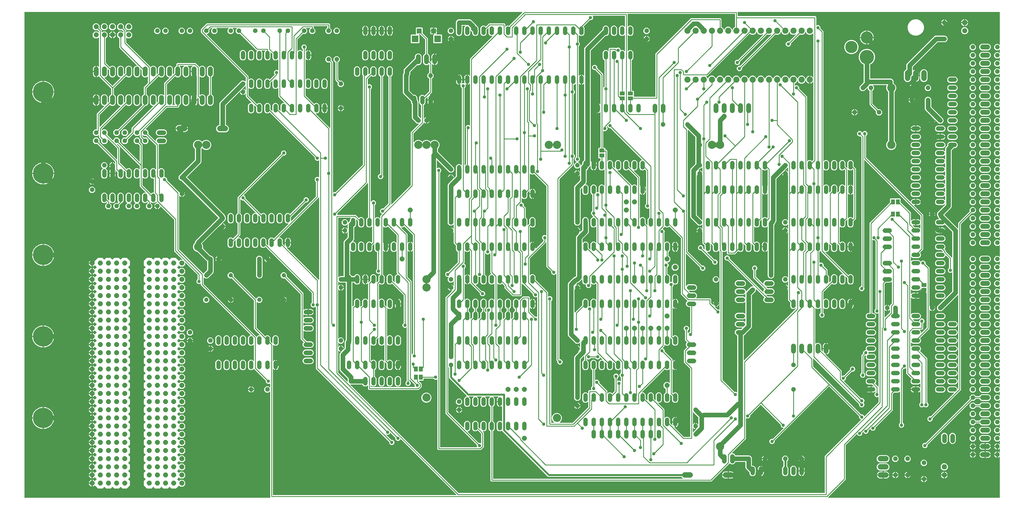
<source format=gbl>
G04 EAGLE Gerber RS-274X export*
G75*
%MOMM*%
%FSLAX34Y34*%
%LPD*%
%INBottom Copper*%
%IPPOS*%
%AMOC8*
5,1,8,0,0,1.08239X$1,22.5*%
G01*
%ADD10C,1.524000*%
%ADD11C,1.320800*%
%ADD12C,1.676400*%
%ADD13P,1.732040X8X112.500000*%
%ADD14C,1.600200*%
%ADD15P,1.429621X8X112.500000*%
%ADD16P,1.429621X8X202.500000*%
%ADD17P,1.429621X8X292.500000*%
%ADD18P,1.443367X8X202.500000*%
%ADD19C,6.350000*%
%ADD20C,1.905000*%
%ADD21C,1.422400*%
%ADD22C,2.540000*%
%ADD23C,1.320800*%
%ADD24R,1.524000X1.524000*%
%ADD25R,2.095500X2.095500*%
%ADD26P,1.429621X8X22.500000*%
%ADD27P,1.539592X8X22.500000*%
%ADD28P,1.649562X8X22.500000*%
%ADD29C,4.445000*%
%ADD30C,3.810000*%
%ADD31P,1.649562X8X202.500000*%
%ADD32R,1.600200X1.168400*%
%ADD33P,1.649562X8X112.500000*%
%ADD34R,1.168400X1.600200*%
%ADD35C,1.016000*%
%ADD36C,0.254000*%
%ADD37C,0.609600*%

G36*
X-740030Y5092D02*
X-740030Y5092D01*
X-739959Y5094D01*
X-739910Y5112D01*
X-739858Y5120D01*
X-739795Y5154D01*
X-739728Y5179D01*
X-739687Y5211D01*
X-739641Y5236D01*
X-739592Y5288D01*
X-739536Y5332D01*
X-739507Y5376D01*
X-739472Y5414D01*
X-739441Y5479D01*
X-739403Y5539D01*
X-739390Y5590D01*
X-739368Y5637D01*
X-739360Y5708D01*
X-739343Y5778D01*
X-739347Y5830D01*
X-739341Y5881D01*
X-739356Y5952D01*
X-739362Y6023D01*
X-739382Y6071D01*
X-739393Y6122D01*
X-739430Y6183D01*
X-739458Y6249D01*
X-739503Y6305D01*
X-739519Y6333D01*
X-739537Y6348D01*
X-739563Y6380D01*
X-740919Y7736D01*
X-740919Y335792D01*
X-740930Y335863D01*
X-740932Y335935D01*
X-740950Y335984D01*
X-740958Y336035D01*
X-740992Y336099D01*
X-741017Y336166D01*
X-741049Y336207D01*
X-741074Y336253D01*
X-741126Y336302D01*
X-741170Y336358D01*
X-741214Y336386D01*
X-741252Y336422D01*
X-741317Y336452D01*
X-741377Y336491D01*
X-741428Y336504D01*
X-741475Y336526D01*
X-741546Y336533D01*
X-741616Y336551D01*
X-741668Y336547D01*
X-741719Y336553D01*
X-741790Y336537D01*
X-741861Y336532D01*
X-741909Y336512D01*
X-741960Y336500D01*
X-742021Y336464D01*
X-742087Y336436D01*
X-742143Y336391D01*
X-742171Y336374D01*
X-742186Y336356D01*
X-742218Y336331D01*
X-745302Y333247D01*
X-753298Y333247D01*
X-758953Y338902D01*
X-758953Y346898D01*
X-753298Y352553D01*
X-745302Y352553D01*
X-742218Y349469D01*
X-742160Y349427D01*
X-742108Y349378D01*
X-742061Y349356D01*
X-742019Y349326D01*
X-741950Y349305D01*
X-741885Y349274D01*
X-741833Y349269D01*
X-741783Y349253D01*
X-741712Y349255D01*
X-741641Y349247D01*
X-741590Y349258D01*
X-741538Y349260D01*
X-741470Y349284D01*
X-741400Y349300D01*
X-741355Y349326D01*
X-741307Y349344D01*
X-741251Y349389D01*
X-741189Y349426D01*
X-741155Y349465D01*
X-741115Y349498D01*
X-741076Y349558D01*
X-741029Y349613D01*
X-741010Y349661D01*
X-740982Y349705D01*
X-740964Y349774D01*
X-740937Y349841D01*
X-740929Y349912D01*
X-740921Y349943D01*
X-740923Y349967D01*
X-740919Y350008D01*
X-740919Y360519D01*
X-740926Y360564D01*
X-740924Y360610D01*
X-740946Y360685D01*
X-740958Y360761D01*
X-740980Y360802D01*
X-740993Y360846D01*
X-741037Y360910D01*
X-741074Y360979D01*
X-741107Y361010D01*
X-741133Y361048D01*
X-741196Y361095D01*
X-741252Y361148D01*
X-741294Y361168D01*
X-741330Y361195D01*
X-741404Y361219D01*
X-741475Y361252D01*
X-741521Y361257D01*
X-741564Y361271D01*
X-741642Y361270D01*
X-741719Y361279D01*
X-741764Y361269D01*
X-741810Y361269D01*
X-741942Y361231D01*
X-741960Y361227D01*
X-741964Y361224D01*
X-741971Y361222D01*
X-744508Y360171D01*
X-747742Y360171D01*
X-750730Y361409D01*
X-753016Y363695D01*
X-754254Y366683D01*
X-754254Y370006D01*
X-754268Y370096D01*
X-754276Y370187D01*
X-754288Y370217D01*
X-754293Y370249D01*
X-754336Y370329D01*
X-754372Y370413D01*
X-754398Y370445D01*
X-754409Y370466D01*
X-754432Y370488D01*
X-754477Y370544D01*
X-790901Y406968D01*
X-790917Y406980D01*
X-790929Y406995D01*
X-791017Y407051D01*
X-791100Y407111D01*
X-791119Y407117D01*
X-791136Y407128D01*
X-791237Y407153D01*
X-791335Y407184D01*
X-791355Y407183D01*
X-791375Y407188D01*
X-791478Y407180D01*
X-791581Y407177D01*
X-791600Y407171D01*
X-791620Y407169D01*
X-791715Y407129D01*
X-791812Y407093D01*
X-791828Y407081D01*
X-791846Y407073D01*
X-791977Y406968D01*
X-794632Y404313D01*
X-798180Y402843D01*
X-802020Y402843D01*
X-805568Y404313D01*
X-808283Y407028D01*
X-809753Y410576D01*
X-809753Y427624D01*
X-808283Y431172D01*
X-805568Y433887D01*
X-802020Y435357D01*
X-798180Y435357D01*
X-794632Y433887D01*
X-793018Y432273D01*
X-792960Y432231D01*
X-792908Y432182D01*
X-792861Y432160D01*
X-792819Y432130D01*
X-792750Y432109D01*
X-792685Y432078D01*
X-792633Y432073D01*
X-792583Y432057D01*
X-792512Y432059D01*
X-792441Y432051D01*
X-792390Y432062D01*
X-792338Y432064D01*
X-792270Y432088D01*
X-792200Y432104D01*
X-792155Y432130D01*
X-792107Y432148D01*
X-792051Y432193D01*
X-791989Y432230D01*
X-791955Y432269D01*
X-791915Y432302D01*
X-791876Y432362D01*
X-791829Y432417D01*
X-791810Y432465D01*
X-791782Y432509D01*
X-791764Y432578D01*
X-791737Y432645D01*
X-791729Y432716D01*
X-791721Y432747D01*
X-791723Y432771D01*
X-791719Y432812D01*
X-791719Y481588D01*
X-791730Y481659D01*
X-791732Y481731D01*
X-791750Y481780D01*
X-791758Y481831D01*
X-791792Y481895D01*
X-791817Y481962D01*
X-791849Y482003D01*
X-791874Y482049D01*
X-791926Y482098D01*
X-791970Y482154D01*
X-792014Y482182D01*
X-792052Y482218D01*
X-792117Y482248D01*
X-792177Y482287D01*
X-792228Y482300D01*
X-792275Y482322D01*
X-792346Y482329D01*
X-792416Y482347D01*
X-792468Y482343D01*
X-792519Y482349D01*
X-792590Y482333D01*
X-792661Y482328D01*
X-792709Y482308D01*
X-792760Y482296D01*
X-792821Y482260D01*
X-792887Y482232D01*
X-792943Y482187D01*
X-792971Y482170D01*
X-792986Y482152D01*
X-793018Y482127D01*
X-794632Y480513D01*
X-798180Y479043D01*
X-802020Y479043D01*
X-805568Y480513D01*
X-808283Y483228D01*
X-809753Y486776D01*
X-809753Y503824D01*
X-808283Y507372D01*
X-805568Y510087D01*
X-801991Y511569D01*
X-801935Y511570D01*
X-801886Y511588D01*
X-801834Y511596D01*
X-801771Y511630D01*
X-801704Y511655D01*
X-801663Y511687D01*
X-801617Y511712D01*
X-801568Y511764D01*
X-801512Y511808D01*
X-801483Y511852D01*
X-801448Y511890D01*
X-801417Y511955D01*
X-801379Y512015D01*
X-801366Y512066D01*
X-801344Y512113D01*
X-801336Y512184D01*
X-801319Y512254D01*
X-801323Y512306D01*
X-801317Y512357D01*
X-801332Y512428D01*
X-801338Y512499D01*
X-801358Y512547D01*
X-801369Y512598D01*
X-801406Y512659D01*
X-801434Y512725D01*
X-801479Y512781D01*
X-801495Y512809D01*
X-801513Y512824D01*
X-801539Y512856D01*
X-956819Y668136D01*
X-956819Y671669D01*
X-956826Y671714D01*
X-956824Y671760D01*
X-956846Y671835D01*
X-956858Y671911D01*
X-956880Y671952D01*
X-956893Y671996D01*
X-956937Y672060D01*
X-956974Y672129D01*
X-957007Y672160D01*
X-957033Y672198D01*
X-957096Y672245D01*
X-957152Y672298D01*
X-957194Y672318D01*
X-957230Y672345D01*
X-957304Y672369D01*
X-957375Y672402D01*
X-957421Y672407D01*
X-957464Y672421D01*
X-957542Y672420D01*
X-957619Y672429D01*
X-957664Y672419D01*
X-957710Y672419D01*
X-957842Y672381D01*
X-957860Y672377D01*
X-957864Y672374D01*
X-957871Y672372D01*
X-960408Y671321D01*
X-963642Y671321D01*
X-966630Y672559D01*
X-968916Y674845D01*
X-970154Y677833D01*
X-970154Y681067D01*
X-968916Y684055D01*
X-966567Y686404D01*
X-966514Y686478D01*
X-966454Y686547D01*
X-966442Y686578D01*
X-966423Y686604D01*
X-966396Y686691D01*
X-966362Y686776D01*
X-966358Y686817D01*
X-966351Y686839D01*
X-966352Y686871D01*
X-966344Y686942D01*
X-966344Y699571D01*
X-966358Y699661D01*
X-966366Y699752D01*
X-966378Y699782D01*
X-966383Y699814D01*
X-966426Y699894D01*
X-966462Y699978D01*
X-966488Y700010D01*
X-966499Y700031D01*
X-966522Y700053D01*
X-966567Y700109D01*
X-1004032Y737574D01*
X-1004090Y737616D01*
X-1004142Y737665D01*
X-1004189Y737687D01*
X-1004231Y737718D01*
X-1004300Y737739D01*
X-1004365Y737769D01*
X-1004417Y737775D01*
X-1004467Y737790D01*
X-1004538Y737788D01*
X-1004609Y737796D01*
X-1004660Y737785D01*
X-1004712Y737784D01*
X-1004780Y737759D01*
X-1004850Y737744D01*
X-1004895Y737717D01*
X-1004943Y737699D01*
X-1004999Y737654D01*
X-1005061Y737618D01*
X-1005095Y737578D01*
X-1005135Y737546D01*
X-1005174Y737485D01*
X-1005221Y737431D01*
X-1005240Y737382D01*
X-1005268Y737339D01*
X-1005286Y737269D01*
X-1005313Y737203D01*
X-1005321Y737131D01*
X-1005329Y737100D01*
X-1005327Y737077D01*
X-1005331Y737036D01*
X-1005331Y732181D01*
X-1011581Y725931D01*
X-1020419Y725931D01*
X-1024031Y729543D01*
X-1024047Y729555D01*
X-1024059Y729570D01*
X-1024147Y729626D01*
X-1024231Y729686D01*
X-1024250Y729692D01*
X-1024266Y729703D01*
X-1024367Y729728D01*
X-1024466Y729759D01*
X-1024486Y729758D01*
X-1024505Y729763D01*
X-1024608Y729755D01*
X-1024711Y729752D01*
X-1024730Y729746D01*
X-1024750Y729744D01*
X-1024845Y729704D01*
X-1024943Y729668D01*
X-1024958Y729656D01*
X-1024976Y729648D01*
X-1025107Y729543D01*
X-1030212Y724438D01*
X-1030224Y724422D01*
X-1030239Y724410D01*
X-1030295Y724322D01*
X-1030356Y724239D01*
X-1030361Y724220D01*
X-1030372Y724203D01*
X-1030398Y724102D01*
X-1030428Y724003D01*
X-1030427Y723984D01*
X-1030432Y723964D01*
X-1030424Y723861D01*
X-1030422Y723758D01*
X-1030415Y723739D01*
X-1030413Y723719D01*
X-1030373Y723624D01*
X-1030337Y723527D01*
X-1030325Y723511D01*
X-1030317Y723493D01*
X-1030212Y723362D01*
X-1025107Y718257D01*
X-1025091Y718245D01*
X-1025079Y718230D01*
X-1024991Y718174D01*
X-1024908Y718114D01*
X-1024889Y718108D01*
X-1024872Y718097D01*
X-1024771Y718072D01*
X-1024673Y718041D01*
X-1024653Y718042D01*
X-1024633Y718037D01*
X-1024530Y718045D01*
X-1024427Y718048D01*
X-1024408Y718054D01*
X-1024388Y718056D01*
X-1024293Y718096D01*
X-1024196Y718132D01*
X-1024180Y718144D01*
X-1024162Y718152D01*
X-1024031Y718257D01*
X-1020419Y721869D01*
X-1011581Y721869D01*
X-1005331Y715619D01*
X-1005331Y706781D01*
X-1011581Y700531D01*
X-1020419Y700531D01*
X-1024031Y704143D01*
X-1024047Y704155D01*
X-1024059Y704170D01*
X-1024147Y704226D01*
X-1024231Y704286D01*
X-1024250Y704292D01*
X-1024266Y704303D01*
X-1024367Y704328D01*
X-1024466Y704359D01*
X-1024486Y704358D01*
X-1024505Y704363D01*
X-1024608Y704355D01*
X-1024711Y704352D01*
X-1024730Y704346D01*
X-1024750Y704344D01*
X-1024845Y704304D01*
X-1024943Y704268D01*
X-1024958Y704256D01*
X-1024976Y704248D01*
X-1025107Y704143D01*
X-1030212Y699038D01*
X-1030224Y699022D01*
X-1030239Y699010D01*
X-1030295Y698922D01*
X-1030356Y698839D01*
X-1030361Y698820D01*
X-1030372Y698803D01*
X-1030398Y698702D01*
X-1030428Y698603D01*
X-1030427Y698584D01*
X-1030432Y698564D01*
X-1030424Y698461D01*
X-1030422Y698358D01*
X-1030415Y698339D01*
X-1030413Y698319D01*
X-1030373Y698224D01*
X-1030337Y698127D01*
X-1030325Y698111D01*
X-1030317Y698093D01*
X-1030212Y697962D01*
X-1025107Y692857D01*
X-1025091Y692845D01*
X-1025079Y692830D01*
X-1024991Y692774D01*
X-1024908Y692714D01*
X-1024889Y692708D01*
X-1024872Y692697D01*
X-1024771Y692672D01*
X-1024673Y692641D01*
X-1024653Y692642D01*
X-1024633Y692637D01*
X-1024530Y692645D01*
X-1024427Y692648D01*
X-1024408Y692654D01*
X-1024388Y692656D01*
X-1024293Y692696D01*
X-1024196Y692732D01*
X-1024180Y692744D01*
X-1024162Y692752D01*
X-1024031Y692857D01*
X-1020419Y696469D01*
X-1011581Y696469D01*
X-1005331Y690219D01*
X-1005331Y681381D01*
X-1011581Y675131D01*
X-1020419Y675131D01*
X-1024031Y678743D01*
X-1024047Y678755D01*
X-1024059Y678770D01*
X-1024147Y678826D01*
X-1024231Y678886D01*
X-1024250Y678892D01*
X-1024266Y678903D01*
X-1024367Y678928D01*
X-1024466Y678959D01*
X-1024486Y678958D01*
X-1024505Y678963D01*
X-1024608Y678955D01*
X-1024711Y678952D01*
X-1024730Y678946D01*
X-1024750Y678944D01*
X-1024845Y678904D01*
X-1024943Y678868D01*
X-1024958Y678856D01*
X-1024976Y678848D01*
X-1025107Y678743D01*
X-1030212Y673638D01*
X-1030224Y673622D01*
X-1030239Y673610D01*
X-1030295Y673522D01*
X-1030356Y673439D01*
X-1030361Y673420D01*
X-1030372Y673403D01*
X-1030398Y673302D01*
X-1030428Y673203D01*
X-1030427Y673184D01*
X-1030432Y673164D01*
X-1030424Y673061D01*
X-1030422Y672958D01*
X-1030415Y672939D01*
X-1030413Y672919D01*
X-1030373Y672824D01*
X-1030337Y672727D01*
X-1030325Y672711D01*
X-1030317Y672693D01*
X-1030212Y672562D01*
X-1025107Y667457D01*
X-1025091Y667445D01*
X-1025079Y667430D01*
X-1024992Y667374D01*
X-1024908Y667314D01*
X-1024889Y667308D01*
X-1024872Y667297D01*
X-1024771Y667272D01*
X-1024673Y667241D01*
X-1024653Y667242D01*
X-1024633Y667237D01*
X-1024530Y667245D01*
X-1024427Y667248D01*
X-1024408Y667254D01*
X-1024388Y667256D01*
X-1024293Y667296D01*
X-1024196Y667332D01*
X-1024180Y667344D01*
X-1024162Y667352D01*
X-1024031Y667457D01*
X-1020419Y671069D01*
X-1011581Y671069D01*
X-1005331Y664819D01*
X-1005331Y655981D01*
X-1011581Y649731D01*
X-1020419Y649731D01*
X-1024031Y653343D01*
X-1024047Y653355D01*
X-1024059Y653370D01*
X-1024147Y653426D01*
X-1024231Y653486D01*
X-1024250Y653492D01*
X-1024266Y653503D01*
X-1024367Y653528D01*
X-1024466Y653559D01*
X-1024486Y653558D01*
X-1024505Y653563D01*
X-1024608Y653555D01*
X-1024711Y653552D01*
X-1024730Y653546D01*
X-1024750Y653544D01*
X-1024845Y653504D01*
X-1024943Y653468D01*
X-1024958Y653456D01*
X-1024976Y653448D01*
X-1025107Y653343D01*
X-1030212Y648238D01*
X-1030224Y648222D01*
X-1030239Y648210D01*
X-1030295Y648122D01*
X-1030356Y648039D01*
X-1030361Y648020D01*
X-1030372Y648003D01*
X-1030398Y647902D01*
X-1030428Y647803D01*
X-1030427Y647784D01*
X-1030432Y647764D01*
X-1030424Y647661D01*
X-1030422Y647558D01*
X-1030415Y647539D01*
X-1030413Y647519D01*
X-1030373Y647424D01*
X-1030337Y647327D01*
X-1030325Y647311D01*
X-1030317Y647293D01*
X-1030212Y647162D01*
X-1025107Y642057D01*
X-1025091Y642045D01*
X-1025079Y642030D01*
X-1024991Y641974D01*
X-1024908Y641914D01*
X-1024889Y641908D01*
X-1024872Y641897D01*
X-1024771Y641872D01*
X-1024673Y641841D01*
X-1024653Y641842D01*
X-1024633Y641837D01*
X-1024530Y641845D01*
X-1024427Y641848D01*
X-1024408Y641854D01*
X-1024388Y641856D01*
X-1024293Y641896D01*
X-1024196Y641932D01*
X-1024180Y641944D01*
X-1024162Y641952D01*
X-1024031Y642057D01*
X-1020419Y645669D01*
X-1011581Y645669D01*
X-1005331Y639419D01*
X-1005331Y630581D01*
X-1011581Y624331D01*
X-1020419Y624331D01*
X-1024031Y627943D01*
X-1024047Y627955D01*
X-1024059Y627970D01*
X-1024147Y628026D01*
X-1024231Y628086D01*
X-1024250Y628092D01*
X-1024266Y628103D01*
X-1024367Y628128D01*
X-1024466Y628159D01*
X-1024486Y628158D01*
X-1024505Y628163D01*
X-1024608Y628155D01*
X-1024711Y628152D01*
X-1024730Y628146D01*
X-1024750Y628144D01*
X-1024845Y628104D01*
X-1024943Y628068D01*
X-1024958Y628056D01*
X-1024976Y628048D01*
X-1025107Y627943D01*
X-1030212Y622838D01*
X-1030224Y622822D01*
X-1030239Y622810D01*
X-1030295Y622722D01*
X-1030356Y622639D01*
X-1030361Y622620D01*
X-1030372Y622603D01*
X-1030398Y622502D01*
X-1030428Y622403D01*
X-1030427Y622384D01*
X-1030432Y622364D01*
X-1030424Y622261D01*
X-1030422Y622158D01*
X-1030415Y622139D01*
X-1030413Y622119D01*
X-1030373Y622024D01*
X-1030337Y621927D01*
X-1030325Y621911D01*
X-1030317Y621893D01*
X-1030212Y621762D01*
X-1025107Y616657D01*
X-1025091Y616645D01*
X-1025079Y616630D01*
X-1024992Y616574D01*
X-1024908Y616514D01*
X-1024889Y616508D01*
X-1024872Y616497D01*
X-1024771Y616472D01*
X-1024673Y616441D01*
X-1024653Y616442D01*
X-1024633Y616437D01*
X-1024530Y616445D01*
X-1024427Y616448D01*
X-1024408Y616454D01*
X-1024388Y616456D01*
X-1024293Y616496D01*
X-1024196Y616532D01*
X-1024180Y616544D01*
X-1024162Y616552D01*
X-1024031Y616657D01*
X-1020419Y620269D01*
X-1011581Y620269D01*
X-1005331Y614019D01*
X-1005331Y605181D01*
X-1011581Y598931D01*
X-1020419Y598931D01*
X-1024031Y602543D01*
X-1024047Y602555D01*
X-1024059Y602570D01*
X-1024147Y602626D01*
X-1024231Y602686D01*
X-1024250Y602692D01*
X-1024266Y602703D01*
X-1024367Y602728D01*
X-1024466Y602759D01*
X-1024486Y602758D01*
X-1024505Y602763D01*
X-1024608Y602755D01*
X-1024711Y602752D01*
X-1024730Y602746D01*
X-1024750Y602744D01*
X-1024845Y602704D01*
X-1024943Y602668D01*
X-1024958Y602656D01*
X-1024976Y602648D01*
X-1025107Y602543D01*
X-1030212Y597438D01*
X-1030224Y597422D01*
X-1030239Y597410D01*
X-1030295Y597322D01*
X-1030356Y597239D01*
X-1030361Y597220D01*
X-1030372Y597203D01*
X-1030398Y597102D01*
X-1030428Y597003D01*
X-1030427Y596984D01*
X-1030432Y596964D01*
X-1030424Y596861D01*
X-1030422Y596758D01*
X-1030415Y596739D01*
X-1030413Y596719D01*
X-1030373Y596624D01*
X-1030337Y596527D01*
X-1030325Y596511D01*
X-1030317Y596493D01*
X-1030212Y596362D01*
X-1025107Y591257D01*
X-1025091Y591245D01*
X-1025079Y591230D01*
X-1024991Y591174D01*
X-1024908Y591114D01*
X-1024889Y591108D01*
X-1024872Y591097D01*
X-1024771Y591072D01*
X-1024673Y591041D01*
X-1024653Y591042D01*
X-1024633Y591037D01*
X-1024530Y591045D01*
X-1024427Y591048D01*
X-1024408Y591054D01*
X-1024388Y591056D01*
X-1024293Y591096D01*
X-1024196Y591132D01*
X-1024180Y591144D01*
X-1024162Y591152D01*
X-1024031Y591257D01*
X-1020419Y594869D01*
X-1011581Y594869D01*
X-1005331Y588619D01*
X-1005331Y579781D01*
X-1011581Y573531D01*
X-1020419Y573531D01*
X-1024031Y577143D01*
X-1024047Y577155D01*
X-1024059Y577170D01*
X-1024147Y577226D01*
X-1024231Y577286D01*
X-1024250Y577292D01*
X-1024266Y577303D01*
X-1024367Y577328D01*
X-1024466Y577359D01*
X-1024486Y577358D01*
X-1024505Y577363D01*
X-1024608Y577355D01*
X-1024711Y577352D01*
X-1024730Y577346D01*
X-1024750Y577344D01*
X-1024845Y577304D01*
X-1024943Y577268D01*
X-1024958Y577256D01*
X-1024976Y577248D01*
X-1025107Y577143D01*
X-1030212Y572038D01*
X-1030224Y572022D01*
X-1030239Y572010D01*
X-1030295Y571922D01*
X-1030356Y571839D01*
X-1030361Y571820D01*
X-1030372Y571803D01*
X-1030398Y571702D01*
X-1030428Y571603D01*
X-1030427Y571584D01*
X-1030432Y571564D01*
X-1030424Y571461D01*
X-1030422Y571358D01*
X-1030415Y571339D01*
X-1030413Y571319D01*
X-1030373Y571224D01*
X-1030337Y571127D01*
X-1030325Y571111D01*
X-1030317Y571093D01*
X-1030212Y570962D01*
X-1025107Y565857D01*
X-1025091Y565845D01*
X-1025079Y565830D01*
X-1024991Y565774D01*
X-1024908Y565714D01*
X-1024889Y565708D01*
X-1024872Y565697D01*
X-1024771Y565672D01*
X-1024673Y565641D01*
X-1024653Y565642D01*
X-1024633Y565637D01*
X-1024530Y565645D01*
X-1024427Y565648D01*
X-1024408Y565654D01*
X-1024388Y565656D01*
X-1024293Y565696D01*
X-1024196Y565732D01*
X-1024180Y565744D01*
X-1024162Y565752D01*
X-1024031Y565857D01*
X-1020419Y569469D01*
X-1011581Y569469D01*
X-1005331Y563219D01*
X-1005331Y554381D01*
X-1011581Y548131D01*
X-1020419Y548131D01*
X-1024031Y551743D01*
X-1024047Y551755D01*
X-1024059Y551770D01*
X-1024147Y551826D01*
X-1024231Y551886D01*
X-1024250Y551892D01*
X-1024266Y551903D01*
X-1024367Y551928D01*
X-1024466Y551959D01*
X-1024486Y551958D01*
X-1024505Y551963D01*
X-1024608Y551955D01*
X-1024711Y551952D01*
X-1024730Y551946D01*
X-1024750Y551944D01*
X-1024845Y551904D01*
X-1024943Y551868D01*
X-1024958Y551856D01*
X-1024976Y551848D01*
X-1025107Y551743D01*
X-1030212Y546638D01*
X-1030224Y546622D01*
X-1030239Y546610D01*
X-1030295Y546522D01*
X-1030356Y546439D01*
X-1030361Y546420D01*
X-1030372Y546403D01*
X-1030398Y546302D01*
X-1030428Y546203D01*
X-1030427Y546184D01*
X-1030432Y546164D01*
X-1030424Y546061D01*
X-1030422Y545958D01*
X-1030415Y545939D01*
X-1030413Y545919D01*
X-1030373Y545824D01*
X-1030337Y545727D01*
X-1030325Y545711D01*
X-1030317Y545693D01*
X-1030212Y545562D01*
X-1025107Y540457D01*
X-1025091Y540445D01*
X-1025079Y540430D01*
X-1025015Y540389D01*
X-1024969Y540350D01*
X-1024944Y540340D01*
X-1024908Y540314D01*
X-1024889Y540308D01*
X-1024872Y540297D01*
X-1024781Y540274D01*
X-1024741Y540258D01*
X-1024719Y540256D01*
X-1024673Y540241D01*
X-1024653Y540242D01*
X-1024633Y540237D01*
X-1024585Y540241D01*
X-1024574Y540239D01*
X-1024564Y540239D01*
X-1024532Y540245D01*
X-1024530Y540245D01*
X-1024427Y540248D01*
X-1024408Y540254D01*
X-1024388Y540256D01*
X-1024341Y540276D01*
X-1024321Y540279D01*
X-1024279Y540302D01*
X-1024196Y540332D01*
X-1024180Y540344D01*
X-1024162Y540352D01*
X-1024120Y540385D01*
X-1024104Y540394D01*
X-1024086Y540413D01*
X-1024031Y540457D01*
X-1020419Y544069D01*
X-1011581Y544069D01*
X-1005331Y537819D01*
X-1005331Y528981D01*
X-1011581Y522731D01*
X-1020419Y522731D01*
X-1024031Y526343D01*
X-1024047Y526355D01*
X-1024059Y526370D01*
X-1024139Y526422D01*
X-1024145Y526427D01*
X-1024150Y526428D01*
X-1024231Y526486D01*
X-1024250Y526492D01*
X-1024266Y526503D01*
X-1024367Y526528D01*
X-1024466Y526559D01*
X-1024486Y526558D01*
X-1024505Y526563D01*
X-1024608Y526555D01*
X-1024711Y526552D01*
X-1024730Y526546D01*
X-1024750Y526544D01*
X-1024845Y526504D01*
X-1024943Y526468D01*
X-1024958Y526456D01*
X-1024976Y526448D01*
X-1025107Y526343D01*
X-1030212Y521238D01*
X-1030224Y521222D01*
X-1030239Y521210D01*
X-1030295Y521122D01*
X-1030356Y521039D01*
X-1030361Y521020D01*
X-1030372Y521003D01*
X-1030398Y520902D01*
X-1030428Y520803D01*
X-1030427Y520784D01*
X-1030432Y520764D01*
X-1030424Y520661D01*
X-1030422Y520558D01*
X-1030415Y520539D01*
X-1030413Y520519D01*
X-1030373Y520424D01*
X-1030337Y520327D01*
X-1030325Y520311D01*
X-1030317Y520293D01*
X-1030212Y520162D01*
X-1025107Y515057D01*
X-1025091Y515045D01*
X-1025079Y515030D01*
X-1024992Y514974D01*
X-1024908Y514914D01*
X-1024889Y514908D01*
X-1024872Y514897D01*
X-1024771Y514872D01*
X-1024673Y514841D01*
X-1024653Y514842D01*
X-1024633Y514837D01*
X-1024530Y514845D01*
X-1024427Y514848D01*
X-1024408Y514854D01*
X-1024388Y514856D01*
X-1024293Y514896D01*
X-1024196Y514932D01*
X-1024180Y514944D01*
X-1024162Y514952D01*
X-1024031Y515057D01*
X-1020419Y518669D01*
X-1011581Y518669D01*
X-1005331Y512419D01*
X-1005331Y503581D01*
X-1011581Y497331D01*
X-1020419Y497331D01*
X-1024031Y500943D01*
X-1024047Y500955D01*
X-1024059Y500970D01*
X-1024147Y501026D01*
X-1024231Y501086D01*
X-1024250Y501092D01*
X-1024266Y501103D01*
X-1024367Y501128D01*
X-1024466Y501159D01*
X-1024486Y501158D01*
X-1024505Y501163D01*
X-1024608Y501155D01*
X-1024711Y501152D01*
X-1024730Y501146D01*
X-1024750Y501144D01*
X-1024845Y501104D01*
X-1024943Y501068D01*
X-1024958Y501056D01*
X-1024976Y501048D01*
X-1025107Y500943D01*
X-1030212Y495838D01*
X-1030224Y495822D01*
X-1030239Y495810D01*
X-1030270Y495762D01*
X-1030278Y495754D01*
X-1030284Y495740D01*
X-1030295Y495722D01*
X-1030356Y495639D01*
X-1030361Y495620D01*
X-1030372Y495603D01*
X-1030398Y495502D01*
X-1030428Y495403D01*
X-1030427Y495384D01*
X-1030432Y495364D01*
X-1030424Y495261D01*
X-1030422Y495158D01*
X-1030415Y495139D01*
X-1030413Y495119D01*
X-1030373Y495024D01*
X-1030337Y494927D01*
X-1030325Y494911D01*
X-1030317Y494893D01*
X-1030212Y494762D01*
X-1025107Y489657D01*
X-1025091Y489645D01*
X-1025079Y489630D01*
X-1024992Y489574D01*
X-1024908Y489514D01*
X-1024889Y489508D01*
X-1024872Y489497D01*
X-1024771Y489472D01*
X-1024673Y489441D01*
X-1024653Y489442D01*
X-1024633Y489437D01*
X-1024530Y489445D01*
X-1024427Y489448D01*
X-1024408Y489454D01*
X-1024388Y489456D01*
X-1024293Y489496D01*
X-1024196Y489532D01*
X-1024180Y489544D01*
X-1024162Y489552D01*
X-1024031Y489657D01*
X-1020419Y493269D01*
X-1011581Y493269D01*
X-1005331Y487019D01*
X-1005331Y478181D01*
X-1011581Y471931D01*
X-1020419Y471931D01*
X-1024031Y475543D01*
X-1024047Y475555D01*
X-1024059Y475570D01*
X-1024147Y475626D01*
X-1024231Y475686D01*
X-1024250Y475692D01*
X-1024266Y475703D01*
X-1024367Y475728D01*
X-1024466Y475759D01*
X-1024486Y475758D01*
X-1024505Y475763D01*
X-1024608Y475755D01*
X-1024711Y475752D01*
X-1024730Y475746D01*
X-1024750Y475744D01*
X-1024845Y475704D01*
X-1024943Y475668D01*
X-1024958Y475656D01*
X-1024976Y475648D01*
X-1025107Y475543D01*
X-1030212Y470438D01*
X-1030224Y470422D01*
X-1030239Y470410D01*
X-1030295Y470322D01*
X-1030356Y470239D01*
X-1030361Y470220D01*
X-1030372Y470203D01*
X-1030398Y470102D01*
X-1030428Y470003D01*
X-1030427Y469984D01*
X-1030432Y469964D01*
X-1030424Y469861D01*
X-1030422Y469758D01*
X-1030415Y469739D01*
X-1030413Y469719D01*
X-1030373Y469624D01*
X-1030337Y469527D01*
X-1030325Y469511D01*
X-1030317Y469493D01*
X-1030212Y469362D01*
X-1025107Y464257D01*
X-1025091Y464245D01*
X-1025079Y464230D01*
X-1024992Y464174D01*
X-1024908Y464114D01*
X-1024889Y464108D01*
X-1024872Y464097D01*
X-1024771Y464072D01*
X-1024673Y464041D01*
X-1024653Y464042D01*
X-1024633Y464037D01*
X-1024530Y464045D01*
X-1024427Y464048D01*
X-1024408Y464054D01*
X-1024388Y464056D01*
X-1024293Y464096D01*
X-1024196Y464132D01*
X-1024180Y464144D01*
X-1024162Y464152D01*
X-1024031Y464257D01*
X-1020419Y467869D01*
X-1011581Y467869D01*
X-1005331Y461619D01*
X-1005331Y452781D01*
X-1011581Y446531D01*
X-1020419Y446531D01*
X-1024031Y450143D01*
X-1024047Y450155D01*
X-1024059Y450170D01*
X-1024147Y450226D01*
X-1024231Y450286D01*
X-1024250Y450292D01*
X-1024266Y450303D01*
X-1024367Y450328D01*
X-1024466Y450359D01*
X-1024486Y450358D01*
X-1024505Y450363D01*
X-1024608Y450355D01*
X-1024711Y450352D01*
X-1024730Y450346D01*
X-1024750Y450344D01*
X-1024845Y450304D01*
X-1024943Y450268D01*
X-1024958Y450256D01*
X-1024976Y450248D01*
X-1025107Y450143D01*
X-1030212Y445038D01*
X-1030224Y445022D01*
X-1030239Y445010D01*
X-1030295Y444922D01*
X-1030356Y444839D01*
X-1030361Y444820D01*
X-1030372Y444803D01*
X-1030398Y444702D01*
X-1030428Y444603D01*
X-1030427Y444584D01*
X-1030432Y444564D01*
X-1030424Y444461D01*
X-1030422Y444358D01*
X-1030415Y444339D01*
X-1030413Y444319D01*
X-1030373Y444224D01*
X-1030337Y444127D01*
X-1030325Y444111D01*
X-1030317Y444093D01*
X-1030212Y443962D01*
X-1025107Y438857D01*
X-1025091Y438845D01*
X-1025079Y438830D01*
X-1024992Y438774D01*
X-1024908Y438714D01*
X-1024889Y438708D01*
X-1024872Y438697D01*
X-1024771Y438672D01*
X-1024673Y438641D01*
X-1024653Y438642D01*
X-1024633Y438637D01*
X-1024530Y438645D01*
X-1024427Y438648D01*
X-1024408Y438654D01*
X-1024388Y438656D01*
X-1024293Y438696D01*
X-1024196Y438732D01*
X-1024180Y438744D01*
X-1024162Y438752D01*
X-1024031Y438857D01*
X-1020419Y442469D01*
X-1011581Y442469D01*
X-1005331Y436219D01*
X-1005331Y427381D01*
X-1011581Y421131D01*
X-1020419Y421131D01*
X-1024031Y424743D01*
X-1024047Y424755D01*
X-1024059Y424770D01*
X-1024147Y424826D01*
X-1024231Y424886D01*
X-1024250Y424892D01*
X-1024266Y424903D01*
X-1024367Y424928D01*
X-1024466Y424959D01*
X-1024486Y424958D01*
X-1024505Y424963D01*
X-1024608Y424955D01*
X-1024711Y424952D01*
X-1024730Y424946D01*
X-1024750Y424944D01*
X-1024845Y424904D01*
X-1024943Y424868D01*
X-1024958Y424856D01*
X-1024976Y424848D01*
X-1025107Y424743D01*
X-1030212Y419638D01*
X-1030224Y419622D01*
X-1030239Y419610D01*
X-1030295Y419522D01*
X-1030356Y419439D01*
X-1030361Y419420D01*
X-1030372Y419403D01*
X-1030398Y419302D01*
X-1030428Y419203D01*
X-1030427Y419184D01*
X-1030432Y419164D01*
X-1030424Y419061D01*
X-1030422Y418958D01*
X-1030415Y418939D01*
X-1030413Y418919D01*
X-1030373Y418824D01*
X-1030337Y418727D01*
X-1030325Y418711D01*
X-1030317Y418693D01*
X-1030212Y418562D01*
X-1025107Y413457D01*
X-1025091Y413445D01*
X-1025079Y413430D01*
X-1024991Y413374D01*
X-1024908Y413314D01*
X-1024889Y413308D01*
X-1024872Y413297D01*
X-1024771Y413272D01*
X-1024673Y413241D01*
X-1024653Y413242D01*
X-1024633Y413237D01*
X-1024530Y413245D01*
X-1024427Y413248D01*
X-1024408Y413254D01*
X-1024388Y413256D01*
X-1024293Y413296D01*
X-1024196Y413332D01*
X-1024180Y413344D01*
X-1024162Y413352D01*
X-1024031Y413457D01*
X-1020419Y417069D01*
X-1011581Y417069D01*
X-1005331Y410819D01*
X-1005331Y401981D01*
X-1011581Y395731D01*
X-1020419Y395731D01*
X-1024031Y399343D01*
X-1024047Y399355D01*
X-1024059Y399370D01*
X-1024147Y399426D01*
X-1024231Y399486D01*
X-1024250Y399492D01*
X-1024266Y399503D01*
X-1024367Y399528D01*
X-1024466Y399559D01*
X-1024486Y399558D01*
X-1024505Y399563D01*
X-1024608Y399555D01*
X-1024711Y399552D01*
X-1024730Y399546D01*
X-1024750Y399544D01*
X-1024845Y399504D01*
X-1024943Y399468D01*
X-1024958Y399456D01*
X-1024976Y399448D01*
X-1025107Y399343D01*
X-1030212Y394238D01*
X-1030224Y394222D01*
X-1030239Y394210D01*
X-1030295Y394122D01*
X-1030356Y394039D01*
X-1030361Y394020D01*
X-1030372Y394003D01*
X-1030398Y393902D01*
X-1030428Y393803D01*
X-1030427Y393784D01*
X-1030432Y393764D01*
X-1030424Y393661D01*
X-1030422Y393558D01*
X-1030415Y393539D01*
X-1030413Y393519D01*
X-1030373Y393424D01*
X-1030337Y393327D01*
X-1030325Y393311D01*
X-1030317Y393293D01*
X-1030212Y393162D01*
X-1025107Y388057D01*
X-1025091Y388045D01*
X-1025079Y388030D01*
X-1024992Y387974D01*
X-1024908Y387914D01*
X-1024889Y387908D01*
X-1024872Y387897D01*
X-1024771Y387872D01*
X-1024673Y387841D01*
X-1024653Y387842D01*
X-1024633Y387837D01*
X-1024530Y387845D01*
X-1024427Y387848D01*
X-1024408Y387854D01*
X-1024388Y387856D01*
X-1024293Y387896D01*
X-1024196Y387932D01*
X-1024180Y387944D01*
X-1024162Y387952D01*
X-1024031Y388057D01*
X-1020419Y391669D01*
X-1011581Y391669D01*
X-1005331Y385419D01*
X-1005331Y376581D01*
X-1011581Y370331D01*
X-1020419Y370331D01*
X-1024031Y373943D01*
X-1024047Y373955D01*
X-1024059Y373970D01*
X-1024147Y374026D01*
X-1024231Y374086D01*
X-1024250Y374092D01*
X-1024266Y374103D01*
X-1024367Y374128D01*
X-1024466Y374159D01*
X-1024486Y374158D01*
X-1024505Y374163D01*
X-1024608Y374155D01*
X-1024711Y374152D01*
X-1024730Y374146D01*
X-1024750Y374144D01*
X-1024845Y374104D01*
X-1024943Y374068D01*
X-1024958Y374056D01*
X-1024976Y374048D01*
X-1025107Y373943D01*
X-1030212Y368838D01*
X-1030224Y368822D01*
X-1030239Y368810D01*
X-1030295Y368722D01*
X-1030356Y368639D01*
X-1030361Y368620D01*
X-1030372Y368603D01*
X-1030398Y368502D01*
X-1030428Y368403D01*
X-1030427Y368384D01*
X-1030432Y368364D01*
X-1030424Y368261D01*
X-1030422Y368158D01*
X-1030415Y368139D01*
X-1030413Y368119D01*
X-1030373Y368024D01*
X-1030337Y367927D01*
X-1030325Y367911D01*
X-1030317Y367893D01*
X-1030212Y367762D01*
X-1025107Y362657D01*
X-1025091Y362645D01*
X-1025079Y362630D01*
X-1024992Y362574D01*
X-1024908Y362514D01*
X-1024889Y362508D01*
X-1024872Y362497D01*
X-1024771Y362472D01*
X-1024673Y362441D01*
X-1024653Y362442D01*
X-1024633Y362437D01*
X-1024530Y362445D01*
X-1024427Y362448D01*
X-1024408Y362454D01*
X-1024388Y362456D01*
X-1024293Y362496D01*
X-1024196Y362532D01*
X-1024180Y362544D01*
X-1024162Y362552D01*
X-1024031Y362657D01*
X-1020419Y366269D01*
X-1011581Y366269D01*
X-1005331Y360019D01*
X-1005331Y351181D01*
X-1011581Y344931D01*
X-1020419Y344931D01*
X-1024031Y348543D01*
X-1024047Y348555D01*
X-1024059Y348570D01*
X-1024147Y348626D01*
X-1024231Y348686D01*
X-1024250Y348692D01*
X-1024266Y348703D01*
X-1024367Y348728D01*
X-1024466Y348759D01*
X-1024486Y348758D01*
X-1024505Y348763D01*
X-1024608Y348755D01*
X-1024711Y348752D01*
X-1024730Y348746D01*
X-1024750Y348744D01*
X-1024845Y348704D01*
X-1024943Y348668D01*
X-1024958Y348656D01*
X-1024976Y348648D01*
X-1025107Y348543D01*
X-1030212Y343438D01*
X-1030224Y343422D01*
X-1030239Y343410D01*
X-1030295Y343322D01*
X-1030356Y343239D01*
X-1030361Y343220D01*
X-1030372Y343203D01*
X-1030398Y343102D01*
X-1030428Y343003D01*
X-1030427Y342984D01*
X-1030432Y342964D01*
X-1030424Y342861D01*
X-1030422Y342758D01*
X-1030415Y342739D01*
X-1030413Y342719D01*
X-1030373Y342624D01*
X-1030337Y342527D01*
X-1030325Y342511D01*
X-1030317Y342493D01*
X-1030212Y342362D01*
X-1025107Y337257D01*
X-1025091Y337245D01*
X-1025079Y337230D01*
X-1024992Y337174D01*
X-1024908Y337114D01*
X-1024889Y337108D01*
X-1024872Y337097D01*
X-1024771Y337072D01*
X-1024673Y337041D01*
X-1024653Y337042D01*
X-1024633Y337037D01*
X-1024530Y337045D01*
X-1024427Y337048D01*
X-1024408Y337054D01*
X-1024388Y337056D01*
X-1024293Y337096D01*
X-1024196Y337132D01*
X-1024180Y337144D01*
X-1024162Y337152D01*
X-1024031Y337257D01*
X-1020419Y340869D01*
X-1011581Y340869D01*
X-1005331Y334619D01*
X-1005331Y325781D01*
X-1011581Y319531D01*
X-1020419Y319531D01*
X-1024031Y323143D01*
X-1024047Y323155D01*
X-1024059Y323170D01*
X-1024147Y323226D01*
X-1024231Y323286D01*
X-1024250Y323292D01*
X-1024266Y323303D01*
X-1024367Y323328D01*
X-1024466Y323359D01*
X-1024486Y323358D01*
X-1024505Y323363D01*
X-1024608Y323355D01*
X-1024711Y323352D01*
X-1024730Y323346D01*
X-1024750Y323344D01*
X-1024845Y323304D01*
X-1024943Y323268D01*
X-1024958Y323256D01*
X-1024976Y323248D01*
X-1025107Y323143D01*
X-1030212Y318038D01*
X-1030224Y318022D01*
X-1030239Y318010D01*
X-1030295Y317922D01*
X-1030356Y317839D01*
X-1030361Y317820D01*
X-1030372Y317803D01*
X-1030398Y317702D01*
X-1030428Y317603D01*
X-1030427Y317584D01*
X-1030432Y317564D01*
X-1030424Y317461D01*
X-1030422Y317358D01*
X-1030415Y317339D01*
X-1030413Y317319D01*
X-1030373Y317224D01*
X-1030337Y317127D01*
X-1030325Y317111D01*
X-1030317Y317093D01*
X-1030212Y316962D01*
X-1025107Y311857D01*
X-1025091Y311845D01*
X-1025079Y311830D01*
X-1024992Y311774D01*
X-1024908Y311714D01*
X-1024889Y311708D01*
X-1024872Y311697D01*
X-1024771Y311672D01*
X-1024673Y311641D01*
X-1024653Y311642D01*
X-1024633Y311637D01*
X-1024530Y311645D01*
X-1024427Y311648D01*
X-1024408Y311654D01*
X-1024388Y311656D01*
X-1024293Y311696D01*
X-1024196Y311732D01*
X-1024180Y311744D01*
X-1024162Y311752D01*
X-1024031Y311857D01*
X-1020419Y315469D01*
X-1011581Y315469D01*
X-1005331Y309219D01*
X-1005331Y300381D01*
X-1011581Y294131D01*
X-1020419Y294131D01*
X-1024031Y297743D01*
X-1024047Y297755D01*
X-1024059Y297770D01*
X-1024147Y297826D01*
X-1024231Y297886D01*
X-1024250Y297892D01*
X-1024266Y297903D01*
X-1024367Y297928D01*
X-1024466Y297959D01*
X-1024486Y297958D01*
X-1024505Y297963D01*
X-1024608Y297955D01*
X-1024711Y297952D01*
X-1024730Y297946D01*
X-1024750Y297944D01*
X-1024845Y297904D01*
X-1024943Y297868D01*
X-1024958Y297856D01*
X-1024976Y297848D01*
X-1025107Y297743D01*
X-1030212Y292638D01*
X-1030224Y292622D01*
X-1030239Y292610D01*
X-1030295Y292522D01*
X-1030356Y292439D01*
X-1030361Y292420D01*
X-1030372Y292403D01*
X-1030398Y292302D01*
X-1030428Y292203D01*
X-1030427Y292184D01*
X-1030432Y292164D01*
X-1030424Y292061D01*
X-1030422Y291958D01*
X-1030415Y291939D01*
X-1030413Y291919D01*
X-1030373Y291824D01*
X-1030337Y291727D01*
X-1030325Y291711D01*
X-1030317Y291693D01*
X-1030228Y291581D01*
X-1030227Y291581D01*
X-1030212Y291562D01*
X-1025107Y286457D01*
X-1025091Y286445D01*
X-1025079Y286430D01*
X-1024991Y286374D01*
X-1024908Y286314D01*
X-1024889Y286308D01*
X-1024872Y286297D01*
X-1024771Y286272D01*
X-1024673Y286241D01*
X-1024653Y286242D01*
X-1024633Y286237D01*
X-1024530Y286245D01*
X-1024427Y286248D01*
X-1024408Y286254D01*
X-1024388Y286256D01*
X-1024293Y286296D01*
X-1024196Y286332D01*
X-1024180Y286344D01*
X-1024162Y286352D01*
X-1024031Y286457D01*
X-1020419Y290069D01*
X-1011581Y290069D01*
X-1005331Y283819D01*
X-1005331Y274981D01*
X-1011581Y268731D01*
X-1020419Y268731D01*
X-1024031Y272343D01*
X-1024047Y272355D01*
X-1024059Y272370D01*
X-1024147Y272426D01*
X-1024231Y272486D01*
X-1024250Y272492D01*
X-1024266Y272503D01*
X-1024367Y272528D01*
X-1024466Y272559D01*
X-1024486Y272558D01*
X-1024505Y272563D01*
X-1024608Y272555D01*
X-1024711Y272552D01*
X-1024730Y272546D01*
X-1024750Y272544D01*
X-1024845Y272504D01*
X-1024943Y272468D01*
X-1024958Y272456D01*
X-1024976Y272448D01*
X-1025107Y272343D01*
X-1030212Y267238D01*
X-1030224Y267222D01*
X-1030239Y267210D01*
X-1030295Y267122D01*
X-1030356Y267039D01*
X-1030361Y267020D01*
X-1030372Y267003D01*
X-1030398Y266902D01*
X-1030428Y266803D01*
X-1030427Y266784D01*
X-1030432Y266764D01*
X-1030424Y266661D01*
X-1030422Y266558D01*
X-1030415Y266539D01*
X-1030413Y266519D01*
X-1030373Y266424D01*
X-1030337Y266327D01*
X-1030325Y266311D01*
X-1030317Y266293D01*
X-1030212Y266162D01*
X-1025107Y261057D01*
X-1025091Y261045D01*
X-1025079Y261030D01*
X-1025000Y260979D01*
X-1024991Y260971D01*
X-1024984Y260969D01*
X-1024908Y260914D01*
X-1024889Y260908D01*
X-1024872Y260897D01*
X-1024771Y260872D01*
X-1024673Y260841D01*
X-1024653Y260842D01*
X-1024633Y260837D01*
X-1024530Y260845D01*
X-1024427Y260848D01*
X-1024408Y260854D01*
X-1024388Y260856D01*
X-1024293Y260896D01*
X-1024196Y260932D01*
X-1024180Y260944D01*
X-1024162Y260952D01*
X-1024083Y261015D01*
X-1024082Y261016D01*
X-1024081Y261017D01*
X-1024031Y261057D01*
X-1020419Y264669D01*
X-1011581Y264669D01*
X-1005331Y258419D01*
X-1005331Y249581D01*
X-1011581Y243331D01*
X-1020419Y243331D01*
X-1024031Y246943D01*
X-1024047Y246955D01*
X-1024059Y246970D01*
X-1024125Y247012D01*
X-1024167Y247048D01*
X-1024190Y247057D01*
X-1024231Y247086D01*
X-1024250Y247092D01*
X-1024266Y247103D01*
X-1024366Y247128D01*
X-1024395Y247140D01*
X-1024409Y247141D01*
X-1024466Y247159D01*
X-1024486Y247158D01*
X-1024505Y247163D01*
X-1024569Y247158D01*
X-1024577Y247158D01*
X-1024584Y247157D01*
X-1024608Y247155D01*
X-1024711Y247152D01*
X-1024730Y247146D01*
X-1024750Y247144D01*
X-1024804Y247121D01*
X-1024820Y247118D01*
X-1024853Y247101D01*
X-1024943Y247068D01*
X-1024958Y247056D01*
X-1024976Y247048D01*
X-1025022Y247011D01*
X-1025037Y247003D01*
X-1025053Y246986D01*
X-1025107Y246943D01*
X-1030212Y241838D01*
X-1030224Y241822D01*
X-1030239Y241810D01*
X-1030295Y241722D01*
X-1030356Y241639D01*
X-1030361Y241620D01*
X-1030372Y241603D01*
X-1030398Y241502D01*
X-1030428Y241403D01*
X-1030427Y241384D01*
X-1030432Y241364D01*
X-1030424Y241261D01*
X-1030422Y241158D01*
X-1030415Y241139D01*
X-1030413Y241119D01*
X-1030373Y241024D01*
X-1030337Y240927D01*
X-1030325Y240911D01*
X-1030317Y240893D01*
X-1030212Y240762D01*
X-1025107Y235657D01*
X-1025091Y235645D01*
X-1025079Y235630D01*
X-1024991Y235574D01*
X-1024908Y235514D01*
X-1024889Y235508D01*
X-1024872Y235497D01*
X-1024771Y235472D01*
X-1024673Y235441D01*
X-1024653Y235442D01*
X-1024633Y235437D01*
X-1024530Y235445D01*
X-1024427Y235448D01*
X-1024408Y235454D01*
X-1024388Y235456D01*
X-1024293Y235496D01*
X-1024196Y235532D01*
X-1024180Y235544D01*
X-1024162Y235552D01*
X-1024031Y235657D01*
X-1020419Y239269D01*
X-1011581Y239269D01*
X-1005331Y233019D01*
X-1005331Y224181D01*
X-1011581Y217931D01*
X-1020419Y217931D01*
X-1024031Y221543D01*
X-1024047Y221555D01*
X-1024059Y221570D01*
X-1024147Y221626D01*
X-1024231Y221686D01*
X-1024250Y221692D01*
X-1024266Y221703D01*
X-1024367Y221728D01*
X-1024466Y221759D01*
X-1024486Y221758D01*
X-1024505Y221763D01*
X-1024608Y221755D01*
X-1024711Y221752D01*
X-1024730Y221746D01*
X-1024750Y221744D01*
X-1024845Y221704D01*
X-1024943Y221668D01*
X-1024958Y221656D01*
X-1024976Y221648D01*
X-1025107Y221543D01*
X-1030212Y216438D01*
X-1030224Y216422D01*
X-1030239Y216410D01*
X-1030295Y216322D01*
X-1030356Y216239D01*
X-1030361Y216220D01*
X-1030372Y216203D01*
X-1030398Y216102D01*
X-1030428Y216003D01*
X-1030427Y215984D01*
X-1030432Y215964D01*
X-1030424Y215861D01*
X-1030422Y215758D01*
X-1030415Y215739D01*
X-1030413Y215719D01*
X-1030373Y215624D01*
X-1030337Y215527D01*
X-1030325Y215511D01*
X-1030317Y215493D01*
X-1030212Y215362D01*
X-1025107Y210257D01*
X-1025091Y210245D01*
X-1025079Y210230D01*
X-1024992Y210174D01*
X-1024908Y210114D01*
X-1024889Y210108D01*
X-1024872Y210097D01*
X-1024771Y210072D01*
X-1024673Y210041D01*
X-1024653Y210042D01*
X-1024633Y210037D01*
X-1024530Y210045D01*
X-1024427Y210048D01*
X-1024408Y210054D01*
X-1024388Y210056D01*
X-1024293Y210096D01*
X-1024196Y210132D01*
X-1024180Y210144D01*
X-1024162Y210152D01*
X-1024031Y210257D01*
X-1020419Y213869D01*
X-1011581Y213869D01*
X-1005331Y207619D01*
X-1005331Y198781D01*
X-1011581Y192531D01*
X-1020419Y192531D01*
X-1024031Y196143D01*
X-1024047Y196155D01*
X-1024059Y196170D01*
X-1024147Y196226D01*
X-1024231Y196286D01*
X-1024250Y196292D01*
X-1024266Y196303D01*
X-1024367Y196328D01*
X-1024466Y196359D01*
X-1024486Y196358D01*
X-1024505Y196363D01*
X-1024608Y196355D01*
X-1024711Y196352D01*
X-1024730Y196346D01*
X-1024750Y196344D01*
X-1024845Y196304D01*
X-1024943Y196268D01*
X-1024958Y196256D01*
X-1024976Y196248D01*
X-1025107Y196143D01*
X-1030212Y191038D01*
X-1030224Y191022D01*
X-1030239Y191010D01*
X-1030295Y190922D01*
X-1030356Y190839D01*
X-1030361Y190820D01*
X-1030372Y190803D01*
X-1030398Y190702D01*
X-1030428Y190603D01*
X-1030427Y190584D01*
X-1030432Y190564D01*
X-1030424Y190461D01*
X-1030422Y190358D01*
X-1030415Y190339D01*
X-1030413Y190319D01*
X-1030373Y190224D01*
X-1030337Y190127D01*
X-1030325Y190111D01*
X-1030317Y190093D01*
X-1030212Y189962D01*
X-1025107Y184857D01*
X-1025091Y184845D01*
X-1025079Y184830D01*
X-1024992Y184774D01*
X-1024908Y184714D01*
X-1024889Y184708D01*
X-1024872Y184697D01*
X-1024771Y184672D01*
X-1024673Y184641D01*
X-1024653Y184642D01*
X-1024633Y184637D01*
X-1024530Y184645D01*
X-1024427Y184648D01*
X-1024408Y184654D01*
X-1024388Y184656D01*
X-1024293Y184696D01*
X-1024196Y184732D01*
X-1024180Y184744D01*
X-1024162Y184752D01*
X-1024031Y184857D01*
X-1020419Y188469D01*
X-1011581Y188469D01*
X-1005331Y182219D01*
X-1005331Y173381D01*
X-1011581Y167131D01*
X-1020419Y167131D01*
X-1024031Y170743D01*
X-1024047Y170755D01*
X-1024059Y170770D01*
X-1024147Y170826D01*
X-1024231Y170886D01*
X-1024250Y170892D01*
X-1024266Y170903D01*
X-1024367Y170928D01*
X-1024466Y170959D01*
X-1024486Y170958D01*
X-1024505Y170963D01*
X-1024608Y170955D01*
X-1024711Y170952D01*
X-1024730Y170946D01*
X-1024750Y170944D01*
X-1024845Y170904D01*
X-1024943Y170868D01*
X-1024958Y170856D01*
X-1024976Y170848D01*
X-1025107Y170743D01*
X-1030212Y165638D01*
X-1030224Y165622D01*
X-1030239Y165610D01*
X-1030295Y165522D01*
X-1030356Y165439D01*
X-1030361Y165420D01*
X-1030372Y165403D01*
X-1030398Y165302D01*
X-1030428Y165203D01*
X-1030427Y165184D01*
X-1030432Y165164D01*
X-1030424Y165061D01*
X-1030422Y164958D01*
X-1030415Y164939D01*
X-1030413Y164919D01*
X-1030373Y164824D01*
X-1030337Y164727D01*
X-1030325Y164711D01*
X-1030317Y164693D01*
X-1030212Y164562D01*
X-1025107Y159457D01*
X-1025091Y159445D01*
X-1025079Y159430D01*
X-1024992Y159374D01*
X-1024908Y159314D01*
X-1024889Y159308D01*
X-1024872Y159297D01*
X-1024771Y159272D01*
X-1024673Y159241D01*
X-1024653Y159242D01*
X-1024633Y159237D01*
X-1024530Y159245D01*
X-1024427Y159248D01*
X-1024408Y159254D01*
X-1024388Y159256D01*
X-1024293Y159296D01*
X-1024196Y159332D01*
X-1024180Y159344D01*
X-1024162Y159352D01*
X-1024031Y159457D01*
X-1020419Y163069D01*
X-1011581Y163069D01*
X-1005331Y156819D01*
X-1005331Y147981D01*
X-1011581Y141731D01*
X-1020419Y141731D01*
X-1024031Y145343D01*
X-1024047Y145355D01*
X-1024059Y145370D01*
X-1024147Y145426D01*
X-1024231Y145486D01*
X-1024250Y145492D01*
X-1024266Y145503D01*
X-1024367Y145528D01*
X-1024466Y145559D01*
X-1024486Y145558D01*
X-1024505Y145563D01*
X-1024608Y145555D01*
X-1024711Y145552D01*
X-1024730Y145546D01*
X-1024750Y145544D01*
X-1024845Y145504D01*
X-1024943Y145468D01*
X-1024958Y145456D01*
X-1024976Y145448D01*
X-1025107Y145343D01*
X-1030212Y140238D01*
X-1030224Y140222D01*
X-1030239Y140210D01*
X-1030295Y140122D01*
X-1030356Y140039D01*
X-1030361Y140020D01*
X-1030372Y140003D01*
X-1030398Y139902D01*
X-1030428Y139803D01*
X-1030427Y139784D01*
X-1030432Y139764D01*
X-1030424Y139661D01*
X-1030422Y139558D01*
X-1030415Y139539D01*
X-1030413Y139519D01*
X-1030373Y139424D01*
X-1030337Y139327D01*
X-1030325Y139311D01*
X-1030317Y139293D01*
X-1030212Y139162D01*
X-1025107Y134057D01*
X-1025091Y134045D01*
X-1025079Y134030D01*
X-1024992Y133974D01*
X-1024908Y133914D01*
X-1024889Y133908D01*
X-1024872Y133897D01*
X-1024771Y133872D01*
X-1024673Y133841D01*
X-1024653Y133842D01*
X-1024633Y133837D01*
X-1024530Y133845D01*
X-1024427Y133848D01*
X-1024408Y133854D01*
X-1024388Y133856D01*
X-1024293Y133896D01*
X-1024196Y133932D01*
X-1024180Y133944D01*
X-1024162Y133952D01*
X-1024031Y134057D01*
X-1020419Y137669D01*
X-1011581Y137669D01*
X-1005331Y131419D01*
X-1005331Y122581D01*
X-1011581Y116331D01*
X-1020419Y116331D01*
X-1024031Y119943D01*
X-1024047Y119955D01*
X-1024059Y119970D01*
X-1024147Y120026D01*
X-1024231Y120086D01*
X-1024250Y120092D01*
X-1024266Y120103D01*
X-1024367Y120128D01*
X-1024466Y120159D01*
X-1024486Y120158D01*
X-1024505Y120163D01*
X-1024608Y120155D01*
X-1024711Y120152D01*
X-1024730Y120146D01*
X-1024750Y120144D01*
X-1024845Y120104D01*
X-1024943Y120068D01*
X-1024958Y120056D01*
X-1024976Y120048D01*
X-1025107Y119943D01*
X-1030212Y114838D01*
X-1030224Y114822D01*
X-1030239Y114810D01*
X-1030295Y114722D01*
X-1030356Y114639D01*
X-1030361Y114620D01*
X-1030372Y114603D01*
X-1030398Y114502D01*
X-1030428Y114403D01*
X-1030427Y114384D01*
X-1030432Y114364D01*
X-1030424Y114261D01*
X-1030422Y114158D01*
X-1030415Y114139D01*
X-1030413Y114119D01*
X-1030373Y114024D01*
X-1030337Y113927D01*
X-1030325Y113911D01*
X-1030317Y113893D01*
X-1030212Y113762D01*
X-1025107Y108657D01*
X-1025091Y108645D01*
X-1025079Y108630D01*
X-1024992Y108574D01*
X-1024908Y108514D01*
X-1024889Y108508D01*
X-1024872Y108497D01*
X-1024771Y108472D01*
X-1024673Y108441D01*
X-1024653Y108442D01*
X-1024633Y108437D01*
X-1024530Y108445D01*
X-1024427Y108448D01*
X-1024408Y108454D01*
X-1024388Y108456D01*
X-1024293Y108496D01*
X-1024196Y108532D01*
X-1024180Y108544D01*
X-1024162Y108552D01*
X-1024031Y108657D01*
X-1020419Y112269D01*
X-1011581Y112269D01*
X-1005331Y106019D01*
X-1005331Y97181D01*
X-1011581Y90931D01*
X-1020419Y90931D01*
X-1024031Y94543D01*
X-1024047Y94555D01*
X-1024059Y94570D01*
X-1024147Y94626D01*
X-1024231Y94686D01*
X-1024250Y94692D01*
X-1024266Y94703D01*
X-1024367Y94728D01*
X-1024466Y94759D01*
X-1024486Y94758D01*
X-1024505Y94763D01*
X-1024608Y94755D01*
X-1024711Y94752D01*
X-1024730Y94746D01*
X-1024750Y94744D01*
X-1024845Y94704D01*
X-1024943Y94668D01*
X-1024958Y94656D01*
X-1024976Y94648D01*
X-1025107Y94543D01*
X-1030212Y89438D01*
X-1030224Y89422D01*
X-1030239Y89410D01*
X-1030295Y89322D01*
X-1030356Y89239D01*
X-1030361Y89220D01*
X-1030372Y89203D01*
X-1030398Y89102D01*
X-1030428Y89003D01*
X-1030427Y88984D01*
X-1030432Y88964D01*
X-1030424Y88861D01*
X-1030422Y88758D01*
X-1030415Y88739D01*
X-1030413Y88719D01*
X-1030373Y88624D01*
X-1030337Y88527D01*
X-1030325Y88511D01*
X-1030317Y88493D01*
X-1030212Y88362D01*
X-1025107Y83257D01*
X-1025091Y83245D01*
X-1025079Y83230D01*
X-1024992Y83174D01*
X-1024908Y83114D01*
X-1024889Y83108D01*
X-1024872Y83097D01*
X-1024771Y83072D01*
X-1024673Y83041D01*
X-1024653Y83042D01*
X-1024633Y83037D01*
X-1024530Y83045D01*
X-1024427Y83048D01*
X-1024408Y83054D01*
X-1024388Y83056D01*
X-1024293Y83096D01*
X-1024196Y83132D01*
X-1024180Y83144D01*
X-1024162Y83152D01*
X-1024031Y83257D01*
X-1020419Y86869D01*
X-1011581Y86869D01*
X-1005331Y80619D01*
X-1005331Y71781D01*
X-1011581Y65531D01*
X-1020419Y65531D01*
X-1024031Y69143D01*
X-1024047Y69155D01*
X-1024059Y69170D01*
X-1024147Y69226D01*
X-1024231Y69286D01*
X-1024250Y69292D01*
X-1024266Y69303D01*
X-1024367Y69328D01*
X-1024466Y69359D01*
X-1024486Y69358D01*
X-1024505Y69363D01*
X-1024608Y69355D01*
X-1024711Y69352D01*
X-1024730Y69346D01*
X-1024750Y69344D01*
X-1024845Y69304D01*
X-1024943Y69268D01*
X-1024958Y69256D01*
X-1024976Y69248D01*
X-1025107Y69143D01*
X-1030212Y64038D01*
X-1030224Y64022D01*
X-1030239Y64010D01*
X-1030295Y63922D01*
X-1030356Y63839D01*
X-1030361Y63820D01*
X-1030372Y63803D01*
X-1030398Y63702D01*
X-1030428Y63603D01*
X-1030427Y63584D01*
X-1030432Y63564D01*
X-1030424Y63461D01*
X-1030422Y63358D01*
X-1030415Y63339D01*
X-1030413Y63319D01*
X-1030373Y63224D01*
X-1030337Y63127D01*
X-1030325Y63111D01*
X-1030317Y63093D01*
X-1030212Y62962D01*
X-1025107Y57857D01*
X-1025091Y57845D01*
X-1025079Y57830D01*
X-1024992Y57774D01*
X-1024908Y57714D01*
X-1024889Y57708D01*
X-1024872Y57697D01*
X-1024771Y57672D01*
X-1024673Y57641D01*
X-1024653Y57642D01*
X-1024633Y57637D01*
X-1024530Y57645D01*
X-1024427Y57648D01*
X-1024408Y57654D01*
X-1024388Y57656D01*
X-1024293Y57696D01*
X-1024196Y57732D01*
X-1024180Y57744D01*
X-1024162Y57752D01*
X-1024031Y57857D01*
X-1020419Y61469D01*
X-1011581Y61469D01*
X-1005331Y55219D01*
X-1005331Y46381D01*
X-1011581Y40131D01*
X-1020419Y40131D01*
X-1024031Y43743D01*
X-1024047Y43755D01*
X-1024059Y43770D01*
X-1024147Y43826D01*
X-1024231Y43886D01*
X-1024250Y43892D01*
X-1024266Y43903D01*
X-1024367Y43928D01*
X-1024466Y43959D01*
X-1024486Y43958D01*
X-1024505Y43963D01*
X-1024608Y43955D01*
X-1024711Y43952D01*
X-1024730Y43946D01*
X-1024750Y43944D01*
X-1024845Y43904D01*
X-1024943Y43868D01*
X-1024958Y43856D01*
X-1024976Y43848D01*
X-1025107Y43743D01*
X-1034561Y34289D01*
X-1048239Y34289D01*
X-1053562Y39612D01*
X-1053578Y39624D01*
X-1053590Y39639D01*
X-1053678Y39695D01*
X-1053761Y39756D01*
X-1053780Y39761D01*
X-1053797Y39772D01*
X-1053898Y39798D01*
X-1053997Y39828D01*
X-1054016Y39827D01*
X-1054036Y39832D01*
X-1054139Y39824D01*
X-1054242Y39822D01*
X-1054261Y39815D01*
X-1054281Y39813D01*
X-1054376Y39773D01*
X-1054473Y39737D01*
X-1054489Y39725D01*
X-1054507Y39717D01*
X-1054638Y39612D01*
X-1059961Y34289D01*
X-1073639Y34289D01*
X-1078962Y39612D01*
X-1078978Y39624D01*
X-1078990Y39639D01*
X-1079078Y39695D01*
X-1079161Y39756D01*
X-1079180Y39761D01*
X-1079197Y39772D01*
X-1079298Y39798D01*
X-1079397Y39828D01*
X-1079416Y39827D01*
X-1079436Y39832D01*
X-1079539Y39824D01*
X-1079642Y39822D01*
X-1079661Y39815D01*
X-1079681Y39813D01*
X-1079776Y39773D01*
X-1079873Y39737D01*
X-1079889Y39725D01*
X-1079907Y39717D01*
X-1080038Y39612D01*
X-1085361Y34289D01*
X-1099039Y34289D01*
X-1104362Y39612D01*
X-1104378Y39624D01*
X-1104390Y39639D01*
X-1104478Y39695D01*
X-1104561Y39756D01*
X-1104580Y39761D01*
X-1104597Y39772D01*
X-1104698Y39798D01*
X-1104797Y39828D01*
X-1104816Y39827D01*
X-1104836Y39832D01*
X-1104939Y39824D01*
X-1105042Y39822D01*
X-1105061Y39815D01*
X-1105081Y39813D01*
X-1105176Y39773D01*
X-1105273Y39737D01*
X-1105289Y39725D01*
X-1105307Y39717D01*
X-1105438Y39612D01*
X-1110761Y34289D01*
X-1124439Y34289D01*
X-1134111Y43961D01*
X-1134111Y57639D01*
X-1128788Y62962D01*
X-1128776Y62978D01*
X-1128761Y62990D01*
X-1128705Y63078D01*
X-1128644Y63161D01*
X-1128639Y63180D01*
X-1128628Y63197D01*
X-1128602Y63298D01*
X-1128572Y63397D01*
X-1128573Y63416D01*
X-1128568Y63436D01*
X-1128576Y63539D01*
X-1128578Y63642D01*
X-1128585Y63661D01*
X-1128587Y63681D01*
X-1128627Y63776D01*
X-1128663Y63873D01*
X-1128675Y63889D01*
X-1128683Y63907D01*
X-1128788Y64038D01*
X-1134111Y69361D01*
X-1134111Y83039D01*
X-1128788Y88362D01*
X-1128776Y88378D01*
X-1128761Y88390D01*
X-1128705Y88478D01*
X-1128644Y88561D01*
X-1128639Y88580D01*
X-1128628Y88597D01*
X-1128602Y88698D01*
X-1128572Y88797D01*
X-1128573Y88816D01*
X-1128568Y88836D01*
X-1128576Y88939D01*
X-1128578Y89042D01*
X-1128585Y89061D01*
X-1128587Y89081D01*
X-1128627Y89176D01*
X-1128663Y89273D01*
X-1128675Y89289D01*
X-1128683Y89307D01*
X-1128788Y89438D01*
X-1134111Y94761D01*
X-1134111Y108439D01*
X-1128788Y113762D01*
X-1128776Y113778D01*
X-1128761Y113790D01*
X-1128705Y113878D01*
X-1128644Y113961D01*
X-1128639Y113980D01*
X-1128628Y113997D01*
X-1128602Y114098D01*
X-1128572Y114197D01*
X-1128573Y114216D01*
X-1128568Y114236D01*
X-1128576Y114339D01*
X-1128578Y114442D01*
X-1128585Y114461D01*
X-1128587Y114481D01*
X-1128627Y114576D01*
X-1128663Y114673D01*
X-1128675Y114689D01*
X-1128683Y114707D01*
X-1128788Y114838D01*
X-1134111Y120161D01*
X-1134111Y133839D01*
X-1128788Y139162D01*
X-1128776Y139178D01*
X-1128761Y139190D01*
X-1128705Y139278D01*
X-1128644Y139361D01*
X-1128639Y139380D01*
X-1128628Y139397D01*
X-1128602Y139498D01*
X-1128572Y139597D01*
X-1128573Y139616D01*
X-1128568Y139636D01*
X-1128576Y139739D01*
X-1128578Y139842D01*
X-1128585Y139861D01*
X-1128587Y139881D01*
X-1128627Y139976D01*
X-1128663Y140073D01*
X-1128675Y140089D01*
X-1128683Y140107D01*
X-1128788Y140238D01*
X-1134111Y145561D01*
X-1134111Y159239D01*
X-1128788Y164562D01*
X-1128776Y164578D01*
X-1128761Y164590D01*
X-1128705Y164678D01*
X-1128644Y164761D01*
X-1128639Y164780D01*
X-1128628Y164797D01*
X-1128602Y164898D01*
X-1128572Y164997D01*
X-1128573Y165016D01*
X-1128568Y165036D01*
X-1128576Y165139D01*
X-1128578Y165242D01*
X-1128585Y165261D01*
X-1128587Y165281D01*
X-1128627Y165376D01*
X-1128663Y165473D01*
X-1128675Y165489D01*
X-1128683Y165507D01*
X-1128788Y165638D01*
X-1134111Y170961D01*
X-1134111Y184639D01*
X-1128788Y189962D01*
X-1128776Y189978D01*
X-1128761Y189990D01*
X-1128705Y190078D01*
X-1128644Y190161D01*
X-1128639Y190180D01*
X-1128628Y190197D01*
X-1128602Y190298D01*
X-1128572Y190397D01*
X-1128573Y190416D01*
X-1128568Y190436D01*
X-1128576Y190539D01*
X-1128578Y190642D01*
X-1128585Y190661D01*
X-1128587Y190681D01*
X-1128627Y190776D01*
X-1128663Y190873D01*
X-1128675Y190889D01*
X-1128683Y190907D01*
X-1128788Y191038D01*
X-1134111Y196361D01*
X-1134111Y210039D01*
X-1128788Y215362D01*
X-1128776Y215378D01*
X-1128761Y215390D01*
X-1128705Y215478D01*
X-1128644Y215561D01*
X-1128639Y215580D01*
X-1128628Y215597D01*
X-1128603Y215698D01*
X-1128572Y215797D01*
X-1128573Y215816D01*
X-1128568Y215836D01*
X-1128576Y215939D01*
X-1128578Y216042D01*
X-1128585Y216061D01*
X-1128587Y216081D01*
X-1128627Y216176D01*
X-1128663Y216273D01*
X-1128675Y216289D01*
X-1128683Y216307D01*
X-1128788Y216438D01*
X-1134111Y221761D01*
X-1134111Y235439D01*
X-1128788Y240762D01*
X-1128776Y240778D01*
X-1128761Y240790D01*
X-1128705Y240878D01*
X-1128644Y240961D01*
X-1128639Y240980D01*
X-1128628Y240997D01*
X-1128602Y241098D01*
X-1128572Y241197D01*
X-1128573Y241216D01*
X-1128568Y241236D01*
X-1128576Y241339D01*
X-1128578Y241442D01*
X-1128585Y241461D01*
X-1128587Y241481D01*
X-1128627Y241576D01*
X-1128663Y241673D01*
X-1128675Y241689D01*
X-1128683Y241707D01*
X-1128788Y241838D01*
X-1134111Y247161D01*
X-1134111Y260839D01*
X-1128788Y266162D01*
X-1128776Y266178D01*
X-1128761Y266190D01*
X-1128705Y266278D01*
X-1128644Y266361D01*
X-1128639Y266380D01*
X-1128628Y266397D01*
X-1128602Y266498D01*
X-1128572Y266597D01*
X-1128573Y266616D01*
X-1128568Y266636D01*
X-1128576Y266739D01*
X-1128578Y266842D01*
X-1128585Y266861D01*
X-1128587Y266881D01*
X-1128627Y266976D01*
X-1128663Y267073D01*
X-1128675Y267089D01*
X-1128683Y267107D01*
X-1128788Y267238D01*
X-1134111Y272561D01*
X-1134111Y286239D01*
X-1128788Y291562D01*
X-1128776Y291578D01*
X-1128761Y291590D01*
X-1128730Y291639D01*
X-1128725Y291644D01*
X-1128721Y291653D01*
X-1128705Y291678D01*
X-1128644Y291761D01*
X-1128639Y291780D01*
X-1128628Y291797D01*
X-1128603Y291898D01*
X-1128572Y291997D01*
X-1128573Y292016D01*
X-1128568Y292036D01*
X-1128576Y292139D01*
X-1128578Y292242D01*
X-1128585Y292261D01*
X-1128587Y292281D01*
X-1128627Y292376D01*
X-1128663Y292473D01*
X-1128675Y292489D01*
X-1128683Y292507D01*
X-1128788Y292638D01*
X-1134111Y297961D01*
X-1134111Y311639D01*
X-1128788Y316962D01*
X-1128776Y316978D01*
X-1128761Y316990D01*
X-1128705Y317078D01*
X-1128644Y317161D01*
X-1128639Y317180D01*
X-1128628Y317197D01*
X-1128602Y317298D01*
X-1128572Y317397D01*
X-1128573Y317416D01*
X-1128568Y317436D01*
X-1128576Y317539D01*
X-1128578Y317642D01*
X-1128585Y317661D01*
X-1128587Y317681D01*
X-1128627Y317776D01*
X-1128663Y317873D01*
X-1128675Y317889D01*
X-1128683Y317907D01*
X-1128788Y318038D01*
X-1134111Y323361D01*
X-1134111Y337039D01*
X-1128788Y342362D01*
X-1128776Y342378D01*
X-1128761Y342390D01*
X-1128705Y342478D01*
X-1128644Y342561D01*
X-1128639Y342580D01*
X-1128628Y342597D01*
X-1128602Y342698D01*
X-1128572Y342797D01*
X-1128573Y342816D01*
X-1128568Y342836D01*
X-1128576Y342939D01*
X-1128578Y343042D01*
X-1128585Y343061D01*
X-1128587Y343081D01*
X-1128627Y343176D01*
X-1128663Y343273D01*
X-1128675Y343289D01*
X-1128683Y343307D01*
X-1128788Y343438D01*
X-1134111Y348761D01*
X-1134111Y362439D01*
X-1128788Y367762D01*
X-1128776Y367778D01*
X-1128761Y367790D01*
X-1128705Y367878D01*
X-1128644Y367961D01*
X-1128639Y367980D01*
X-1128628Y367997D01*
X-1128602Y368098D01*
X-1128572Y368197D01*
X-1128573Y368216D01*
X-1128568Y368236D01*
X-1128576Y368339D01*
X-1128578Y368442D01*
X-1128585Y368461D01*
X-1128587Y368481D01*
X-1128627Y368576D01*
X-1128663Y368673D01*
X-1128675Y368689D01*
X-1128683Y368707D01*
X-1128788Y368838D01*
X-1134111Y374161D01*
X-1134111Y387839D01*
X-1128788Y393162D01*
X-1128776Y393178D01*
X-1128761Y393190D01*
X-1128705Y393278D01*
X-1128644Y393361D01*
X-1128639Y393380D01*
X-1128628Y393397D01*
X-1128603Y393498D01*
X-1128572Y393597D01*
X-1128573Y393616D01*
X-1128568Y393636D01*
X-1128576Y393739D01*
X-1128578Y393842D01*
X-1128585Y393861D01*
X-1128587Y393881D01*
X-1128627Y393976D01*
X-1128663Y394073D01*
X-1128675Y394089D01*
X-1128683Y394107D01*
X-1128788Y394238D01*
X-1134111Y399561D01*
X-1134111Y413239D01*
X-1128788Y418562D01*
X-1128776Y418578D01*
X-1128761Y418590D01*
X-1128705Y418678D01*
X-1128644Y418761D01*
X-1128639Y418780D01*
X-1128628Y418797D01*
X-1128602Y418898D01*
X-1128572Y418997D01*
X-1128573Y419016D01*
X-1128568Y419036D01*
X-1128576Y419139D01*
X-1128578Y419242D01*
X-1128585Y419261D01*
X-1128587Y419281D01*
X-1128627Y419376D01*
X-1128663Y419473D01*
X-1128675Y419489D01*
X-1128683Y419507D01*
X-1128788Y419638D01*
X-1134111Y424961D01*
X-1134111Y438639D01*
X-1128788Y443962D01*
X-1128776Y443978D01*
X-1128761Y443990D01*
X-1128705Y444078D01*
X-1128644Y444161D01*
X-1128639Y444180D01*
X-1128628Y444197D01*
X-1128602Y444298D01*
X-1128572Y444397D01*
X-1128573Y444416D01*
X-1128568Y444436D01*
X-1128576Y444539D01*
X-1128578Y444642D01*
X-1128585Y444661D01*
X-1128587Y444681D01*
X-1128627Y444776D01*
X-1128663Y444873D01*
X-1128675Y444889D01*
X-1128683Y444907D01*
X-1128788Y445038D01*
X-1134111Y450361D01*
X-1134111Y464039D01*
X-1128788Y469362D01*
X-1128776Y469378D01*
X-1128761Y469390D01*
X-1128705Y469478D01*
X-1128644Y469561D01*
X-1128639Y469580D01*
X-1128628Y469597D01*
X-1128602Y469698D01*
X-1128572Y469797D01*
X-1128573Y469816D01*
X-1128568Y469836D01*
X-1128576Y469939D01*
X-1128578Y470042D01*
X-1128585Y470061D01*
X-1128587Y470081D01*
X-1128627Y470176D01*
X-1128663Y470273D01*
X-1128675Y470289D01*
X-1128683Y470307D01*
X-1128788Y470438D01*
X-1134111Y475761D01*
X-1134111Y489439D01*
X-1128788Y494762D01*
X-1128776Y494778D01*
X-1128761Y494790D01*
X-1128705Y494878D01*
X-1128644Y494961D01*
X-1128639Y494980D01*
X-1128628Y494997D01*
X-1128602Y495098D01*
X-1128572Y495197D01*
X-1128573Y495216D01*
X-1128568Y495236D01*
X-1128576Y495339D01*
X-1128578Y495442D01*
X-1128585Y495461D01*
X-1128587Y495481D01*
X-1128627Y495576D01*
X-1128663Y495673D01*
X-1128675Y495689D01*
X-1128683Y495707D01*
X-1128769Y495814D01*
X-1128770Y495817D01*
X-1128772Y495818D01*
X-1128788Y495838D01*
X-1134111Y501161D01*
X-1134111Y514839D01*
X-1128788Y520162D01*
X-1128776Y520178D01*
X-1128761Y520190D01*
X-1128705Y520278D01*
X-1128644Y520361D01*
X-1128639Y520380D01*
X-1128628Y520397D01*
X-1128602Y520498D01*
X-1128572Y520597D01*
X-1128573Y520616D01*
X-1128568Y520636D01*
X-1128576Y520739D01*
X-1128578Y520842D01*
X-1128585Y520861D01*
X-1128587Y520881D01*
X-1128627Y520976D01*
X-1128663Y521073D01*
X-1128675Y521089D01*
X-1128683Y521107D01*
X-1128788Y521238D01*
X-1134111Y526561D01*
X-1134111Y540239D01*
X-1128788Y545562D01*
X-1128776Y545578D01*
X-1128761Y545590D01*
X-1128705Y545678D01*
X-1128644Y545761D01*
X-1128639Y545780D01*
X-1128628Y545797D01*
X-1128602Y545898D01*
X-1128572Y545997D01*
X-1128573Y546016D01*
X-1128568Y546036D01*
X-1128576Y546139D01*
X-1128578Y546242D01*
X-1128585Y546261D01*
X-1128587Y546281D01*
X-1128627Y546376D01*
X-1128663Y546473D01*
X-1128675Y546489D01*
X-1128683Y546507D01*
X-1128788Y546638D01*
X-1134111Y551961D01*
X-1134111Y565639D01*
X-1128788Y570962D01*
X-1128776Y570978D01*
X-1128761Y570990D01*
X-1128705Y571078D01*
X-1128644Y571161D01*
X-1128639Y571180D01*
X-1128628Y571197D01*
X-1128603Y571298D01*
X-1128572Y571397D01*
X-1128573Y571416D01*
X-1128568Y571436D01*
X-1128576Y571539D01*
X-1128578Y571642D01*
X-1128585Y571661D01*
X-1128587Y571681D01*
X-1128627Y571776D01*
X-1128663Y571873D01*
X-1128675Y571889D01*
X-1128683Y571907D01*
X-1128788Y572038D01*
X-1134111Y577361D01*
X-1134111Y591039D01*
X-1128788Y596362D01*
X-1128776Y596378D01*
X-1128761Y596390D01*
X-1128705Y596478D01*
X-1128644Y596561D01*
X-1128639Y596580D01*
X-1128628Y596597D01*
X-1128603Y596698D01*
X-1128572Y596797D01*
X-1128573Y596816D01*
X-1128568Y596836D01*
X-1128576Y596939D01*
X-1128578Y597042D01*
X-1128585Y597061D01*
X-1128587Y597081D01*
X-1128627Y597176D01*
X-1128663Y597273D01*
X-1128675Y597289D01*
X-1128683Y597307D01*
X-1128788Y597438D01*
X-1134111Y602761D01*
X-1134111Y616439D01*
X-1128788Y621762D01*
X-1128776Y621778D01*
X-1128761Y621790D01*
X-1128705Y621878D01*
X-1128644Y621961D01*
X-1128639Y621980D01*
X-1128628Y621997D01*
X-1128603Y622098D01*
X-1128572Y622197D01*
X-1128573Y622216D01*
X-1128568Y622236D01*
X-1128576Y622339D01*
X-1128578Y622442D01*
X-1128585Y622461D01*
X-1128587Y622481D01*
X-1128627Y622576D01*
X-1128663Y622673D01*
X-1128675Y622689D01*
X-1128683Y622707D01*
X-1128788Y622838D01*
X-1134111Y628161D01*
X-1134111Y641839D01*
X-1128788Y647162D01*
X-1128776Y647178D01*
X-1128761Y647190D01*
X-1128705Y647278D01*
X-1128644Y647361D01*
X-1128639Y647380D01*
X-1128628Y647397D01*
X-1128602Y647498D01*
X-1128572Y647597D01*
X-1128573Y647616D01*
X-1128568Y647636D01*
X-1128576Y647739D01*
X-1128578Y647842D01*
X-1128585Y647861D01*
X-1128587Y647881D01*
X-1128627Y647976D01*
X-1128663Y648073D01*
X-1128675Y648089D01*
X-1128683Y648107D01*
X-1128788Y648238D01*
X-1134111Y653561D01*
X-1134111Y667239D01*
X-1128788Y672562D01*
X-1128776Y672578D01*
X-1128761Y672590D01*
X-1128705Y672678D01*
X-1128644Y672761D01*
X-1128639Y672780D01*
X-1128628Y672797D01*
X-1128602Y672898D01*
X-1128572Y672997D01*
X-1128573Y673016D01*
X-1128568Y673036D01*
X-1128576Y673139D01*
X-1128578Y673242D01*
X-1128585Y673261D01*
X-1128587Y673281D01*
X-1128627Y673376D01*
X-1128663Y673473D01*
X-1128675Y673489D01*
X-1128683Y673507D01*
X-1128788Y673638D01*
X-1134111Y678961D01*
X-1134111Y692639D01*
X-1128788Y697962D01*
X-1128776Y697978D01*
X-1128761Y697990D01*
X-1128705Y698078D01*
X-1128644Y698161D01*
X-1128639Y698180D01*
X-1128628Y698197D01*
X-1128603Y698298D01*
X-1128572Y698397D01*
X-1128573Y698416D01*
X-1128568Y698436D01*
X-1128576Y698539D01*
X-1128578Y698642D01*
X-1128585Y698661D01*
X-1128587Y698681D01*
X-1128627Y698776D01*
X-1128663Y698873D01*
X-1128675Y698889D01*
X-1128683Y698907D01*
X-1128788Y699038D01*
X-1134111Y704361D01*
X-1134111Y718039D01*
X-1128788Y723362D01*
X-1128776Y723378D01*
X-1128761Y723390D01*
X-1128705Y723478D01*
X-1128644Y723561D01*
X-1128639Y723580D01*
X-1128628Y723597D01*
X-1128602Y723698D01*
X-1128572Y723797D01*
X-1128573Y723816D01*
X-1128568Y723836D01*
X-1128576Y723939D01*
X-1128578Y724042D01*
X-1128585Y724061D01*
X-1128587Y724081D01*
X-1128627Y724176D01*
X-1128663Y724273D01*
X-1128675Y724289D01*
X-1128683Y724307D01*
X-1128788Y724438D01*
X-1134111Y729761D01*
X-1134111Y743439D01*
X-1124439Y753111D01*
X-1110761Y753111D01*
X-1105438Y747788D01*
X-1105422Y747776D01*
X-1105410Y747761D01*
X-1105322Y747705D01*
X-1105239Y747644D01*
X-1105220Y747639D01*
X-1105203Y747628D01*
X-1105102Y747602D01*
X-1105003Y747572D01*
X-1104984Y747573D01*
X-1104964Y747568D01*
X-1104861Y747576D01*
X-1104758Y747578D01*
X-1104739Y747585D01*
X-1104719Y747587D01*
X-1104624Y747627D01*
X-1104527Y747663D01*
X-1104511Y747675D01*
X-1104493Y747683D01*
X-1104362Y747788D01*
X-1099039Y753111D01*
X-1085361Y753111D01*
X-1080038Y747788D01*
X-1080022Y747776D01*
X-1080010Y747761D01*
X-1079922Y747705D01*
X-1079839Y747644D01*
X-1079820Y747639D01*
X-1079803Y747628D01*
X-1079702Y747603D01*
X-1079603Y747572D01*
X-1079584Y747573D01*
X-1079564Y747568D01*
X-1079461Y747576D01*
X-1079358Y747578D01*
X-1079339Y747585D01*
X-1079319Y747587D01*
X-1079224Y747627D01*
X-1079127Y747663D01*
X-1079111Y747675D01*
X-1079093Y747683D01*
X-1078962Y747788D01*
X-1073639Y753111D01*
X-1059961Y753111D01*
X-1054638Y747788D01*
X-1054622Y747776D01*
X-1054610Y747761D01*
X-1054522Y747705D01*
X-1054439Y747644D01*
X-1054420Y747639D01*
X-1054403Y747628D01*
X-1054302Y747602D01*
X-1054203Y747572D01*
X-1054184Y747573D01*
X-1054164Y747568D01*
X-1054061Y747576D01*
X-1053958Y747578D01*
X-1053939Y747585D01*
X-1053919Y747587D01*
X-1053824Y747627D01*
X-1053727Y747663D01*
X-1053711Y747675D01*
X-1053693Y747683D01*
X-1053562Y747788D01*
X-1048239Y753111D01*
X-1034561Y753111D01*
X-1025107Y743657D01*
X-1025091Y743645D01*
X-1025079Y743630D01*
X-1024992Y743574D01*
X-1024908Y743514D01*
X-1024889Y743508D01*
X-1024872Y743497D01*
X-1024771Y743472D01*
X-1024673Y743441D01*
X-1024653Y743442D01*
X-1024633Y743437D01*
X-1024530Y743445D01*
X-1024427Y743448D01*
X-1024408Y743454D01*
X-1024388Y743456D01*
X-1024293Y743496D01*
X-1024196Y743532D01*
X-1024180Y743544D01*
X-1024162Y743552D01*
X-1024031Y743657D01*
X-1020419Y747269D01*
X-1015564Y747269D01*
X-1015493Y747280D01*
X-1015422Y747282D01*
X-1015373Y747300D01*
X-1015321Y747308D01*
X-1015258Y747342D01*
X-1015191Y747367D01*
X-1015150Y747399D01*
X-1015104Y747424D01*
X-1015055Y747476D01*
X-1014999Y747520D01*
X-1014970Y747564D01*
X-1014935Y747602D01*
X-1014904Y747667D01*
X-1014866Y747727D01*
X-1014853Y747778D01*
X-1014831Y747825D01*
X-1014823Y747896D01*
X-1014806Y747966D01*
X-1014810Y748018D01*
X-1014804Y748069D01*
X-1014819Y748140D01*
X-1014825Y748211D01*
X-1014845Y748259D01*
X-1014856Y748310D01*
X-1014893Y748371D01*
X-1014921Y748437D01*
X-1014966Y748493D01*
X-1014982Y748521D01*
X-1015000Y748536D01*
X-1015026Y748568D01*
X-1039369Y772911D01*
X-1039369Y871021D01*
X-1039383Y871111D01*
X-1039391Y871202D01*
X-1039403Y871232D01*
X-1039408Y871264D01*
X-1039451Y871344D01*
X-1039487Y871428D01*
X-1039513Y871460D01*
X-1039524Y871481D01*
X-1039547Y871503D01*
X-1039592Y871559D01*
X-1081756Y913723D01*
X-1081814Y913765D01*
X-1081866Y913814D01*
X-1081913Y913836D01*
X-1081955Y913867D01*
X-1082024Y913888D01*
X-1082089Y913918D01*
X-1082141Y913924D01*
X-1082191Y913939D01*
X-1082262Y913937D01*
X-1082333Y913945D01*
X-1082384Y913934D01*
X-1082436Y913933D01*
X-1082504Y913908D01*
X-1082574Y913893D01*
X-1082619Y913866D01*
X-1082667Y913848D01*
X-1082723Y913803D01*
X-1082785Y913767D01*
X-1082819Y913727D01*
X-1082859Y913695D01*
X-1082898Y913634D01*
X-1082945Y913580D01*
X-1082964Y913531D01*
X-1082992Y913488D01*
X-1083010Y913418D01*
X-1083037Y913352D01*
X-1083045Y913280D01*
X-1083053Y913249D01*
X-1083051Y913226D01*
X-1083055Y913185D01*
X-1083055Y910612D01*
X-1088412Y905255D01*
X-1090677Y905255D01*
X-1090677Y913638D01*
X-1090680Y913658D01*
X-1090678Y913677D01*
X-1090700Y913779D01*
X-1090717Y913881D01*
X-1090726Y913898D01*
X-1090730Y913918D01*
X-1090783Y914007D01*
X-1090832Y914098D01*
X-1090846Y914112D01*
X-1090856Y914129D01*
X-1090935Y914196D01*
X-1091010Y914267D01*
X-1091028Y914276D01*
X-1091043Y914289D01*
X-1091139Y914327D01*
X-1091233Y914371D01*
X-1091253Y914373D01*
X-1091271Y914381D01*
X-1091438Y914399D01*
X-1092201Y914399D01*
X-1092201Y915162D01*
X-1092204Y915182D01*
X-1092202Y915201D01*
X-1092224Y915303D01*
X-1092241Y915405D01*
X-1092250Y915422D01*
X-1092254Y915442D01*
X-1092307Y915531D01*
X-1092356Y915622D01*
X-1092370Y915636D01*
X-1092380Y915653D01*
X-1092459Y915720D01*
X-1092534Y915791D01*
X-1092552Y915800D01*
X-1092567Y915813D01*
X-1092663Y915852D01*
X-1092757Y915895D01*
X-1092777Y915897D01*
X-1092795Y915905D01*
X-1092962Y915923D01*
X-1101345Y915923D01*
X-1101345Y918188D01*
X-1095988Y923545D01*
X-1093415Y923545D01*
X-1093344Y923556D01*
X-1093273Y923558D01*
X-1093224Y923576D01*
X-1093172Y923584D01*
X-1093109Y923618D01*
X-1093042Y923643D01*
X-1093001Y923675D01*
X-1092955Y923700D01*
X-1092906Y923751D01*
X-1092850Y923796D01*
X-1092821Y923840D01*
X-1092786Y923878D01*
X-1092755Y923943D01*
X-1092717Y924003D01*
X-1092704Y924054D01*
X-1092682Y924101D01*
X-1092674Y924172D01*
X-1092657Y924242D01*
X-1092661Y924294D01*
X-1092655Y924345D01*
X-1092670Y924416D01*
X-1092676Y924487D01*
X-1092696Y924535D01*
X-1092707Y924586D01*
X-1092744Y924647D01*
X-1092772Y924713D01*
X-1092817Y924769D01*
X-1092833Y924797D01*
X-1092851Y924812D01*
X-1092877Y924844D01*
X-1095701Y927668D01*
X-1095717Y927680D01*
X-1095729Y927695D01*
X-1095817Y927751D01*
X-1095900Y927811D01*
X-1095919Y927817D01*
X-1095936Y927828D01*
X-1096037Y927853D01*
X-1096135Y927884D01*
X-1096155Y927883D01*
X-1096175Y927888D01*
X-1096278Y927880D01*
X-1096381Y927877D01*
X-1096400Y927871D01*
X-1096420Y927869D01*
X-1096515Y927829D01*
X-1096612Y927793D01*
X-1096628Y927781D01*
X-1096646Y927773D01*
X-1096777Y927668D01*
X-1099432Y925013D01*
X-1102980Y923543D01*
X-1106820Y923543D01*
X-1110368Y925013D01*
X-1111982Y926627D01*
X-1112040Y926669D01*
X-1112092Y926718D01*
X-1112139Y926740D01*
X-1112181Y926770D01*
X-1112250Y926791D01*
X-1112315Y926822D01*
X-1112367Y926827D01*
X-1112417Y926843D01*
X-1112488Y926841D01*
X-1112559Y926849D01*
X-1112610Y926838D01*
X-1112662Y926836D01*
X-1112730Y926812D01*
X-1112800Y926796D01*
X-1112845Y926770D01*
X-1112893Y926752D01*
X-1112949Y926707D01*
X-1113011Y926670D01*
X-1113045Y926631D01*
X-1113085Y926598D01*
X-1113124Y926538D01*
X-1113171Y926483D01*
X-1113190Y926435D01*
X-1113218Y926391D01*
X-1113236Y926322D01*
X-1113263Y926255D01*
X-1113271Y926184D01*
X-1113279Y926153D01*
X-1113277Y926129D01*
X-1113281Y926088D01*
X-1113281Y924048D01*
X-1113267Y923958D01*
X-1113259Y923867D01*
X-1113247Y923837D01*
X-1113242Y923805D01*
X-1113199Y923724D01*
X-1113163Y923640D01*
X-1113137Y923608D01*
X-1113126Y923587D01*
X-1113103Y923565D01*
X-1113058Y923509D01*
X-1107947Y918398D01*
X-1107947Y910402D01*
X-1113602Y904747D01*
X-1121598Y904747D01*
X-1127253Y910402D01*
X-1127253Y918398D01*
X-1122142Y923509D01*
X-1122089Y923583D01*
X-1122029Y923653D01*
X-1122017Y923683D01*
X-1121998Y923709D01*
X-1121971Y923796D01*
X-1121937Y923881D01*
X-1121933Y923922D01*
X-1121926Y923944D01*
X-1121927Y923976D01*
X-1121919Y924048D01*
X-1121919Y924996D01*
X-1121933Y925086D01*
X-1121941Y925177D01*
X-1121953Y925207D01*
X-1121958Y925239D01*
X-1122001Y925319D01*
X-1122037Y925403D01*
X-1122063Y925435D01*
X-1122074Y925456D01*
X-1122097Y925478D01*
X-1122142Y925534D01*
X-1122688Y926080D01*
X-1122704Y926092D01*
X-1122717Y926108D01*
X-1122804Y926164D01*
X-1122888Y926224D01*
X-1122907Y926230D01*
X-1122924Y926241D01*
X-1123024Y926266D01*
X-1123123Y926296D01*
X-1123143Y926296D01*
X-1123162Y926301D01*
X-1123265Y926293D01*
X-1123369Y926290D01*
X-1123387Y926283D01*
X-1123407Y926282D01*
X-1123502Y926241D01*
X-1123600Y926206D01*
X-1123615Y926193D01*
X-1123634Y926185D01*
X-1123765Y926080D01*
X-1124832Y925013D01*
X-1128380Y923543D01*
X-1132220Y923543D01*
X-1135768Y925013D01*
X-1138483Y927728D01*
X-1139953Y931276D01*
X-1139953Y948324D01*
X-1138483Y951872D01*
X-1135768Y954587D01*
X-1132220Y956057D01*
X-1129102Y956057D01*
X-1129031Y956068D01*
X-1128960Y956070D01*
X-1128911Y956088D01*
X-1128859Y956096D01*
X-1128796Y956130D01*
X-1128729Y956155D01*
X-1128688Y956187D01*
X-1128642Y956212D01*
X-1128593Y956264D01*
X-1128537Y956308D01*
X-1128508Y956352D01*
X-1128473Y956390D01*
X-1128442Y956455D01*
X-1128404Y956515D01*
X-1128391Y956566D01*
X-1128369Y956613D01*
X-1128361Y956684D01*
X-1128344Y956754D01*
X-1128348Y956806D01*
X-1128342Y956857D01*
X-1128357Y956928D01*
X-1128363Y956999D01*
X-1128383Y957047D01*
X-1128394Y957098D01*
X-1128431Y957159D01*
X-1128459Y957225D01*
X-1128504Y957281D01*
X-1128520Y957309D01*
X-1128538Y957324D01*
X-1128564Y957356D01*
X-1144566Y973358D01*
X-1147319Y976111D01*
X-1147319Y1002288D01*
X-1147330Y1002359D01*
X-1147332Y1002431D01*
X-1147350Y1002480D01*
X-1147358Y1002531D01*
X-1147392Y1002595D01*
X-1147417Y1002662D01*
X-1147449Y1002703D01*
X-1147474Y1002749D01*
X-1147526Y1002798D01*
X-1147570Y1002854D01*
X-1147614Y1002882D01*
X-1147652Y1002918D01*
X-1147717Y1002948D01*
X-1147777Y1002987D01*
X-1147828Y1003000D01*
X-1147875Y1003022D01*
X-1147946Y1003029D01*
X-1148016Y1003047D01*
X-1148068Y1003043D01*
X-1148119Y1003049D01*
X-1148190Y1003033D01*
X-1148261Y1003028D01*
X-1148309Y1003008D01*
X-1148360Y1002996D01*
X-1148421Y1002960D01*
X-1148487Y1002932D01*
X-1148543Y1002887D01*
X-1148571Y1002870D01*
X-1148586Y1002852D01*
X-1148618Y1002827D01*
X-1150232Y1001213D01*
X-1153780Y999743D01*
X-1157620Y999743D01*
X-1161168Y1001213D01*
X-1163883Y1003928D01*
X-1165353Y1007476D01*
X-1165353Y1024524D01*
X-1163883Y1028072D01*
X-1161168Y1030787D01*
X-1157620Y1032257D01*
X-1153780Y1032257D01*
X-1150232Y1030787D01*
X-1148618Y1029173D01*
X-1148560Y1029131D01*
X-1148508Y1029082D01*
X-1148461Y1029060D01*
X-1148419Y1029030D01*
X-1148350Y1029009D01*
X-1148285Y1028978D01*
X-1148233Y1028973D01*
X-1148183Y1028957D01*
X-1148112Y1028959D01*
X-1148041Y1028951D01*
X-1147990Y1028962D01*
X-1147938Y1028964D01*
X-1147870Y1028988D01*
X-1147800Y1029004D01*
X-1147755Y1029030D01*
X-1147707Y1029048D01*
X-1147651Y1029093D01*
X-1147589Y1029130D01*
X-1147555Y1029169D01*
X-1147515Y1029202D01*
X-1147476Y1029262D01*
X-1147429Y1029317D01*
X-1147410Y1029365D01*
X-1147382Y1029409D01*
X-1147364Y1029478D01*
X-1147355Y1029501D01*
X-1147347Y1029518D01*
X-1147346Y1029522D01*
X-1147337Y1029545D01*
X-1147329Y1029616D01*
X-1147321Y1029647D01*
X-1147323Y1029671D01*
X-1147319Y1029712D01*
X-1147319Y1039296D01*
X-1147333Y1039386D01*
X-1147341Y1039477D01*
X-1147353Y1039507D01*
X-1147358Y1039539D01*
X-1147401Y1039619D01*
X-1147437Y1039703D01*
X-1147463Y1039735D01*
X-1147474Y1039756D01*
X-1147497Y1039778D01*
X-1147542Y1039834D01*
X-1214924Y1107216D01*
X-1214998Y1107269D01*
X-1215067Y1107329D01*
X-1215097Y1107341D01*
X-1215124Y1107360D01*
X-1215211Y1107387D01*
X-1215295Y1107421D01*
X-1215336Y1107425D01*
X-1215359Y1107432D01*
X-1215391Y1107431D01*
X-1215462Y1107439D01*
X-1216969Y1107439D01*
X-1217040Y1107428D01*
X-1217111Y1107426D01*
X-1217160Y1107408D01*
X-1217212Y1107400D01*
X-1217275Y1107366D01*
X-1217342Y1107341D01*
X-1217383Y1107309D01*
X-1217429Y1107284D01*
X-1217478Y1107232D01*
X-1217534Y1107188D01*
X-1217563Y1107144D01*
X-1217598Y1107106D01*
X-1217629Y1107041D01*
X-1217667Y1106981D01*
X-1217680Y1106930D01*
X-1217702Y1106883D01*
X-1217710Y1106812D01*
X-1217727Y1106742D01*
X-1217723Y1106690D01*
X-1217729Y1106639D01*
X-1217714Y1106568D01*
X-1217708Y1106497D01*
X-1217688Y1106449D01*
X-1217677Y1106398D01*
X-1217640Y1106337D01*
X-1217612Y1106271D01*
X-1217567Y1106215D01*
X-1217551Y1106187D01*
X-1217533Y1106172D01*
X-1217507Y1106140D01*
X-1208531Y1097164D01*
X-1208531Y1049854D01*
X-1208517Y1049764D01*
X-1208509Y1049673D01*
X-1208497Y1049643D01*
X-1208492Y1049611D01*
X-1208449Y1049531D01*
X-1208413Y1049447D01*
X-1208387Y1049415D01*
X-1208376Y1049394D01*
X-1208353Y1049372D01*
X-1208308Y1049316D01*
X-1188712Y1029720D01*
X-1188696Y1029708D01*
X-1188683Y1029692D01*
X-1188596Y1029636D01*
X-1188512Y1029576D01*
X-1188493Y1029570D01*
X-1188476Y1029559D01*
X-1188376Y1029534D01*
X-1188277Y1029504D01*
X-1188257Y1029504D01*
X-1188238Y1029499D01*
X-1188135Y1029507D01*
X-1188031Y1029510D01*
X-1188013Y1029517D01*
X-1187993Y1029518D01*
X-1187898Y1029559D01*
X-1187800Y1029594D01*
X-1187785Y1029607D01*
X-1187766Y1029615D01*
X-1187635Y1029720D01*
X-1186568Y1030787D01*
X-1183020Y1032257D01*
X-1179180Y1032257D01*
X-1175632Y1030787D01*
X-1172917Y1028072D01*
X-1171447Y1024524D01*
X-1171447Y1007476D01*
X-1172917Y1003928D01*
X-1175632Y1001213D01*
X-1179180Y999743D01*
X-1183020Y999743D01*
X-1186568Y1001213D01*
X-1189283Y1003928D01*
X-1190753Y1007476D01*
X-1190753Y1019230D01*
X-1190767Y1019320D01*
X-1190775Y1019411D01*
X-1190787Y1019441D01*
X-1190792Y1019473D01*
X-1190835Y1019553D01*
X-1190871Y1019637D01*
X-1190897Y1019669D01*
X-1190908Y1019690D01*
X-1190931Y1019712D01*
X-1190976Y1019768D01*
X-1195548Y1024340D01*
X-1195606Y1024382D01*
X-1195658Y1024431D01*
X-1195705Y1024453D01*
X-1195747Y1024484D01*
X-1195816Y1024505D01*
X-1195881Y1024535D01*
X-1195933Y1024541D01*
X-1195983Y1024556D01*
X-1196054Y1024554D01*
X-1196125Y1024562D01*
X-1196176Y1024551D01*
X-1196228Y1024550D01*
X-1196296Y1024525D01*
X-1196366Y1024510D01*
X-1196410Y1024483D01*
X-1196459Y1024465D01*
X-1196515Y1024420D01*
X-1196577Y1024384D01*
X-1196611Y1024344D01*
X-1196651Y1024312D01*
X-1196690Y1024251D01*
X-1196737Y1024197D01*
X-1196756Y1024148D01*
X-1196784Y1024105D01*
X-1196802Y1024035D01*
X-1196829Y1023969D01*
X-1196837Y1023897D01*
X-1196845Y1023866D01*
X-1196843Y1023843D01*
X-1196847Y1023802D01*
X-1196847Y1007476D01*
X-1198317Y1003928D01*
X-1201032Y1001213D01*
X-1204580Y999743D01*
X-1208420Y999743D01*
X-1211968Y1001213D01*
X-1214683Y1003928D01*
X-1216153Y1007476D01*
X-1216153Y1019230D01*
X-1216167Y1019320D01*
X-1216175Y1019411D01*
X-1216187Y1019441D01*
X-1216192Y1019473D01*
X-1216235Y1019553D01*
X-1216271Y1019637D01*
X-1216297Y1019669D01*
X-1216308Y1019690D01*
X-1216331Y1019712D01*
X-1216376Y1019768D01*
X-1220766Y1024158D01*
X-1221637Y1025029D01*
X-1221656Y1025043D01*
X-1221670Y1025061D01*
X-1221755Y1025114D01*
X-1221837Y1025173D01*
X-1221859Y1025180D01*
X-1221878Y1025192D01*
X-1221976Y1025216D01*
X-1222072Y1025245D01*
X-1222095Y1025245D01*
X-1222117Y1025250D01*
X-1222217Y1025242D01*
X-1222318Y1025239D01*
X-1222339Y1025231D01*
X-1222362Y1025229D01*
X-1222454Y1025189D01*
X-1222549Y1025155D01*
X-1222567Y1025140D01*
X-1222588Y1025131D01*
X-1222662Y1025064D01*
X-1222741Y1025001D01*
X-1222753Y1024981D01*
X-1222770Y1024966D01*
X-1222820Y1024878D01*
X-1222874Y1024794D01*
X-1222879Y1024772D01*
X-1222891Y1024751D01*
X-1222909Y1024653D01*
X-1222934Y1024555D01*
X-1222932Y1024532D01*
X-1222936Y1024510D01*
X-1222922Y1024343D01*
X-1222755Y1023505D01*
X-1222755Y1017523D01*
X-1230377Y1017523D01*
X-1230377Y1040638D01*
X-1230380Y1040658D01*
X-1230378Y1040677D01*
X-1230400Y1040779D01*
X-1230417Y1040881D01*
X-1230426Y1040898D01*
X-1230430Y1040918D01*
X-1230483Y1041007D01*
X-1230532Y1041098D01*
X-1230546Y1041112D01*
X-1230556Y1041129D01*
X-1230635Y1041196D01*
X-1230710Y1041267D01*
X-1230728Y1041276D01*
X-1230743Y1041289D01*
X-1230839Y1041327D01*
X-1230933Y1041371D01*
X-1230953Y1041373D01*
X-1230971Y1041381D01*
X-1231138Y1041399D01*
X-1231901Y1041399D01*
X-1231901Y1041401D01*
X-1231138Y1041401D01*
X-1231118Y1041404D01*
X-1231099Y1041402D01*
X-1230997Y1041424D01*
X-1230895Y1041441D01*
X-1230878Y1041450D01*
X-1230858Y1041454D01*
X-1230769Y1041507D01*
X-1230678Y1041556D01*
X-1230664Y1041570D01*
X-1230647Y1041580D01*
X-1230580Y1041659D01*
X-1230509Y1041734D01*
X-1230500Y1041752D01*
X-1230487Y1041767D01*
X-1230448Y1041863D01*
X-1230405Y1041957D01*
X-1230403Y1041977D01*
X-1230395Y1041995D01*
X-1230377Y1042162D01*
X-1230377Y1050545D01*
X-1228112Y1050545D01*
X-1224818Y1047251D01*
X-1224760Y1047209D01*
X-1224708Y1047160D01*
X-1224661Y1047138D01*
X-1224619Y1047107D01*
X-1224550Y1047086D01*
X-1224485Y1047056D01*
X-1224433Y1047050D01*
X-1224383Y1047035D01*
X-1224312Y1047037D01*
X-1224241Y1047029D01*
X-1224190Y1047040D01*
X-1224138Y1047041D01*
X-1224070Y1047066D01*
X-1224000Y1047081D01*
X-1223955Y1047108D01*
X-1223907Y1047126D01*
X-1223851Y1047171D01*
X-1223789Y1047207D01*
X-1223755Y1047247D01*
X-1223715Y1047279D01*
X-1223676Y1047340D01*
X-1223629Y1047394D01*
X-1223610Y1047443D01*
X-1223582Y1047486D01*
X-1223564Y1047556D01*
X-1223537Y1047622D01*
X-1223529Y1047694D01*
X-1223521Y1047725D01*
X-1223523Y1047748D01*
X-1223519Y1047789D01*
X-1223519Y1051996D01*
X-1223533Y1052086D01*
X-1223541Y1052177D01*
X-1223553Y1052207D01*
X-1223558Y1052239D01*
X-1223601Y1052319D01*
X-1223637Y1052403D01*
X-1223663Y1052435D01*
X-1223674Y1052456D01*
X-1223697Y1052478D01*
X-1223742Y1052534D01*
X-1278424Y1107216D01*
X-1278498Y1107269D01*
X-1278567Y1107329D01*
X-1278597Y1107341D01*
X-1278624Y1107360D01*
X-1278711Y1107387D01*
X-1278795Y1107421D01*
X-1278836Y1107425D01*
X-1278859Y1107432D01*
X-1278891Y1107431D01*
X-1278962Y1107439D01*
X-1286909Y1107439D01*
X-1292861Y1113391D01*
X-1292861Y1121809D01*
X-1286909Y1127761D01*
X-1278491Y1127761D01*
X-1272539Y1121809D01*
X-1272539Y1113862D01*
X-1272525Y1113772D01*
X-1272517Y1113681D01*
X-1272505Y1113651D01*
X-1272500Y1113619D01*
X-1272457Y1113539D01*
X-1272421Y1113455D01*
X-1272395Y1113423D01*
X-1272384Y1113402D01*
X-1272361Y1113380D01*
X-1272316Y1113324D01*
X-1218468Y1059476D01*
X-1218410Y1059434D01*
X-1218358Y1059385D01*
X-1218311Y1059363D01*
X-1218269Y1059332D01*
X-1218200Y1059311D01*
X-1218135Y1059281D01*
X-1218083Y1059275D01*
X-1218033Y1059260D01*
X-1217962Y1059262D01*
X-1217891Y1059254D01*
X-1217840Y1059265D01*
X-1217788Y1059266D01*
X-1217720Y1059291D01*
X-1217650Y1059306D01*
X-1217605Y1059333D01*
X-1217557Y1059351D01*
X-1217501Y1059396D01*
X-1217439Y1059432D01*
X-1217405Y1059472D01*
X-1217365Y1059504D01*
X-1217326Y1059565D01*
X-1217279Y1059619D01*
X-1217260Y1059668D01*
X-1217232Y1059711D01*
X-1217214Y1059781D01*
X-1217187Y1059847D01*
X-1217179Y1059919D01*
X-1217171Y1059950D01*
X-1217173Y1059973D01*
X-1217169Y1060014D01*
X-1217169Y1093271D01*
X-1217183Y1093361D01*
X-1217191Y1093452D01*
X-1217203Y1093482D01*
X-1217208Y1093514D01*
X-1217251Y1093594D01*
X-1217287Y1093678D01*
X-1217313Y1093710D01*
X-1217324Y1093731D01*
X-1217347Y1093753D01*
X-1217392Y1093809D01*
X-1245840Y1122257D01*
X-1245898Y1122299D01*
X-1245950Y1122348D01*
X-1245997Y1122370D01*
X-1246039Y1122401D01*
X-1246108Y1122422D01*
X-1246173Y1122452D01*
X-1246225Y1122458D01*
X-1246275Y1122473D01*
X-1246346Y1122471D01*
X-1246417Y1122479D01*
X-1246468Y1122468D01*
X-1246520Y1122467D01*
X-1246588Y1122442D01*
X-1246658Y1122427D01*
X-1246703Y1122400D01*
X-1246751Y1122382D01*
X-1246807Y1122337D01*
X-1246869Y1122301D01*
X-1246903Y1122261D01*
X-1246943Y1122229D01*
X-1246982Y1122168D01*
X-1247029Y1122114D01*
X-1247048Y1122065D01*
X-1247076Y1122022D01*
X-1247094Y1121952D01*
X-1247121Y1121886D01*
X-1247129Y1121814D01*
X-1247137Y1121783D01*
X-1247135Y1121760D01*
X-1247139Y1121719D01*
X-1247139Y1113391D01*
X-1253091Y1107439D01*
X-1261509Y1107439D01*
X-1267461Y1113391D01*
X-1267461Y1121338D01*
X-1267475Y1121428D01*
X-1267483Y1121519D01*
X-1267495Y1121549D01*
X-1267500Y1121581D01*
X-1267543Y1121661D01*
X-1267579Y1121745D01*
X-1267605Y1121777D01*
X-1267616Y1121798D01*
X-1267639Y1121820D01*
X-1267684Y1121876D01*
X-1271566Y1125758D01*
X-1274319Y1128511D01*
X-1274319Y1135174D01*
X-1274330Y1135245D01*
X-1274332Y1135316D01*
X-1274350Y1135365D01*
X-1274358Y1135417D01*
X-1274392Y1135480D01*
X-1274417Y1135547D01*
X-1274449Y1135588D01*
X-1274474Y1135634D01*
X-1274526Y1135684D01*
X-1274570Y1135740D01*
X-1274614Y1135768D01*
X-1274652Y1135804D01*
X-1274717Y1135834D01*
X-1274777Y1135873D01*
X-1274828Y1135885D01*
X-1274875Y1135907D01*
X-1274946Y1135915D01*
X-1275016Y1135933D01*
X-1275068Y1135929D01*
X-1275119Y1135934D01*
X-1275190Y1135919D01*
X-1275261Y1135913D01*
X-1275309Y1135893D01*
X-1275360Y1135882D01*
X-1275421Y1135845D01*
X-1275487Y1135817D01*
X-1275543Y1135772D01*
X-1275571Y1135756D01*
X-1275586Y1135738D01*
X-1275618Y1135712D01*
X-1278491Y1132839D01*
X-1286909Y1132839D01*
X-1292861Y1138791D01*
X-1292861Y1147209D01*
X-1286909Y1153161D01*
X-1281430Y1153161D01*
X-1281410Y1153164D01*
X-1281391Y1153162D01*
X-1281289Y1153184D01*
X-1281187Y1153200D01*
X-1281170Y1153210D01*
X-1281150Y1153214D01*
X-1281061Y1153267D01*
X-1280970Y1153316D01*
X-1280956Y1153330D01*
X-1280939Y1153340D01*
X-1280872Y1153419D01*
X-1280800Y1153494D01*
X-1280792Y1153512D01*
X-1280779Y1153527D01*
X-1280740Y1153623D01*
X-1280697Y1153717D01*
X-1280695Y1153737D01*
X-1280687Y1153755D01*
X-1280669Y1153922D01*
X-1280669Y1201939D01*
X-1257596Y1225012D01*
X-1257554Y1225070D01*
X-1257505Y1225122D01*
X-1257483Y1225169D01*
X-1257452Y1225211D01*
X-1257431Y1225280D01*
X-1257401Y1225345D01*
X-1257395Y1225397D01*
X-1257380Y1225447D01*
X-1257382Y1225518D01*
X-1257374Y1225589D01*
X-1257385Y1225640D01*
X-1257386Y1225692D01*
X-1257411Y1225760D01*
X-1257426Y1225830D01*
X-1257453Y1225875D01*
X-1257471Y1225923D01*
X-1257516Y1225979D01*
X-1257552Y1226041D01*
X-1257592Y1226075D01*
X-1257624Y1226115D01*
X-1257685Y1226154D01*
X-1257739Y1226201D01*
X-1257788Y1226220D01*
X-1257831Y1226248D01*
X-1257901Y1226266D01*
X-1257967Y1226293D01*
X-1258039Y1226301D01*
X-1258070Y1226309D01*
X-1258093Y1226307D01*
X-1258134Y1226311D01*
X-1259422Y1226311D01*
X-1263343Y1227935D01*
X-1266345Y1230937D01*
X-1267969Y1234858D01*
X-1267969Y1254342D01*
X-1266345Y1258263D01*
X-1263343Y1261265D01*
X-1259422Y1262889D01*
X-1255178Y1262889D01*
X-1251257Y1261265D01*
X-1248255Y1258263D01*
X-1246631Y1254342D01*
X-1246631Y1237814D01*
X-1246620Y1237743D01*
X-1246618Y1237672D01*
X-1246600Y1237623D01*
X-1246592Y1237571D01*
X-1246558Y1237508D01*
X-1246533Y1237441D01*
X-1246501Y1237400D01*
X-1246476Y1237354D01*
X-1246425Y1237305D01*
X-1246380Y1237249D01*
X-1246336Y1237220D01*
X-1246298Y1237185D01*
X-1246233Y1237154D01*
X-1246173Y1237116D01*
X-1246122Y1237103D01*
X-1246075Y1237081D01*
X-1246004Y1237073D01*
X-1245934Y1237056D01*
X-1245882Y1237060D01*
X-1245831Y1237054D01*
X-1245760Y1237069D01*
X-1245689Y1237075D01*
X-1245641Y1237095D01*
X-1245590Y1237106D01*
X-1245529Y1237143D01*
X-1245463Y1237171D01*
X-1245407Y1237216D01*
X-1245379Y1237232D01*
X-1245364Y1237250D01*
X-1245332Y1237276D01*
X-1242792Y1239816D01*
X-1242739Y1239890D01*
X-1242679Y1239959D01*
X-1242667Y1239989D01*
X-1242648Y1240016D01*
X-1242621Y1240103D01*
X-1242587Y1240187D01*
X-1242583Y1240228D01*
X-1242576Y1240251D01*
X-1242577Y1240283D01*
X-1242569Y1240354D01*
X-1242569Y1254342D01*
X-1240945Y1258263D01*
X-1237943Y1261265D01*
X-1236689Y1261784D01*
X-1236589Y1261846D01*
X-1236489Y1261906D01*
X-1236485Y1261911D01*
X-1236480Y1261914D01*
X-1236405Y1262003D01*
X-1236329Y1262093D01*
X-1236327Y1262099D01*
X-1236323Y1262103D01*
X-1236281Y1262211D01*
X-1236237Y1262321D01*
X-1236236Y1262328D01*
X-1236235Y1262333D01*
X-1236234Y1262351D01*
X-1236219Y1262488D01*
X-1236219Y1280596D01*
X-1236233Y1280686D01*
X-1236241Y1280777D01*
X-1236253Y1280807D01*
X-1236258Y1280839D01*
X-1236301Y1280919D01*
X-1236337Y1281003D01*
X-1236363Y1281035D01*
X-1236374Y1281056D01*
X-1236397Y1281078D01*
X-1236442Y1281134D01*
X-1274221Y1318913D01*
X-1274237Y1318925D01*
X-1274249Y1318940D01*
X-1274337Y1318996D01*
X-1274421Y1319057D01*
X-1274440Y1319063D01*
X-1274456Y1319073D01*
X-1274557Y1319099D01*
X-1274656Y1319129D01*
X-1274676Y1319129D01*
X-1274695Y1319133D01*
X-1274798Y1319125D01*
X-1274901Y1319123D01*
X-1274920Y1319116D01*
X-1274940Y1319114D01*
X-1275035Y1319074D01*
X-1275133Y1319038D01*
X-1275148Y1319026D01*
X-1275166Y1319018D01*
X-1275297Y1318913D01*
X-1276081Y1318130D01*
X-1277375Y1317190D01*
X-1278800Y1316464D01*
X-1280321Y1315969D01*
X-1281177Y1315834D01*
X-1281177Y1332738D01*
X-1281180Y1332758D01*
X-1281178Y1332777D01*
X-1281200Y1332879D01*
X-1281217Y1332981D01*
X-1281226Y1332998D01*
X-1281230Y1333018D01*
X-1281283Y1333107D01*
X-1281332Y1333198D01*
X-1281346Y1333212D01*
X-1281356Y1333229D01*
X-1281435Y1333296D01*
X-1281510Y1333367D01*
X-1281528Y1333376D01*
X-1281543Y1333389D01*
X-1281639Y1333427D01*
X-1281733Y1333471D01*
X-1281753Y1333473D01*
X-1281771Y1333481D01*
X-1281938Y1333499D01*
X-1282701Y1333499D01*
X-1282701Y1333501D01*
X-1281938Y1333501D01*
X-1281918Y1333504D01*
X-1281899Y1333502D01*
X-1281797Y1333524D01*
X-1281695Y1333541D01*
X-1281678Y1333550D01*
X-1281658Y1333554D01*
X-1281569Y1333607D01*
X-1281478Y1333656D01*
X-1281464Y1333670D01*
X-1281447Y1333680D01*
X-1281380Y1333759D01*
X-1281309Y1333834D01*
X-1281300Y1333852D01*
X-1281287Y1333867D01*
X-1281248Y1333963D01*
X-1281205Y1334057D01*
X-1281203Y1334077D01*
X-1281195Y1334095D01*
X-1281177Y1334262D01*
X-1281177Y1351166D01*
X-1280321Y1351031D01*
X-1278800Y1350536D01*
X-1277375Y1349810D01*
X-1276081Y1348870D01*
X-1275618Y1348408D01*
X-1275560Y1348366D01*
X-1275508Y1348316D01*
X-1275461Y1348295D01*
X-1275419Y1348264D01*
X-1275350Y1348243D01*
X-1275285Y1348213D01*
X-1275233Y1348207D01*
X-1275183Y1348192D01*
X-1275112Y1348194D01*
X-1275041Y1348186D01*
X-1274990Y1348197D01*
X-1274938Y1348198D01*
X-1274870Y1348223D01*
X-1274800Y1348238D01*
X-1274755Y1348265D01*
X-1274707Y1348283D01*
X-1274651Y1348327D01*
X-1274589Y1348364D01*
X-1274555Y1348404D01*
X-1274515Y1348436D01*
X-1274476Y1348497D01*
X-1274429Y1348551D01*
X-1274410Y1348600D01*
X-1274382Y1348643D01*
X-1274364Y1348713D01*
X-1274337Y1348779D01*
X-1274329Y1348851D01*
X-1274321Y1348882D01*
X-1274323Y1348905D01*
X-1274319Y1348946D01*
X-1274319Y1439256D01*
X-1274330Y1439326D01*
X-1274332Y1439398D01*
X-1274350Y1439447D01*
X-1274358Y1439498D01*
X-1274392Y1439562D01*
X-1274417Y1439629D01*
X-1274449Y1439670D01*
X-1274474Y1439716D01*
X-1274526Y1439765D01*
X-1274570Y1439821D01*
X-1274614Y1439849D01*
X-1274652Y1439885D01*
X-1274717Y1439915D01*
X-1274777Y1439954D01*
X-1274828Y1439967D01*
X-1274875Y1439989D01*
X-1274946Y1439997D01*
X-1275016Y1440014D01*
X-1275068Y1440010D01*
X-1275119Y1440016D01*
X-1275190Y1440001D01*
X-1275261Y1439995D01*
X-1275309Y1439975D01*
X-1275360Y1439964D01*
X-1275421Y1439927D01*
X-1275487Y1439899D01*
X-1275543Y1439854D01*
X-1275571Y1439837D01*
X-1275586Y1439820D01*
X-1275618Y1439794D01*
X-1278281Y1437131D01*
X-1287119Y1437131D01*
X-1293369Y1443381D01*
X-1293369Y1452219D01*
X-1287119Y1458469D01*
X-1278281Y1458469D01*
X-1275618Y1455806D01*
X-1275560Y1455764D01*
X-1275508Y1455715D01*
X-1275461Y1455693D01*
X-1275419Y1455663D01*
X-1275350Y1455641D01*
X-1275285Y1455611D01*
X-1275233Y1455606D01*
X-1275183Y1455590D01*
X-1275112Y1455592D01*
X-1275041Y1455584D01*
X-1274990Y1455595D01*
X-1274938Y1455597D01*
X-1274870Y1455621D01*
X-1274800Y1455636D01*
X-1274755Y1455663D01*
X-1274707Y1455681D01*
X-1274651Y1455726D01*
X-1274589Y1455763D01*
X-1274555Y1455802D01*
X-1274515Y1455835D01*
X-1274476Y1455895D01*
X-1274429Y1455950D01*
X-1274410Y1455998D01*
X-1274382Y1456042D01*
X-1274364Y1456111D01*
X-1274337Y1456178D01*
X-1274329Y1456249D01*
X-1274321Y1456280D01*
X-1274323Y1456303D01*
X-1274319Y1456344D01*
X-1274319Y1458396D01*
X-1274333Y1458486D01*
X-1274341Y1458577D01*
X-1274353Y1458607D01*
X-1274358Y1458639D01*
X-1274401Y1458719D01*
X-1274437Y1458803D01*
X-1274463Y1458835D01*
X-1274474Y1458856D01*
X-1274497Y1458878D01*
X-1274542Y1458934D01*
X-1277916Y1462308D01*
X-1277990Y1462361D01*
X-1278059Y1462421D01*
X-1278089Y1462433D01*
X-1278116Y1462452D01*
X-1278203Y1462479D01*
X-1278287Y1462513D01*
X-1278328Y1462517D01*
X-1278351Y1462524D01*
X-1278383Y1462523D01*
X-1278454Y1462531D01*
X-1287119Y1462531D01*
X-1293369Y1468781D01*
X-1293369Y1477619D01*
X-1287119Y1483869D01*
X-1278281Y1483869D01*
X-1272031Y1477619D01*
X-1272031Y1468954D01*
X-1272029Y1468939D01*
X-1272030Y1468925D01*
X-1272016Y1468861D01*
X-1272009Y1468773D01*
X-1271997Y1468743D01*
X-1271992Y1468711D01*
X-1271978Y1468687D01*
X-1271978Y1468685D01*
X-1271972Y1468675D01*
X-1271949Y1468631D01*
X-1271913Y1468547D01*
X-1271887Y1468515D01*
X-1271876Y1468494D01*
X-1271853Y1468472D01*
X-1271808Y1468416D01*
X-1268434Y1465042D01*
X-1265681Y1462289D01*
X-1265681Y1456344D01*
X-1265670Y1456274D01*
X-1265668Y1456202D01*
X-1265650Y1456153D01*
X-1265642Y1456102D01*
X-1265608Y1456038D01*
X-1265583Y1455971D01*
X-1265551Y1455930D01*
X-1265526Y1455884D01*
X-1265474Y1455835D01*
X-1265430Y1455779D01*
X-1265386Y1455751D01*
X-1265348Y1455715D01*
X-1265283Y1455685D01*
X-1265223Y1455646D01*
X-1265172Y1455633D01*
X-1265125Y1455611D01*
X-1265054Y1455603D01*
X-1264984Y1455586D01*
X-1264932Y1455590D01*
X-1264881Y1455584D01*
X-1264810Y1455599D01*
X-1264739Y1455605D01*
X-1264691Y1455625D01*
X-1264640Y1455636D01*
X-1264579Y1455673D01*
X-1264513Y1455701D01*
X-1264457Y1455746D01*
X-1264429Y1455763D01*
X-1264414Y1455780D01*
X-1264382Y1455806D01*
X-1261719Y1458469D01*
X-1252881Y1458469D01*
X-1246631Y1452219D01*
X-1246631Y1443381D01*
X-1252758Y1437254D01*
X-1252811Y1437180D01*
X-1252871Y1437110D01*
X-1252883Y1437080D01*
X-1252902Y1437054D01*
X-1252929Y1436967D01*
X-1252963Y1436882D01*
X-1252967Y1436841D01*
X-1252974Y1436819D01*
X-1252973Y1436787D01*
X-1252981Y1436716D01*
X-1252981Y1361004D01*
X-1252967Y1360914D01*
X-1252959Y1360823D01*
X-1252947Y1360793D01*
X-1252942Y1360761D01*
X-1252899Y1360681D01*
X-1252863Y1360597D01*
X-1252837Y1360565D01*
X-1252826Y1360544D01*
X-1252803Y1360522D01*
X-1252758Y1360466D01*
X-1240738Y1348446D01*
X-1240722Y1348434D01*
X-1240710Y1348419D01*
X-1240623Y1348363D01*
X-1240539Y1348302D01*
X-1240520Y1348297D01*
X-1240503Y1348286D01*
X-1240402Y1348261D01*
X-1240304Y1348230D01*
X-1240284Y1348231D01*
X-1240264Y1348226D01*
X-1240161Y1348234D01*
X-1240058Y1348236D01*
X-1240039Y1348243D01*
X-1240019Y1348245D01*
X-1239924Y1348285D01*
X-1239827Y1348321D01*
X-1239811Y1348333D01*
X-1239793Y1348341D01*
X-1239662Y1348446D01*
X-1237943Y1350165D01*
X-1234022Y1351789D01*
X-1229778Y1351789D01*
X-1225857Y1350165D01*
X-1222855Y1347163D01*
X-1221231Y1343242D01*
X-1221231Y1323758D01*
X-1222855Y1319837D01*
X-1225857Y1316835D01*
X-1229778Y1315211D01*
X-1234022Y1315211D01*
X-1237943Y1316835D01*
X-1240945Y1319837D01*
X-1242569Y1323758D01*
X-1242569Y1337746D01*
X-1242583Y1337836D01*
X-1242591Y1337927D01*
X-1242603Y1337957D01*
X-1242608Y1337989D01*
X-1242651Y1338069D01*
X-1242687Y1338153D01*
X-1242713Y1338185D01*
X-1242724Y1338206D01*
X-1242747Y1338228D01*
X-1242792Y1338284D01*
X-1245332Y1340824D01*
X-1245390Y1340866D01*
X-1245442Y1340915D01*
X-1245489Y1340937D01*
X-1245531Y1340968D01*
X-1245600Y1340989D01*
X-1245665Y1341019D01*
X-1245717Y1341025D01*
X-1245767Y1341040D01*
X-1245838Y1341038D01*
X-1245909Y1341046D01*
X-1245960Y1341035D01*
X-1246012Y1341034D01*
X-1246080Y1341009D01*
X-1246150Y1340994D01*
X-1246195Y1340967D01*
X-1246243Y1340949D01*
X-1246299Y1340904D01*
X-1246361Y1340868D01*
X-1246395Y1340828D01*
X-1246435Y1340796D01*
X-1246474Y1340735D01*
X-1246521Y1340681D01*
X-1246540Y1340632D01*
X-1246568Y1340589D01*
X-1246586Y1340519D01*
X-1246613Y1340453D01*
X-1246621Y1340381D01*
X-1246629Y1340350D01*
X-1246627Y1340327D01*
X-1246631Y1340286D01*
X-1246631Y1323758D01*
X-1248255Y1319837D01*
X-1251257Y1316835D01*
X-1255178Y1315211D01*
X-1256466Y1315211D01*
X-1256537Y1315200D01*
X-1256608Y1315198D01*
X-1256657Y1315180D01*
X-1256709Y1315172D01*
X-1256772Y1315138D01*
X-1256839Y1315113D01*
X-1256880Y1315081D01*
X-1256926Y1315056D01*
X-1256975Y1315004D01*
X-1257031Y1314960D01*
X-1257060Y1314916D01*
X-1257095Y1314878D01*
X-1257126Y1314813D01*
X-1257164Y1314753D01*
X-1257177Y1314702D01*
X-1257199Y1314655D01*
X-1257207Y1314584D01*
X-1257224Y1314514D01*
X-1257220Y1314462D01*
X-1257226Y1314411D01*
X-1257211Y1314340D01*
X-1257205Y1314269D01*
X-1257185Y1314221D01*
X-1257174Y1314170D01*
X-1257137Y1314109D01*
X-1257109Y1314043D01*
X-1257064Y1313987D01*
X-1257048Y1313959D01*
X-1257032Y1313945D01*
X-1257028Y1313940D01*
X-1257023Y1313935D01*
X-1257004Y1313912D01*
X-1232438Y1289346D01*
X-1232422Y1289334D01*
X-1232410Y1289319D01*
X-1232322Y1289263D01*
X-1232239Y1289202D01*
X-1232220Y1289197D01*
X-1232203Y1289186D01*
X-1232102Y1289160D01*
X-1232003Y1289130D01*
X-1231984Y1289131D01*
X-1231964Y1289126D01*
X-1231861Y1289134D01*
X-1231758Y1289136D01*
X-1231739Y1289143D01*
X-1231719Y1289145D01*
X-1231624Y1289185D01*
X-1231527Y1289221D01*
X-1231511Y1289233D01*
X-1231493Y1289241D01*
X-1231362Y1289346D01*
X-1206796Y1313912D01*
X-1206754Y1313970D01*
X-1206705Y1314022D01*
X-1206683Y1314069D01*
X-1206652Y1314111D01*
X-1206631Y1314180D01*
X-1206601Y1314245D01*
X-1206595Y1314297D01*
X-1206580Y1314347D01*
X-1206582Y1314418D01*
X-1206574Y1314489D01*
X-1206585Y1314540D01*
X-1206586Y1314592D01*
X-1206611Y1314660D01*
X-1206626Y1314730D01*
X-1206653Y1314774D01*
X-1206671Y1314823D01*
X-1206716Y1314879D01*
X-1206752Y1314941D01*
X-1206792Y1314975D01*
X-1206824Y1315015D01*
X-1206885Y1315054D01*
X-1206939Y1315101D01*
X-1206988Y1315120D01*
X-1207031Y1315148D01*
X-1207101Y1315166D01*
X-1207167Y1315193D01*
X-1207239Y1315201D01*
X-1207270Y1315209D01*
X-1207293Y1315207D01*
X-1207334Y1315211D01*
X-1208622Y1315211D01*
X-1212543Y1316835D01*
X-1215545Y1319837D01*
X-1217169Y1323758D01*
X-1217169Y1343242D01*
X-1215545Y1347163D01*
X-1212543Y1350165D01*
X-1208622Y1351789D01*
X-1204378Y1351789D01*
X-1200457Y1350165D01*
X-1197455Y1347163D01*
X-1195831Y1343242D01*
X-1195831Y1326714D01*
X-1195820Y1326643D01*
X-1195818Y1326572D01*
X-1195800Y1326523D01*
X-1195792Y1326471D01*
X-1195758Y1326408D01*
X-1195733Y1326341D01*
X-1195701Y1326300D01*
X-1195676Y1326254D01*
X-1195624Y1326205D01*
X-1195580Y1326149D01*
X-1195536Y1326120D01*
X-1195498Y1326085D01*
X-1195433Y1326054D01*
X-1195373Y1326016D01*
X-1195322Y1326003D01*
X-1195275Y1325981D01*
X-1195204Y1325973D01*
X-1195134Y1325956D01*
X-1195082Y1325960D01*
X-1195031Y1325954D01*
X-1194960Y1325969D01*
X-1194889Y1325975D01*
X-1194841Y1325995D01*
X-1194790Y1326006D01*
X-1194729Y1326043D01*
X-1194663Y1326071D01*
X-1194607Y1326116D01*
X-1194579Y1326132D01*
X-1194564Y1326150D01*
X-1194532Y1326176D01*
X-1191992Y1328716D01*
X-1191939Y1328790D01*
X-1191879Y1328859D01*
X-1191867Y1328889D01*
X-1191848Y1328916D01*
X-1191821Y1329003D01*
X-1191787Y1329087D01*
X-1191783Y1329128D01*
X-1191776Y1329151D01*
X-1191777Y1329183D01*
X-1191769Y1329254D01*
X-1191769Y1343242D01*
X-1190145Y1347163D01*
X-1187143Y1350165D01*
X-1183222Y1351789D01*
X-1178978Y1351789D01*
X-1175057Y1350165D01*
X-1172055Y1347163D01*
X-1170431Y1343242D01*
X-1170431Y1323758D01*
X-1172055Y1319837D01*
X-1175057Y1316835D01*
X-1178978Y1315211D01*
X-1183222Y1315211D01*
X-1187143Y1316835D01*
X-1188862Y1318554D01*
X-1188878Y1318566D01*
X-1188890Y1318581D01*
X-1188978Y1318637D01*
X-1189062Y1318698D01*
X-1189081Y1318703D01*
X-1189097Y1318714D01*
X-1189198Y1318739D01*
X-1189297Y1318770D01*
X-1189317Y1318769D01*
X-1189336Y1318774D01*
X-1189439Y1318766D01*
X-1189543Y1318764D01*
X-1189561Y1318757D01*
X-1189581Y1318755D01*
X-1189676Y1318715D01*
X-1189774Y1318679D01*
X-1189789Y1318667D01*
X-1189807Y1318659D01*
X-1189938Y1318554D01*
X-1227358Y1281134D01*
X-1227411Y1281060D01*
X-1227471Y1280991D01*
X-1227483Y1280961D01*
X-1227502Y1280934D01*
X-1227529Y1280847D01*
X-1227563Y1280763D01*
X-1227567Y1280722D01*
X-1227574Y1280699D01*
X-1227573Y1280667D01*
X-1227581Y1280596D01*
X-1227581Y1262488D01*
X-1227562Y1262373D01*
X-1227545Y1262257D01*
X-1227543Y1262251D01*
X-1227542Y1262245D01*
X-1227487Y1262142D01*
X-1227434Y1262037D01*
X-1227429Y1262033D01*
X-1227426Y1262027D01*
X-1227342Y1261948D01*
X-1227258Y1261865D01*
X-1227252Y1261861D01*
X-1227248Y1261858D01*
X-1227231Y1261850D01*
X-1227111Y1261784D01*
X-1225857Y1261265D01*
X-1222855Y1258263D01*
X-1221231Y1254342D01*
X-1221231Y1234858D01*
X-1222855Y1230937D01*
X-1225857Y1227935D01*
X-1229778Y1226311D01*
X-1234022Y1226311D01*
X-1237943Y1227935D01*
X-1239662Y1229654D01*
X-1239678Y1229666D01*
X-1239690Y1229681D01*
X-1239778Y1229737D01*
X-1239862Y1229798D01*
X-1239881Y1229803D01*
X-1239897Y1229814D01*
X-1239998Y1229839D01*
X-1240097Y1229870D01*
X-1240117Y1229869D01*
X-1240136Y1229874D01*
X-1240239Y1229866D01*
X-1240343Y1229864D01*
X-1240361Y1229857D01*
X-1240381Y1229855D01*
X-1240476Y1229815D01*
X-1240574Y1229779D01*
X-1240589Y1229767D01*
X-1240607Y1229759D01*
X-1240738Y1229654D01*
X-1271808Y1198584D01*
X-1271861Y1198510D01*
X-1271921Y1198441D01*
X-1271933Y1198411D01*
X-1271952Y1198384D01*
X-1271979Y1198297D01*
X-1272013Y1198213D01*
X-1272017Y1198172D01*
X-1272024Y1198149D01*
X-1272023Y1198117D01*
X-1272031Y1198046D01*
X-1272031Y1161614D01*
X-1272020Y1161543D01*
X-1272018Y1161472D01*
X-1272000Y1161423D01*
X-1271992Y1161371D01*
X-1271958Y1161308D01*
X-1271933Y1161241D01*
X-1271901Y1161200D01*
X-1271876Y1161154D01*
X-1271825Y1161105D01*
X-1271780Y1161049D01*
X-1271736Y1161020D01*
X-1271698Y1160985D01*
X-1271633Y1160954D01*
X-1271573Y1160916D01*
X-1271522Y1160903D01*
X-1271475Y1160881D01*
X-1271404Y1160873D01*
X-1271334Y1160856D01*
X-1271282Y1160860D01*
X-1271231Y1160854D01*
X-1271160Y1160869D01*
X-1271089Y1160875D01*
X-1271041Y1160895D01*
X-1270990Y1160906D01*
X-1270929Y1160943D01*
X-1270863Y1160971D01*
X-1270807Y1161016D01*
X-1270779Y1161032D01*
X-1270764Y1161050D01*
X-1270732Y1161076D01*
X-1206796Y1225012D01*
X-1206754Y1225070D01*
X-1206705Y1225122D01*
X-1206683Y1225169D01*
X-1206652Y1225211D01*
X-1206631Y1225280D01*
X-1206601Y1225345D01*
X-1206595Y1225397D01*
X-1206580Y1225447D01*
X-1206582Y1225518D01*
X-1206574Y1225589D01*
X-1206585Y1225640D01*
X-1206586Y1225692D01*
X-1206611Y1225760D01*
X-1206626Y1225830D01*
X-1206653Y1225874D01*
X-1206671Y1225923D01*
X-1206716Y1225979D01*
X-1206752Y1226041D01*
X-1206792Y1226075D01*
X-1206824Y1226115D01*
X-1206885Y1226154D01*
X-1206939Y1226201D01*
X-1206988Y1226220D01*
X-1207031Y1226248D01*
X-1207101Y1226266D01*
X-1207167Y1226293D01*
X-1207239Y1226301D01*
X-1207270Y1226309D01*
X-1207293Y1226307D01*
X-1207334Y1226311D01*
X-1208622Y1226311D01*
X-1212543Y1227935D01*
X-1215545Y1230937D01*
X-1217169Y1234858D01*
X-1217169Y1254342D01*
X-1215545Y1258263D01*
X-1212543Y1261265D01*
X-1208622Y1262889D01*
X-1204378Y1262889D01*
X-1200457Y1261265D01*
X-1197455Y1258263D01*
X-1195831Y1254342D01*
X-1195831Y1237814D01*
X-1195820Y1237743D01*
X-1195818Y1237672D01*
X-1195800Y1237623D01*
X-1195792Y1237571D01*
X-1195758Y1237508D01*
X-1195733Y1237441D01*
X-1195701Y1237400D01*
X-1195676Y1237354D01*
X-1195625Y1237305D01*
X-1195580Y1237249D01*
X-1195536Y1237220D01*
X-1195498Y1237185D01*
X-1195433Y1237154D01*
X-1195373Y1237116D01*
X-1195322Y1237103D01*
X-1195275Y1237081D01*
X-1195204Y1237073D01*
X-1195134Y1237056D01*
X-1195082Y1237060D01*
X-1195031Y1237054D01*
X-1194960Y1237069D01*
X-1194889Y1237075D01*
X-1194841Y1237095D01*
X-1194790Y1237106D01*
X-1194729Y1237143D01*
X-1194663Y1237171D01*
X-1194607Y1237216D01*
X-1194579Y1237232D01*
X-1194564Y1237250D01*
X-1194532Y1237276D01*
X-1191992Y1239816D01*
X-1191939Y1239890D01*
X-1191879Y1239959D01*
X-1191867Y1239989D01*
X-1191848Y1240016D01*
X-1191821Y1240103D01*
X-1191787Y1240187D01*
X-1191783Y1240228D01*
X-1191776Y1240251D01*
X-1191777Y1240283D01*
X-1191769Y1240354D01*
X-1191769Y1254342D01*
X-1190145Y1258263D01*
X-1187143Y1261265D01*
X-1183222Y1262889D01*
X-1178978Y1262889D01*
X-1175057Y1261265D01*
X-1172055Y1258263D01*
X-1170431Y1254342D01*
X-1170431Y1234858D01*
X-1172055Y1230937D01*
X-1175057Y1227935D01*
X-1178978Y1226311D01*
X-1183222Y1226311D01*
X-1187143Y1227935D01*
X-1188862Y1229654D01*
X-1188878Y1229666D01*
X-1188890Y1229681D01*
X-1188978Y1229737D01*
X-1189062Y1229798D01*
X-1189081Y1229803D01*
X-1189097Y1229814D01*
X-1189198Y1229839D01*
X-1189297Y1229870D01*
X-1189317Y1229869D01*
X-1189336Y1229874D01*
X-1189439Y1229866D01*
X-1189543Y1229864D01*
X-1189561Y1229857D01*
X-1189581Y1229855D01*
X-1189676Y1229815D01*
X-1189774Y1229779D01*
X-1189789Y1229767D01*
X-1189807Y1229759D01*
X-1189938Y1229654D01*
X-1265458Y1154134D01*
X-1265511Y1154060D01*
X-1265571Y1153991D01*
X-1265583Y1153961D01*
X-1265602Y1153934D01*
X-1265629Y1153847D01*
X-1265663Y1153763D01*
X-1265667Y1153722D01*
X-1265674Y1153699D01*
X-1265673Y1153667D01*
X-1265681Y1153596D01*
X-1265681Y1150826D01*
X-1265670Y1150755D01*
X-1265668Y1150684D01*
X-1265650Y1150635D01*
X-1265642Y1150583D01*
X-1265608Y1150520D01*
X-1265583Y1150453D01*
X-1265551Y1150412D01*
X-1265526Y1150366D01*
X-1265474Y1150316D01*
X-1265430Y1150260D01*
X-1265386Y1150232D01*
X-1265348Y1150196D01*
X-1265283Y1150166D01*
X-1265223Y1150127D01*
X-1265172Y1150115D01*
X-1265125Y1150093D01*
X-1265054Y1150085D01*
X-1264984Y1150067D01*
X-1264932Y1150071D01*
X-1264881Y1150066D01*
X-1264810Y1150081D01*
X-1264739Y1150087D01*
X-1264691Y1150107D01*
X-1264640Y1150118D01*
X-1264579Y1150155D01*
X-1264513Y1150183D01*
X-1264457Y1150228D01*
X-1264429Y1150244D01*
X-1264414Y1150262D01*
X-1264382Y1150288D01*
X-1261509Y1153161D01*
X-1253091Y1153161D01*
X-1247139Y1147209D01*
X-1247139Y1138791D01*
X-1248111Y1137820D01*
X-1248122Y1137804D01*
X-1248138Y1137791D01*
X-1248194Y1137704D01*
X-1248254Y1137620D01*
X-1248260Y1137601D01*
X-1248271Y1137584D01*
X-1248296Y1137484D01*
X-1248327Y1137385D01*
X-1248326Y1137365D01*
X-1248331Y1137346D01*
X-1248323Y1137243D01*
X-1248320Y1137139D01*
X-1248313Y1137120D01*
X-1248312Y1137101D01*
X-1248272Y1137006D01*
X-1248236Y1136908D01*
X-1248223Y1136892D01*
X-1248216Y1136874D01*
X-1248111Y1136743D01*
X-1230660Y1119293D01*
X-1230602Y1119251D01*
X-1230550Y1119202D01*
X-1230503Y1119180D01*
X-1230461Y1119149D01*
X-1230392Y1119128D01*
X-1230327Y1119098D01*
X-1230275Y1119092D01*
X-1230225Y1119077D01*
X-1230154Y1119079D01*
X-1230083Y1119071D01*
X-1230032Y1119082D01*
X-1229980Y1119083D01*
X-1229912Y1119108D01*
X-1229842Y1119123D01*
X-1229798Y1119150D01*
X-1229749Y1119168D01*
X-1229693Y1119213D01*
X-1229631Y1119249D01*
X-1229597Y1119289D01*
X-1229557Y1119321D01*
X-1229518Y1119382D01*
X-1229471Y1119436D01*
X-1229452Y1119485D01*
X-1229424Y1119528D01*
X-1229406Y1119598D01*
X-1229379Y1119664D01*
X-1229371Y1119736D01*
X-1229363Y1119767D01*
X-1229365Y1119790D01*
X-1229361Y1119831D01*
X-1229361Y1121809D01*
X-1223409Y1127761D01*
X-1214991Y1127761D01*
X-1209039Y1121809D01*
X-1209039Y1113862D01*
X-1209025Y1113772D01*
X-1209017Y1113681D01*
X-1209005Y1113651D01*
X-1209000Y1113619D01*
X-1208957Y1113539D01*
X-1208921Y1113455D01*
X-1208895Y1113423D01*
X-1208884Y1113402D01*
X-1208861Y1113380D01*
X-1208816Y1113324D01*
X-1148618Y1053126D01*
X-1148560Y1053084D01*
X-1148508Y1053035D01*
X-1148461Y1053013D01*
X-1148419Y1052982D01*
X-1148350Y1052961D01*
X-1148285Y1052931D01*
X-1148233Y1052925D01*
X-1148183Y1052910D01*
X-1148112Y1052912D01*
X-1148041Y1052904D01*
X-1147990Y1052915D01*
X-1147938Y1052916D01*
X-1147870Y1052941D01*
X-1147800Y1052956D01*
X-1147755Y1052983D01*
X-1147707Y1053001D01*
X-1147651Y1053046D01*
X-1147589Y1053082D01*
X-1147555Y1053122D01*
X-1147515Y1053154D01*
X-1147476Y1053215D01*
X-1147429Y1053269D01*
X-1147410Y1053318D01*
X-1147382Y1053361D01*
X-1147364Y1053431D01*
X-1147337Y1053497D01*
X-1147329Y1053569D01*
X-1147321Y1053600D01*
X-1147323Y1053623D01*
X-1147319Y1053664D01*
X-1147319Y1102796D01*
X-1147333Y1102886D01*
X-1147341Y1102977D01*
X-1147353Y1103007D01*
X-1147358Y1103039D01*
X-1147378Y1103075D01*
X-1147379Y1103083D01*
X-1147401Y1103120D01*
X-1147437Y1103203D01*
X-1147463Y1103235D01*
X-1147474Y1103256D01*
X-1147495Y1103276D01*
X-1147506Y1103294D01*
X-1147519Y1103305D01*
X-1147542Y1103334D01*
X-1151424Y1107216D01*
X-1151498Y1107269D01*
X-1151567Y1107329D01*
X-1151597Y1107341D01*
X-1151624Y1107360D01*
X-1151711Y1107387D01*
X-1151795Y1107421D01*
X-1151836Y1107425D01*
X-1151859Y1107432D01*
X-1151891Y1107431D01*
X-1151962Y1107439D01*
X-1159909Y1107439D01*
X-1165861Y1113391D01*
X-1165861Y1121809D01*
X-1159909Y1127761D01*
X-1151491Y1127761D01*
X-1145539Y1121809D01*
X-1145539Y1113862D01*
X-1145525Y1113772D01*
X-1145517Y1113681D01*
X-1145505Y1113651D01*
X-1145500Y1113619D01*
X-1145457Y1113539D01*
X-1145421Y1113455D01*
X-1145395Y1113423D01*
X-1145384Y1113402D01*
X-1145361Y1113380D01*
X-1145316Y1113324D01*
X-1138681Y1106689D01*
X-1138681Y1029712D01*
X-1138679Y1029697D01*
X-1138680Y1029684D01*
X-1138670Y1029634D01*
X-1138668Y1029569D01*
X-1138650Y1029520D01*
X-1138642Y1029469D01*
X-1138608Y1029405D01*
X-1138583Y1029338D01*
X-1138551Y1029297D01*
X-1138526Y1029251D01*
X-1138474Y1029202D01*
X-1138430Y1029146D01*
X-1138386Y1029118D01*
X-1138348Y1029082D01*
X-1138283Y1029052D01*
X-1138223Y1029013D01*
X-1138172Y1029000D01*
X-1138125Y1028978D01*
X-1138054Y1028971D01*
X-1137984Y1028953D01*
X-1137932Y1028957D01*
X-1137881Y1028951D01*
X-1137810Y1028967D01*
X-1137739Y1028972D01*
X-1137691Y1028992D01*
X-1137640Y1029004D01*
X-1137579Y1029040D01*
X-1137513Y1029068D01*
X-1137460Y1029110D01*
X-1137448Y1029117D01*
X-1137445Y1029120D01*
X-1137429Y1029130D01*
X-1137414Y1029148D01*
X-1137382Y1029173D01*
X-1135768Y1030787D01*
X-1132220Y1032257D01*
X-1128380Y1032257D01*
X-1124832Y1030787D01*
X-1122117Y1028072D01*
X-1120647Y1024524D01*
X-1120647Y1007476D01*
X-1122117Y1003928D01*
X-1124832Y1001213D01*
X-1128380Y999743D01*
X-1132220Y999743D01*
X-1135768Y1001213D01*
X-1137382Y1002827D01*
X-1137440Y1002869D01*
X-1137492Y1002918D01*
X-1137539Y1002940D01*
X-1137581Y1002970D01*
X-1137650Y1002991D01*
X-1137715Y1003022D01*
X-1137767Y1003027D01*
X-1137817Y1003043D01*
X-1137888Y1003041D01*
X-1137959Y1003049D01*
X-1138010Y1003038D01*
X-1138062Y1003036D01*
X-1138130Y1003012D01*
X-1138200Y1002996D01*
X-1138245Y1002970D01*
X-1138293Y1002952D01*
X-1138349Y1002907D01*
X-1138411Y1002870D01*
X-1138445Y1002831D01*
X-1138485Y1002798D01*
X-1138524Y1002738D01*
X-1138571Y1002683D01*
X-1138590Y1002635D01*
X-1138618Y1002591D01*
X-1138636Y1002522D01*
X-1138663Y1002455D01*
X-1138671Y1002384D01*
X-1138679Y1002353D01*
X-1138677Y1002329D01*
X-1138681Y1002288D01*
X-1138681Y980004D01*
X-1138667Y979914D01*
X-1138659Y979823D01*
X-1138647Y979793D01*
X-1138642Y979761D01*
X-1138599Y979681D01*
X-1138563Y979597D01*
X-1138537Y979565D01*
X-1138526Y979544D01*
X-1138503Y979522D01*
X-1138458Y979466D01*
X-1112512Y953520D01*
X-1112496Y953508D01*
X-1112483Y953492D01*
X-1112396Y953436D01*
X-1112312Y953376D01*
X-1112293Y953370D01*
X-1112276Y953359D01*
X-1112176Y953334D01*
X-1112077Y953304D01*
X-1112057Y953304D01*
X-1112038Y953299D01*
X-1111935Y953307D01*
X-1111831Y953310D01*
X-1111813Y953317D01*
X-1111793Y953318D01*
X-1111698Y953359D01*
X-1111600Y953394D01*
X-1111585Y953407D01*
X-1111566Y953415D01*
X-1111435Y953520D01*
X-1110368Y954587D01*
X-1106820Y956057D01*
X-1103630Y956057D01*
X-1103610Y956060D01*
X-1103591Y956058D01*
X-1103489Y956080D01*
X-1103387Y956096D01*
X-1103370Y956106D01*
X-1103350Y956110D01*
X-1103261Y956163D01*
X-1103170Y956212D01*
X-1103156Y956226D01*
X-1103139Y956236D01*
X-1103072Y956315D01*
X-1103000Y956390D01*
X-1102992Y956408D01*
X-1102979Y956423D01*
X-1102940Y956519D01*
X-1102897Y956613D01*
X-1102895Y956633D01*
X-1102887Y956651D01*
X-1102869Y956818D01*
X-1102869Y998982D01*
X-1102872Y999002D01*
X-1102870Y999021D01*
X-1102892Y999123D01*
X-1102908Y999225D01*
X-1102918Y999242D01*
X-1102922Y999262D01*
X-1102975Y999351D01*
X-1103024Y999442D01*
X-1103038Y999456D01*
X-1103048Y999473D01*
X-1103127Y999540D01*
X-1103202Y999612D01*
X-1103220Y999620D01*
X-1103235Y999633D01*
X-1103331Y999672D01*
X-1103425Y999715D01*
X-1103445Y999717D01*
X-1103463Y999725D01*
X-1103630Y999743D01*
X-1106820Y999743D01*
X-1110368Y1001213D01*
X-1113083Y1003928D01*
X-1114553Y1007476D01*
X-1114553Y1024524D01*
X-1113083Y1028072D01*
X-1110368Y1030787D01*
X-1106820Y1032257D01*
X-1102980Y1032257D01*
X-1099432Y1030787D01*
X-1097818Y1029173D01*
X-1097760Y1029131D01*
X-1097708Y1029082D01*
X-1097661Y1029060D01*
X-1097619Y1029030D01*
X-1097550Y1029009D01*
X-1097485Y1028978D01*
X-1097433Y1028973D01*
X-1097383Y1028957D01*
X-1097312Y1028959D01*
X-1097241Y1028951D01*
X-1097190Y1028962D01*
X-1097138Y1028964D01*
X-1097070Y1028988D01*
X-1097000Y1029004D01*
X-1096955Y1029030D01*
X-1096907Y1029048D01*
X-1096851Y1029093D01*
X-1096789Y1029130D01*
X-1096755Y1029169D01*
X-1096715Y1029202D01*
X-1096676Y1029262D01*
X-1096629Y1029317D01*
X-1096610Y1029365D01*
X-1096582Y1029409D01*
X-1096564Y1029478D01*
X-1096555Y1029501D01*
X-1096547Y1029518D01*
X-1096546Y1029522D01*
X-1096537Y1029545D01*
X-1096529Y1029616D01*
X-1096521Y1029647D01*
X-1096523Y1029671D01*
X-1096519Y1029712D01*
X-1096519Y1102796D01*
X-1096533Y1102886D01*
X-1096541Y1102977D01*
X-1096553Y1103007D01*
X-1096558Y1103039D01*
X-1096578Y1103075D01*
X-1096579Y1103083D01*
X-1096601Y1103120D01*
X-1096637Y1103203D01*
X-1096663Y1103235D01*
X-1096674Y1103256D01*
X-1096695Y1103276D01*
X-1096706Y1103294D01*
X-1096719Y1103305D01*
X-1096742Y1103334D01*
X-1126024Y1132616D01*
X-1126098Y1132669D01*
X-1126167Y1132729D01*
X-1126197Y1132741D01*
X-1126224Y1132760D01*
X-1126311Y1132787D01*
X-1126395Y1132821D01*
X-1126436Y1132825D01*
X-1126459Y1132832D01*
X-1126491Y1132831D01*
X-1126562Y1132839D01*
X-1134509Y1132839D01*
X-1137382Y1135712D01*
X-1137440Y1135754D01*
X-1137492Y1135804D01*
X-1137539Y1135825D01*
X-1137581Y1135856D01*
X-1137650Y1135877D01*
X-1137715Y1135907D01*
X-1137767Y1135913D01*
X-1137817Y1135928D01*
X-1137888Y1135926D01*
X-1137959Y1135934D01*
X-1138010Y1135923D01*
X-1138062Y1135922D01*
X-1138130Y1135897D01*
X-1138200Y1135882D01*
X-1138245Y1135855D01*
X-1138293Y1135837D01*
X-1138349Y1135793D01*
X-1138411Y1135756D01*
X-1138445Y1135716D01*
X-1138485Y1135684D01*
X-1138524Y1135623D01*
X-1138571Y1135569D01*
X-1138590Y1135521D01*
X-1138618Y1135477D01*
X-1138636Y1135407D01*
X-1138663Y1135341D01*
X-1138671Y1135269D01*
X-1138679Y1135238D01*
X-1138677Y1135215D01*
X-1138681Y1135174D01*
X-1138681Y1132404D01*
X-1138667Y1132314D01*
X-1138659Y1132223D01*
X-1138647Y1132193D01*
X-1138642Y1132161D01*
X-1138599Y1132081D01*
X-1138563Y1131997D01*
X-1138537Y1131965D01*
X-1138526Y1131944D01*
X-1138503Y1131922D01*
X-1138458Y1131866D01*
X-1134576Y1127984D01*
X-1134502Y1127931D01*
X-1134433Y1127871D01*
X-1134403Y1127859D01*
X-1134376Y1127840D01*
X-1134289Y1127813D01*
X-1134205Y1127779D01*
X-1134164Y1127775D01*
X-1134141Y1127768D01*
X-1134109Y1127769D01*
X-1134038Y1127761D01*
X-1126091Y1127761D01*
X-1120139Y1121809D01*
X-1120139Y1113391D01*
X-1126091Y1107439D01*
X-1134509Y1107439D01*
X-1140461Y1113391D01*
X-1140461Y1121338D01*
X-1140475Y1121428D01*
X-1140483Y1121519D01*
X-1140495Y1121549D01*
X-1140500Y1121581D01*
X-1140543Y1121661D01*
X-1140579Y1121745D01*
X-1140605Y1121777D01*
X-1140616Y1121798D01*
X-1140639Y1121820D01*
X-1140684Y1121876D01*
X-1147319Y1128511D01*
X-1147319Y1135174D01*
X-1147330Y1135245D01*
X-1147332Y1135316D01*
X-1147350Y1135365D01*
X-1147358Y1135417D01*
X-1147392Y1135480D01*
X-1147417Y1135547D01*
X-1147449Y1135588D01*
X-1147474Y1135634D01*
X-1147526Y1135684D01*
X-1147570Y1135740D01*
X-1147614Y1135768D01*
X-1147652Y1135804D01*
X-1147717Y1135834D01*
X-1147777Y1135873D01*
X-1147828Y1135885D01*
X-1147875Y1135907D01*
X-1147946Y1135915D01*
X-1148016Y1135933D01*
X-1148068Y1135929D01*
X-1148119Y1135934D01*
X-1148190Y1135919D01*
X-1148261Y1135913D01*
X-1148309Y1135893D01*
X-1148360Y1135882D01*
X-1148421Y1135845D01*
X-1148487Y1135817D01*
X-1148543Y1135772D01*
X-1148571Y1135756D01*
X-1148586Y1135738D01*
X-1148618Y1135712D01*
X-1151491Y1132839D01*
X-1159909Y1132839D01*
X-1165643Y1138573D01*
X-1165659Y1138585D01*
X-1165671Y1138600D01*
X-1165759Y1138657D01*
X-1165842Y1138717D01*
X-1165861Y1138723D01*
X-1165878Y1138733D01*
X-1165979Y1138759D01*
X-1166077Y1138789D01*
X-1166097Y1138789D01*
X-1166117Y1138793D01*
X-1166220Y1138785D01*
X-1166323Y1138783D01*
X-1166342Y1138776D01*
X-1166362Y1138774D01*
X-1166457Y1138734D01*
X-1166554Y1138698D01*
X-1166570Y1138686D01*
X-1166588Y1138678D01*
X-1166719Y1138573D01*
X-1166834Y1138458D01*
X-1183416Y1121876D01*
X-1183469Y1121802D01*
X-1183529Y1121733D01*
X-1183541Y1121703D01*
X-1183560Y1121676D01*
X-1183587Y1121589D01*
X-1183621Y1121505D01*
X-1183625Y1121464D01*
X-1183632Y1121441D01*
X-1183631Y1121409D01*
X-1183639Y1121338D01*
X-1183639Y1113391D01*
X-1189591Y1107439D01*
X-1198009Y1107439D01*
X-1203961Y1113391D01*
X-1203961Y1121809D01*
X-1198009Y1127761D01*
X-1190062Y1127761D01*
X-1189972Y1127775D01*
X-1189881Y1127783D01*
X-1189851Y1127795D01*
X-1189819Y1127800D01*
X-1189739Y1127843D01*
X-1189655Y1127879D01*
X-1189623Y1127905D01*
X-1189602Y1127916D01*
X-1189580Y1127939D01*
X-1189524Y1127984D01*
X-1172942Y1144566D01*
X-1172889Y1144640D01*
X-1172829Y1144709D01*
X-1172817Y1144739D01*
X-1172798Y1144766D01*
X-1172771Y1144853D01*
X-1172737Y1144937D01*
X-1172733Y1144978D01*
X-1172726Y1145001D01*
X-1172727Y1145033D01*
X-1172719Y1145104D01*
X-1172719Y1157489D01*
X-1105196Y1225012D01*
X-1105154Y1225070D01*
X-1105105Y1225122D01*
X-1105083Y1225169D01*
X-1105052Y1225211D01*
X-1105031Y1225280D01*
X-1105001Y1225345D01*
X-1104995Y1225397D01*
X-1104980Y1225447D01*
X-1104982Y1225518D01*
X-1104974Y1225589D01*
X-1104985Y1225640D01*
X-1104986Y1225692D01*
X-1105011Y1225760D01*
X-1105026Y1225830D01*
X-1105053Y1225875D01*
X-1105071Y1225923D01*
X-1105116Y1225979D01*
X-1105152Y1226041D01*
X-1105192Y1226075D01*
X-1105224Y1226115D01*
X-1105285Y1226154D01*
X-1105339Y1226201D01*
X-1105388Y1226220D01*
X-1105431Y1226248D01*
X-1105501Y1226266D01*
X-1105567Y1226293D01*
X-1105639Y1226301D01*
X-1105670Y1226309D01*
X-1105693Y1226307D01*
X-1105734Y1226311D01*
X-1107022Y1226311D01*
X-1110943Y1227935D01*
X-1113945Y1230937D01*
X-1115569Y1234858D01*
X-1115569Y1254342D01*
X-1113945Y1258263D01*
X-1110943Y1261265D01*
X-1107022Y1262889D01*
X-1102778Y1262889D01*
X-1098857Y1261265D01*
X-1095855Y1258263D01*
X-1094231Y1254342D01*
X-1094231Y1237814D01*
X-1094220Y1237743D01*
X-1094218Y1237672D01*
X-1094200Y1237623D01*
X-1094192Y1237571D01*
X-1094158Y1237508D01*
X-1094133Y1237441D01*
X-1094101Y1237400D01*
X-1094076Y1237354D01*
X-1094025Y1237305D01*
X-1093980Y1237249D01*
X-1093936Y1237220D01*
X-1093898Y1237185D01*
X-1093833Y1237154D01*
X-1093773Y1237116D01*
X-1093722Y1237103D01*
X-1093675Y1237081D01*
X-1093604Y1237073D01*
X-1093534Y1237056D01*
X-1093482Y1237060D01*
X-1093431Y1237054D01*
X-1093360Y1237069D01*
X-1093289Y1237075D01*
X-1093241Y1237095D01*
X-1093190Y1237106D01*
X-1093129Y1237143D01*
X-1093063Y1237171D01*
X-1093007Y1237216D01*
X-1092979Y1237232D01*
X-1092964Y1237250D01*
X-1092932Y1237276D01*
X-1090392Y1239816D01*
X-1090339Y1239890D01*
X-1090279Y1239959D01*
X-1090267Y1239989D01*
X-1090248Y1240016D01*
X-1090221Y1240103D01*
X-1090187Y1240187D01*
X-1090183Y1240228D01*
X-1090176Y1240251D01*
X-1090177Y1240283D01*
X-1090169Y1240354D01*
X-1090169Y1254342D01*
X-1088545Y1258263D01*
X-1085543Y1261265D01*
X-1081622Y1262889D01*
X-1077378Y1262889D01*
X-1073457Y1261265D01*
X-1072418Y1260226D01*
X-1072360Y1260184D01*
X-1072308Y1260135D01*
X-1072261Y1260113D01*
X-1072219Y1260083D01*
X-1072150Y1260062D01*
X-1072085Y1260031D01*
X-1072033Y1260026D01*
X-1071983Y1260010D01*
X-1071912Y1260012D01*
X-1071841Y1260004D01*
X-1071790Y1260015D01*
X-1071738Y1260017D01*
X-1071670Y1260041D01*
X-1071600Y1260056D01*
X-1071555Y1260083D01*
X-1071507Y1260101D01*
X-1071451Y1260146D01*
X-1071389Y1260183D01*
X-1071355Y1260222D01*
X-1071315Y1260255D01*
X-1071276Y1260315D01*
X-1071229Y1260370D01*
X-1071210Y1260418D01*
X-1071182Y1260462D01*
X-1071164Y1260531D01*
X-1071137Y1260598D01*
X-1071129Y1260669D01*
X-1071121Y1260700D01*
X-1071123Y1260723D01*
X-1071119Y1260764D01*
X-1071119Y1297189D01*
X-1054396Y1313912D01*
X-1054354Y1313970D01*
X-1054305Y1314022D01*
X-1054283Y1314069D01*
X-1054252Y1314111D01*
X-1054231Y1314180D01*
X-1054201Y1314245D01*
X-1054195Y1314297D01*
X-1054180Y1314347D01*
X-1054182Y1314418D01*
X-1054174Y1314489D01*
X-1054185Y1314540D01*
X-1054186Y1314592D01*
X-1054211Y1314660D01*
X-1054226Y1314730D01*
X-1054253Y1314775D01*
X-1054271Y1314823D01*
X-1054316Y1314879D01*
X-1054352Y1314941D01*
X-1054392Y1314975D01*
X-1054424Y1315015D01*
X-1054485Y1315054D01*
X-1054539Y1315101D01*
X-1054588Y1315120D01*
X-1054631Y1315148D01*
X-1054701Y1315166D01*
X-1054767Y1315193D01*
X-1054839Y1315201D01*
X-1054870Y1315209D01*
X-1054893Y1315207D01*
X-1054934Y1315211D01*
X-1056222Y1315211D01*
X-1060143Y1316835D01*
X-1063145Y1319837D01*
X-1064769Y1323758D01*
X-1064769Y1343242D01*
X-1063145Y1347163D01*
X-1060143Y1350165D01*
X-1056222Y1351789D01*
X-1051978Y1351789D01*
X-1048057Y1350165D01*
X-1045055Y1347163D01*
X-1043431Y1343242D01*
X-1043431Y1326714D01*
X-1043420Y1326643D01*
X-1043418Y1326572D01*
X-1043400Y1326523D01*
X-1043392Y1326471D01*
X-1043358Y1326408D01*
X-1043333Y1326341D01*
X-1043301Y1326300D01*
X-1043276Y1326254D01*
X-1043224Y1326205D01*
X-1043180Y1326149D01*
X-1043136Y1326120D01*
X-1043098Y1326085D01*
X-1043033Y1326054D01*
X-1042973Y1326016D01*
X-1042922Y1326003D01*
X-1042875Y1325981D01*
X-1042804Y1325973D01*
X-1042734Y1325956D01*
X-1042682Y1325960D01*
X-1042631Y1325954D01*
X-1042560Y1325969D01*
X-1042489Y1325975D01*
X-1042441Y1325995D01*
X-1042390Y1326006D01*
X-1042329Y1326043D01*
X-1042263Y1326071D01*
X-1042207Y1326116D01*
X-1042179Y1326132D01*
X-1042164Y1326150D01*
X-1042132Y1326176D01*
X-1039592Y1328716D01*
X-1039539Y1328790D01*
X-1039479Y1328859D01*
X-1039467Y1328889D01*
X-1039448Y1328916D01*
X-1039421Y1329003D01*
X-1039387Y1329087D01*
X-1039383Y1329128D01*
X-1039376Y1329151D01*
X-1039377Y1329183D01*
X-1039369Y1329254D01*
X-1039369Y1343242D01*
X-1037745Y1347163D01*
X-1034743Y1350165D01*
X-1033489Y1350684D01*
X-1033389Y1350746D01*
X-1033289Y1350806D01*
X-1033285Y1350811D01*
X-1033280Y1350814D01*
X-1033205Y1350903D01*
X-1033129Y1350993D01*
X-1033127Y1350999D01*
X-1033123Y1351003D01*
X-1033081Y1351111D01*
X-1033037Y1351221D01*
X-1033036Y1351228D01*
X-1033035Y1351233D01*
X-1033034Y1351251D01*
X-1033019Y1351388D01*
X-1033019Y1357514D01*
X-1030489Y1360044D01*
X-972936Y1360044D01*
X-970183Y1357291D01*
X-963634Y1350742D01*
X-961338Y1348446D01*
X-961322Y1348434D01*
X-961310Y1348419D01*
X-961223Y1348363D01*
X-961139Y1348302D01*
X-961120Y1348297D01*
X-961103Y1348286D01*
X-961002Y1348261D01*
X-960904Y1348230D01*
X-960884Y1348231D01*
X-960864Y1348226D01*
X-960761Y1348234D01*
X-960658Y1348236D01*
X-960639Y1348243D01*
X-960619Y1348245D01*
X-960524Y1348285D01*
X-960427Y1348321D01*
X-960411Y1348333D01*
X-960393Y1348341D01*
X-960262Y1348446D01*
X-958543Y1350165D01*
X-954622Y1351789D01*
X-950378Y1351789D01*
X-946457Y1350165D01*
X-943455Y1347163D01*
X-941831Y1343242D01*
X-941831Y1323758D01*
X-943455Y1319837D01*
X-946457Y1316835D01*
X-950378Y1315211D01*
X-954622Y1315211D01*
X-958543Y1316835D01*
X-959582Y1317874D01*
X-959640Y1317916D01*
X-959692Y1317965D01*
X-959739Y1317987D01*
X-959781Y1318017D01*
X-959850Y1318038D01*
X-959915Y1318069D01*
X-959967Y1318074D01*
X-960017Y1318090D01*
X-960088Y1318088D01*
X-960159Y1318096D01*
X-960210Y1318085D01*
X-960262Y1318083D01*
X-960330Y1318059D01*
X-960400Y1318044D01*
X-960445Y1318017D01*
X-960493Y1317999D01*
X-960549Y1317954D01*
X-960611Y1317917D01*
X-960645Y1317878D01*
X-960685Y1317845D01*
X-960724Y1317785D01*
X-960771Y1317730D01*
X-960790Y1317682D01*
X-960818Y1317638D01*
X-960836Y1317569D01*
X-960863Y1317502D01*
X-960871Y1317431D01*
X-960879Y1317400D01*
X-960877Y1317377D01*
X-960881Y1317336D01*
X-960881Y1260764D01*
X-960870Y1260694D01*
X-960868Y1260622D01*
X-960850Y1260573D01*
X-960842Y1260522D01*
X-960808Y1260458D01*
X-960783Y1260391D01*
X-960751Y1260350D01*
X-960726Y1260304D01*
X-960674Y1260255D01*
X-960630Y1260199D01*
X-960586Y1260171D01*
X-960548Y1260135D01*
X-960483Y1260105D01*
X-960423Y1260066D01*
X-960372Y1260053D01*
X-960325Y1260031D01*
X-960254Y1260023D01*
X-960184Y1260006D01*
X-960132Y1260010D01*
X-960081Y1260004D01*
X-960010Y1260019D01*
X-959939Y1260025D01*
X-959891Y1260045D01*
X-959840Y1260056D01*
X-959779Y1260093D01*
X-959713Y1260121D01*
X-959657Y1260166D01*
X-959629Y1260183D01*
X-959614Y1260200D01*
X-959582Y1260226D01*
X-958543Y1261265D01*
X-954622Y1262889D01*
X-950378Y1262889D01*
X-946457Y1261265D01*
X-943455Y1258263D01*
X-941831Y1254342D01*
X-941831Y1234858D01*
X-943455Y1230937D01*
X-946457Y1227935D01*
X-950378Y1226311D01*
X-954622Y1226311D01*
X-958543Y1227935D01*
X-961545Y1230937D01*
X-963169Y1234858D01*
X-963169Y1248846D01*
X-963183Y1248936D01*
X-963191Y1249027D01*
X-963203Y1249057D01*
X-963208Y1249089D01*
X-963251Y1249169D01*
X-963287Y1249253D01*
X-963313Y1249285D01*
X-963324Y1249306D01*
X-963347Y1249328D01*
X-963392Y1249384D01*
X-966440Y1252432D01*
X-966498Y1252474D01*
X-966550Y1252523D01*
X-966597Y1252545D01*
X-966639Y1252576D01*
X-966708Y1252597D01*
X-966773Y1252627D01*
X-966825Y1252633D01*
X-966875Y1252648D01*
X-966946Y1252646D01*
X-967017Y1252654D01*
X-967068Y1252643D01*
X-967120Y1252642D01*
X-967188Y1252617D01*
X-967258Y1252602D01*
X-967303Y1252575D01*
X-967351Y1252557D01*
X-967407Y1252512D01*
X-967469Y1252476D01*
X-967503Y1252436D01*
X-967543Y1252404D01*
X-967582Y1252343D01*
X-967629Y1252289D01*
X-967648Y1252240D01*
X-967676Y1252197D01*
X-967694Y1252127D01*
X-967721Y1252061D01*
X-967729Y1251989D01*
X-967737Y1251958D01*
X-967735Y1251935D01*
X-967739Y1251894D01*
X-967739Y1246123D01*
X-976377Y1246123D01*
X-976377Y1262266D01*
X-975521Y1262131D01*
X-974000Y1261636D01*
X-972575Y1260910D01*
X-971281Y1259970D01*
X-970818Y1259508D01*
X-970760Y1259466D01*
X-970708Y1259416D01*
X-970661Y1259395D01*
X-970619Y1259364D01*
X-970550Y1259343D01*
X-970485Y1259313D01*
X-970433Y1259307D01*
X-970383Y1259292D01*
X-970312Y1259294D01*
X-970241Y1259286D01*
X-970190Y1259297D01*
X-970138Y1259298D01*
X-970070Y1259323D01*
X-970000Y1259338D01*
X-969955Y1259365D01*
X-969907Y1259383D01*
X-969851Y1259427D01*
X-969789Y1259464D01*
X-969755Y1259504D01*
X-969715Y1259536D01*
X-969676Y1259597D01*
X-969629Y1259651D01*
X-969610Y1259700D01*
X-969582Y1259743D01*
X-969564Y1259813D01*
X-969537Y1259879D01*
X-969529Y1259951D01*
X-969521Y1259982D01*
X-969523Y1260005D01*
X-969519Y1260046D01*
X-969519Y1318054D01*
X-969530Y1318125D01*
X-969532Y1318196D01*
X-969550Y1318245D01*
X-969558Y1318297D01*
X-969592Y1318360D01*
X-969617Y1318427D01*
X-969649Y1318468D01*
X-969674Y1318514D01*
X-969726Y1318564D01*
X-969770Y1318619D01*
X-969814Y1318648D01*
X-969852Y1318684D01*
X-969917Y1318714D01*
X-969977Y1318752D01*
X-970028Y1318765D01*
X-970075Y1318787D01*
X-970146Y1318795D01*
X-970216Y1318813D01*
X-970268Y1318808D01*
X-970319Y1318814D01*
X-970390Y1318799D01*
X-970461Y1318793D01*
X-970509Y1318773D01*
X-970560Y1318762D01*
X-970621Y1318725D01*
X-970687Y1318697D01*
X-970743Y1318652D01*
X-970771Y1318636D01*
X-970786Y1318618D01*
X-970818Y1318592D01*
X-971281Y1318130D01*
X-972575Y1317190D01*
X-974000Y1316464D01*
X-975521Y1315969D01*
X-976377Y1315834D01*
X-976377Y1332738D01*
X-976380Y1332758D01*
X-976378Y1332777D01*
X-976400Y1332879D01*
X-976417Y1332981D01*
X-976426Y1332998D01*
X-976430Y1333018D01*
X-976483Y1333107D01*
X-976532Y1333198D01*
X-976546Y1333212D01*
X-976556Y1333229D01*
X-976635Y1333296D01*
X-976710Y1333367D01*
X-976728Y1333376D01*
X-976743Y1333389D01*
X-976839Y1333427D01*
X-976933Y1333471D01*
X-976953Y1333473D01*
X-976971Y1333481D01*
X-977138Y1333499D01*
X-977901Y1333499D01*
X-977901Y1334262D01*
X-977904Y1334282D01*
X-977902Y1334301D01*
X-977924Y1334403D01*
X-977941Y1334505D01*
X-977950Y1334522D01*
X-977954Y1334542D01*
X-978007Y1334631D01*
X-978056Y1334722D01*
X-978070Y1334736D01*
X-978080Y1334753D01*
X-978159Y1334820D01*
X-978234Y1334891D01*
X-978252Y1334900D01*
X-978267Y1334913D01*
X-978363Y1334952D01*
X-978457Y1334995D01*
X-978477Y1334997D01*
X-978495Y1335005D01*
X-978662Y1335023D01*
X-988061Y1335023D01*
X-988061Y1341920D01*
X-987811Y1343499D01*
X-987316Y1345020D01*
X-986590Y1346445D01*
X-985650Y1347739D01*
X-984519Y1348870D01*
X-983225Y1349810D01*
X-982918Y1349967D01*
X-982863Y1350007D01*
X-982804Y1350039D01*
X-982765Y1350079D01*
X-982720Y1350112D01*
X-982681Y1350168D01*
X-982634Y1350217D01*
X-982611Y1350268D01*
X-982579Y1350314D01*
X-982559Y1350379D01*
X-982531Y1350440D01*
X-982525Y1350496D01*
X-982509Y1350549D01*
X-982511Y1350617D01*
X-982504Y1350684D01*
X-982515Y1350739D01*
X-982517Y1350795D01*
X-982541Y1350859D01*
X-982556Y1350925D01*
X-982585Y1350973D01*
X-982604Y1351025D01*
X-982647Y1351078D01*
X-982682Y1351136D01*
X-982725Y1351172D01*
X-982760Y1351216D01*
X-982817Y1351252D01*
X-982869Y1351296D01*
X-982921Y1351317D01*
X-982968Y1351347D01*
X-983034Y1351362D01*
X-983097Y1351388D01*
X-983175Y1351396D01*
X-983207Y1351404D01*
X-983228Y1351402D01*
X-983264Y1351406D01*
X-996661Y1351406D01*
X-996731Y1351395D01*
X-996803Y1351393D01*
X-996852Y1351375D01*
X-996903Y1351367D01*
X-996967Y1351333D01*
X-997034Y1351308D01*
X-997075Y1351276D01*
X-997121Y1351251D01*
X-997170Y1351199D01*
X-997226Y1351155D01*
X-997254Y1351111D01*
X-997290Y1351073D01*
X-997320Y1351008D01*
X-997359Y1350948D01*
X-997372Y1350897D01*
X-997394Y1350850D01*
X-997402Y1350779D01*
X-997419Y1350709D01*
X-997415Y1350657D01*
X-997421Y1350606D01*
X-997406Y1350535D01*
X-997400Y1350464D01*
X-997380Y1350416D01*
X-997369Y1350365D01*
X-997332Y1350304D01*
X-997304Y1350238D01*
X-997259Y1350182D01*
X-997242Y1350154D01*
X-997225Y1350139D01*
X-997199Y1350107D01*
X-994255Y1347163D01*
X-992631Y1343242D01*
X-992631Y1323758D01*
X-994255Y1319837D01*
X-997257Y1316835D01*
X-1001178Y1315211D01*
X-1005422Y1315211D01*
X-1009343Y1316835D01*
X-1012345Y1319837D01*
X-1013969Y1323758D01*
X-1013969Y1343242D01*
X-1012345Y1347163D01*
X-1009401Y1350107D01*
X-1009359Y1350165D01*
X-1009310Y1350217D01*
X-1009288Y1350264D01*
X-1009258Y1350306D01*
X-1009237Y1350375D01*
X-1009206Y1350440D01*
X-1009201Y1350492D01*
X-1009185Y1350542D01*
X-1009187Y1350613D01*
X-1009179Y1350684D01*
X-1009190Y1350735D01*
X-1009192Y1350787D01*
X-1009216Y1350855D01*
X-1009231Y1350925D01*
X-1009258Y1350970D01*
X-1009276Y1351018D01*
X-1009321Y1351074D01*
X-1009358Y1351136D01*
X-1009397Y1351170D01*
X-1009430Y1351210D01*
X-1009490Y1351249D01*
X-1009545Y1351296D01*
X-1009593Y1351315D01*
X-1009637Y1351343D01*
X-1009706Y1351361D01*
X-1009773Y1351388D01*
X-1009844Y1351396D01*
X-1009875Y1351404D01*
X-1009898Y1351402D01*
X-1009939Y1351406D01*
X-1022061Y1351406D01*
X-1022131Y1351395D01*
X-1022203Y1351393D01*
X-1022252Y1351375D01*
X-1022303Y1351367D01*
X-1022367Y1351333D01*
X-1022434Y1351308D01*
X-1022475Y1351276D01*
X-1022521Y1351251D01*
X-1022570Y1351199D01*
X-1022626Y1351155D01*
X-1022654Y1351111D01*
X-1022690Y1351073D01*
X-1022720Y1351008D01*
X-1022759Y1350948D01*
X-1022772Y1350897D01*
X-1022794Y1350850D01*
X-1022802Y1350779D01*
X-1022819Y1350709D01*
X-1022815Y1350657D01*
X-1022821Y1350606D01*
X-1022806Y1350535D01*
X-1022800Y1350464D01*
X-1022780Y1350416D01*
X-1022769Y1350365D01*
X-1022732Y1350304D01*
X-1022704Y1350238D01*
X-1022659Y1350182D01*
X-1022642Y1350154D01*
X-1022625Y1350139D01*
X-1022599Y1350107D01*
X-1019655Y1347163D01*
X-1018031Y1343242D01*
X-1018031Y1323758D01*
X-1019655Y1319837D01*
X-1022657Y1316835D01*
X-1026578Y1315211D01*
X-1030822Y1315211D01*
X-1034743Y1316835D01*
X-1036462Y1318554D01*
X-1036478Y1318566D01*
X-1036490Y1318581D01*
X-1036578Y1318637D01*
X-1036662Y1318698D01*
X-1036681Y1318703D01*
X-1036697Y1318714D01*
X-1036798Y1318739D01*
X-1036897Y1318770D01*
X-1036917Y1318769D01*
X-1036936Y1318774D01*
X-1037039Y1318766D01*
X-1037143Y1318764D01*
X-1037161Y1318757D01*
X-1037181Y1318755D01*
X-1037276Y1318715D01*
X-1037374Y1318679D01*
X-1037389Y1318667D01*
X-1037407Y1318659D01*
X-1037538Y1318554D01*
X-1062258Y1293834D01*
X-1062311Y1293760D01*
X-1062371Y1293691D01*
X-1062383Y1293661D01*
X-1062402Y1293634D01*
X-1062429Y1293547D01*
X-1062463Y1293463D01*
X-1062467Y1293422D01*
X-1062474Y1293399D01*
X-1062473Y1293367D01*
X-1062481Y1293296D01*
X-1062481Y1260764D01*
X-1062470Y1260694D01*
X-1062468Y1260622D01*
X-1062450Y1260573D01*
X-1062442Y1260522D01*
X-1062408Y1260458D01*
X-1062383Y1260391D01*
X-1062351Y1260350D01*
X-1062326Y1260304D01*
X-1062274Y1260255D01*
X-1062230Y1260199D01*
X-1062186Y1260171D01*
X-1062148Y1260135D01*
X-1062083Y1260105D01*
X-1062023Y1260066D01*
X-1061972Y1260053D01*
X-1061925Y1260031D01*
X-1061854Y1260023D01*
X-1061784Y1260006D01*
X-1061732Y1260010D01*
X-1061681Y1260004D01*
X-1061610Y1260019D01*
X-1061539Y1260025D01*
X-1061491Y1260045D01*
X-1061440Y1260056D01*
X-1061379Y1260093D01*
X-1061313Y1260121D01*
X-1061257Y1260166D01*
X-1061229Y1260183D01*
X-1061214Y1260200D01*
X-1061182Y1260226D01*
X-1060143Y1261265D01*
X-1056222Y1262889D01*
X-1051978Y1262889D01*
X-1048057Y1261265D01*
X-1045055Y1258263D01*
X-1043431Y1254342D01*
X-1043431Y1234858D01*
X-1045062Y1230921D01*
X-1045072Y1230877D01*
X-1045092Y1230835D01*
X-1045100Y1230758D01*
X-1045118Y1230682D01*
X-1045114Y1230636D01*
X-1045119Y1230591D01*
X-1045102Y1230514D01*
X-1045095Y1230437D01*
X-1045076Y1230395D01*
X-1045066Y1230350D01*
X-1045027Y1230283D01*
X-1044995Y1230212D01*
X-1044964Y1230178D01*
X-1044940Y1230139D01*
X-1044881Y1230088D01*
X-1044828Y1230031D01*
X-1044788Y1230009D01*
X-1044753Y1229979D01*
X-1044681Y1229950D01*
X-1044613Y1229913D01*
X-1044568Y1229904D01*
X-1044525Y1229887D01*
X-1044389Y1229872D01*
X-1044371Y1229869D01*
X-1044366Y1229870D01*
X-1044359Y1229869D01*
X-1038441Y1229869D01*
X-1038396Y1229876D01*
X-1038350Y1229874D01*
X-1038275Y1229896D01*
X-1038199Y1229908D01*
X-1038158Y1229930D01*
X-1038114Y1229943D01*
X-1038050Y1229987D01*
X-1037981Y1230024D01*
X-1037950Y1230057D01*
X-1037912Y1230083D01*
X-1037866Y1230146D01*
X-1037812Y1230202D01*
X-1037793Y1230244D01*
X-1037765Y1230280D01*
X-1037741Y1230354D01*
X-1037708Y1230425D01*
X-1037703Y1230471D01*
X-1037689Y1230514D01*
X-1037690Y1230592D01*
X-1037681Y1230669D01*
X-1037691Y1230714D01*
X-1037691Y1230760D01*
X-1037730Y1230892D01*
X-1037734Y1230910D01*
X-1037736Y1230914D01*
X-1037738Y1230921D01*
X-1039369Y1234858D01*
X-1039369Y1254342D01*
X-1037745Y1258263D01*
X-1034743Y1261265D01*
X-1030822Y1262889D01*
X-1026578Y1262889D01*
X-1022657Y1261265D01*
X-1019655Y1258263D01*
X-1018031Y1254342D01*
X-1018031Y1234858D01*
X-1019655Y1230937D01*
X-1022657Y1227935D01*
X-1023911Y1227416D01*
X-1024011Y1227354D01*
X-1024111Y1227294D01*
X-1024115Y1227289D01*
X-1024120Y1227286D01*
X-1024195Y1227197D01*
X-1024271Y1227107D01*
X-1024273Y1227101D01*
X-1024277Y1227097D01*
X-1024319Y1226989D01*
X-1024363Y1226879D01*
X-1024364Y1226872D01*
X-1024365Y1226867D01*
X-1024366Y1226849D01*
X-1024381Y1226712D01*
X-1024381Y1223761D01*
X-1026911Y1221231D01*
X-1061521Y1221231D01*
X-1061611Y1221217D01*
X-1061702Y1221209D01*
X-1061732Y1221197D01*
X-1061764Y1221192D01*
X-1061844Y1221149D01*
X-1061928Y1221113D01*
X-1061960Y1221087D01*
X-1061981Y1221076D01*
X-1062003Y1221053D01*
X-1062059Y1221008D01*
X-1128607Y1154460D01*
X-1128649Y1154402D01*
X-1128698Y1154350D01*
X-1128720Y1154303D01*
X-1128751Y1154261D01*
X-1128772Y1154192D01*
X-1128802Y1154127D01*
X-1128808Y1154075D01*
X-1128823Y1154025D01*
X-1128821Y1153954D01*
X-1128829Y1153883D01*
X-1128818Y1153832D01*
X-1128817Y1153780D01*
X-1128792Y1153712D01*
X-1128777Y1153642D01*
X-1128750Y1153597D01*
X-1128732Y1153549D01*
X-1128687Y1153493D01*
X-1128651Y1153431D01*
X-1128611Y1153397D01*
X-1128579Y1153357D01*
X-1128518Y1153318D01*
X-1128464Y1153271D01*
X-1128415Y1153252D01*
X-1128372Y1153224D01*
X-1128302Y1153206D01*
X-1128236Y1153179D01*
X-1128164Y1153171D01*
X-1128133Y1153163D01*
X-1128110Y1153165D01*
X-1128069Y1153161D01*
X-1126091Y1153161D01*
X-1120139Y1147209D01*
X-1120139Y1139262D01*
X-1120125Y1139172D01*
X-1120117Y1139081D01*
X-1120105Y1139051D01*
X-1120100Y1139019D01*
X-1120057Y1138939D01*
X-1120021Y1138855D01*
X-1119995Y1138823D01*
X-1119984Y1138802D01*
X-1119961Y1138780D01*
X-1119916Y1138724D01*
X-1098072Y1116880D01*
X-1098014Y1116838D01*
X-1097962Y1116789D01*
X-1097915Y1116767D01*
X-1097873Y1116736D01*
X-1097804Y1116715D01*
X-1097739Y1116685D01*
X-1097687Y1116679D01*
X-1097637Y1116664D01*
X-1097566Y1116666D01*
X-1097495Y1116658D01*
X-1097444Y1116669D01*
X-1097392Y1116670D01*
X-1097324Y1116695D01*
X-1097254Y1116710D01*
X-1097209Y1116737D01*
X-1097161Y1116755D01*
X-1097105Y1116800D01*
X-1097043Y1116836D01*
X-1097009Y1116876D01*
X-1096969Y1116908D01*
X-1096930Y1116969D01*
X-1096883Y1117023D01*
X-1096864Y1117072D01*
X-1096836Y1117115D01*
X-1096818Y1117185D01*
X-1096791Y1117251D01*
X-1096783Y1117323D01*
X-1096775Y1117354D01*
X-1096777Y1117377D01*
X-1096773Y1117418D01*
X-1096773Y1119621D01*
X-1095226Y1123356D01*
X-1092368Y1126214D01*
X-1088633Y1127761D01*
X-1070367Y1127761D01*
X-1066632Y1126214D01*
X-1063774Y1123356D01*
X-1062227Y1119621D01*
X-1062227Y1115579D01*
X-1063774Y1111844D01*
X-1066632Y1108986D01*
X-1070367Y1107439D01*
X-1087120Y1107439D01*
X-1087140Y1107436D01*
X-1087159Y1107438D01*
X-1087261Y1107416D01*
X-1087363Y1107400D01*
X-1087380Y1107390D01*
X-1087400Y1107386D01*
X-1087489Y1107333D01*
X-1087580Y1107284D01*
X-1087594Y1107270D01*
X-1087611Y1107260D01*
X-1087678Y1107181D01*
X-1087750Y1107106D01*
X-1087758Y1107088D01*
X-1087771Y1107073D01*
X-1087810Y1106977D01*
X-1087853Y1106883D01*
X-1087855Y1106863D01*
X-1087863Y1106845D01*
X-1087881Y1106678D01*
X-1087881Y1029712D01*
X-1087879Y1029697D01*
X-1087880Y1029684D01*
X-1087870Y1029634D01*
X-1087868Y1029569D01*
X-1087850Y1029520D01*
X-1087842Y1029469D01*
X-1087808Y1029405D01*
X-1087783Y1029338D01*
X-1087751Y1029297D01*
X-1087726Y1029251D01*
X-1087674Y1029202D01*
X-1087630Y1029146D01*
X-1087586Y1029118D01*
X-1087548Y1029082D01*
X-1087483Y1029052D01*
X-1087423Y1029013D01*
X-1087372Y1029000D01*
X-1087325Y1028978D01*
X-1087254Y1028971D01*
X-1087184Y1028953D01*
X-1087132Y1028957D01*
X-1087081Y1028951D01*
X-1087010Y1028967D01*
X-1086939Y1028972D01*
X-1086891Y1028992D01*
X-1086840Y1029004D01*
X-1086779Y1029040D01*
X-1086713Y1029068D01*
X-1086660Y1029110D01*
X-1086648Y1029117D01*
X-1086645Y1029120D01*
X-1086629Y1029130D01*
X-1086614Y1029148D01*
X-1086582Y1029173D01*
X-1084968Y1030787D01*
X-1081420Y1032257D01*
X-1077580Y1032257D01*
X-1074032Y1030787D01*
X-1071317Y1028072D01*
X-1069847Y1024524D01*
X-1069847Y1007476D01*
X-1070404Y1006131D01*
X-1070415Y1006087D01*
X-1070434Y1006045D01*
X-1070443Y1005968D01*
X-1070460Y1005892D01*
X-1070456Y1005846D01*
X-1070461Y1005801D01*
X-1070445Y1005724D01*
X-1070437Y1005647D01*
X-1070419Y1005605D01*
X-1070409Y1005560D01*
X-1070369Y1005493D01*
X-1070337Y1005422D01*
X-1070306Y1005388D01*
X-1070283Y1005349D01*
X-1070224Y1005298D01*
X-1070171Y1005241D01*
X-1070131Y1005219D01*
X-1070096Y1005189D01*
X-1070024Y1005160D01*
X-1069955Y1005123D01*
X-1069910Y1005114D01*
X-1069868Y1005097D01*
X-1069732Y1005082D01*
X-1069713Y1005079D01*
X-1069708Y1005080D01*
X-1069701Y1005079D01*
X-1068358Y1005079D01*
X-1065370Y1003841D01*
X-1063084Y1001555D01*
X-1061846Y998567D01*
X-1061846Y995244D01*
X-1061832Y995154D01*
X-1061824Y995063D01*
X-1061812Y995033D01*
X-1061807Y995001D01*
X-1061764Y994921D01*
X-1061728Y994837D01*
X-1061702Y994805D01*
X-1061691Y994784D01*
X-1061668Y994762D01*
X-1061623Y994706D01*
X-1027134Y960217D01*
X-1024713Y957796D01*
X-1024697Y957784D01*
X-1024685Y957769D01*
X-1024597Y957713D01*
X-1024514Y957652D01*
X-1024495Y957646D01*
X-1024478Y957636D01*
X-1024377Y957610D01*
X-1024278Y957580D01*
X-1024259Y957580D01*
X-1024239Y957576D01*
X-1024136Y957584D01*
X-1024033Y957586D01*
X-1024014Y957593D01*
X-1023994Y957595D01*
X-1023899Y957635D01*
X-1023802Y957671D01*
X-1023786Y957683D01*
X-1023768Y957691D01*
X-1023637Y957796D01*
X-1019788Y961645D01*
X-1017523Y961645D01*
X-1017523Y953262D01*
X-1017520Y953242D01*
X-1017522Y953223D01*
X-1017500Y953121D01*
X-1017483Y953019D01*
X-1017474Y953002D01*
X-1017470Y952982D01*
X-1017417Y952893D01*
X-1017368Y952802D01*
X-1017354Y952788D01*
X-1017344Y952771D01*
X-1017265Y952704D01*
X-1017190Y952633D01*
X-1017172Y952624D01*
X-1017157Y952611D01*
X-1017061Y952573D01*
X-1016967Y952529D01*
X-1016947Y952527D01*
X-1016929Y952519D01*
X-1016762Y952501D01*
X-1015999Y952501D01*
X-1015999Y952499D01*
X-1016762Y952499D01*
X-1016782Y952496D01*
X-1016801Y952498D01*
X-1016903Y952476D01*
X-1017005Y952459D01*
X-1017022Y952450D01*
X-1017042Y952446D01*
X-1017131Y952393D01*
X-1017222Y952344D01*
X-1017236Y952330D01*
X-1017253Y952320D01*
X-1017320Y952241D01*
X-1017391Y952166D01*
X-1017400Y952148D01*
X-1017413Y952133D01*
X-1017452Y952036D01*
X-1017495Y951943D01*
X-1017497Y951923D01*
X-1017505Y951905D01*
X-1017523Y951738D01*
X-1017523Y943355D01*
X-1019788Y943355D01*
X-1023082Y946649D01*
X-1023140Y946691D01*
X-1023192Y946740D01*
X-1023239Y946762D01*
X-1023281Y946793D01*
X-1023350Y946814D01*
X-1023415Y946844D01*
X-1023467Y946850D01*
X-1023517Y946865D01*
X-1023588Y946863D01*
X-1023659Y946871D01*
X-1023710Y946860D01*
X-1023762Y946859D01*
X-1023830Y946834D01*
X-1023900Y946819D01*
X-1023945Y946792D01*
X-1023993Y946774D01*
X-1024049Y946729D01*
X-1024111Y946693D01*
X-1024145Y946653D01*
X-1024185Y946621D01*
X-1024224Y946560D01*
X-1024271Y946506D01*
X-1024290Y946457D01*
X-1024318Y946414D01*
X-1024336Y946344D01*
X-1024363Y946278D01*
X-1024371Y946206D01*
X-1024379Y946175D01*
X-1024377Y946152D01*
X-1024381Y946111D01*
X-1024381Y779979D01*
X-1024367Y779889D01*
X-1024359Y779798D01*
X-1024347Y779768D01*
X-1024342Y779736D01*
X-1024299Y779656D01*
X-1024263Y779572D01*
X-1024237Y779540D01*
X-1024226Y779519D01*
X-1024203Y779497D01*
X-1024158Y779441D01*
X-950934Y706217D01*
X-949232Y704514D01*
X-949216Y704503D01*
X-949203Y704487D01*
X-949116Y704431D01*
X-949032Y704371D01*
X-949013Y704365D01*
X-948996Y704354D01*
X-948896Y704329D01*
X-948797Y704298D01*
X-948777Y704299D01*
X-948758Y704294D01*
X-948655Y704302D01*
X-948551Y704305D01*
X-948532Y704312D01*
X-948512Y704313D01*
X-948418Y704354D01*
X-948320Y704389D01*
X-948304Y704402D01*
X-948286Y704409D01*
X-948155Y704514D01*
X-937484Y715186D01*
X-937431Y715260D01*
X-937371Y715329D01*
X-937359Y715359D01*
X-937340Y715386D01*
X-937313Y715472D01*
X-937279Y715557D01*
X-937275Y715598D01*
X-937268Y715621D01*
X-937269Y715653D01*
X-937261Y715724D01*
X-937261Y742547D01*
X-937280Y742662D01*
X-937297Y742778D01*
X-937299Y742783D01*
X-937300Y742790D01*
X-937355Y742892D01*
X-937408Y742997D01*
X-937413Y743002D01*
X-937416Y743007D01*
X-937500Y743087D01*
X-937584Y743169D01*
X-937590Y743173D01*
X-937594Y743176D01*
X-937611Y743184D01*
X-937731Y743250D01*
X-939206Y743861D01*
X-939382Y744037D01*
X-939413Y744060D01*
X-939438Y744089D01*
X-939504Y744131D01*
X-939519Y744144D01*
X-939533Y744149D01*
X-939579Y744180D01*
X-939802Y744291D01*
X-940872Y745525D01*
X-940887Y745538D01*
X-940909Y745564D01*
X-966773Y771428D01*
X-966847Y771481D01*
X-966916Y771541D01*
X-966946Y771553D01*
X-966973Y771572D01*
X-967059Y771599D01*
X-967144Y771633D01*
X-967185Y771637D01*
X-967208Y771644D01*
X-967240Y771643D01*
X-967311Y771651D01*
X-968333Y771651D01*
X-974121Y774049D01*
X-978551Y778479D01*
X-980949Y784267D01*
X-980949Y790533D01*
X-978551Y796321D01*
X-975584Y799288D01*
X-975542Y799347D01*
X-975493Y799398D01*
X-975485Y799415D01*
X-975471Y799432D01*
X-975459Y799462D01*
X-975440Y799488D01*
X-975418Y799560D01*
X-975390Y799621D01*
X-975388Y799639D01*
X-975379Y799660D01*
X-975375Y799701D01*
X-975368Y799723D01*
X-975369Y799755D01*
X-975361Y799827D01*
X-975361Y802121D01*
X-973814Y805856D01*
X-970849Y808821D01*
X-902320Y877349D01*
X-902309Y877365D01*
X-902293Y877378D01*
X-902237Y877465D01*
X-902177Y877549D01*
X-902171Y877568D01*
X-902160Y877585D01*
X-902135Y877685D01*
X-902104Y877784D01*
X-902105Y877804D01*
X-902100Y877823D01*
X-902108Y877926D01*
X-902111Y878030D01*
X-902118Y878049D01*
X-902119Y878068D01*
X-902159Y878163D01*
X-902195Y878261D01*
X-902208Y878277D01*
X-902215Y878295D01*
X-902320Y878426D01*
X-1016811Y992916D01*
X-1016885Y992969D01*
X-1016954Y993029D01*
X-1016984Y993041D01*
X-1017011Y993060D01*
X-1017097Y993087D01*
X-1017182Y993121D01*
X-1017223Y993125D01*
X-1017246Y993132D01*
X-1017278Y993131D01*
X-1017349Y993139D01*
X-1018021Y993139D01*
X-1019108Y993589D01*
X-1019171Y993604D01*
X-1019232Y993629D01*
X-1019315Y993638D01*
X-1019347Y993645D01*
X-1019366Y993644D01*
X-1019399Y993647D01*
X-1019998Y993647D01*
X-1020422Y994071D01*
X-1020475Y994109D01*
X-1020522Y994155D01*
X-1020595Y994195D01*
X-1020622Y994215D01*
X-1020640Y994220D01*
X-1020669Y994236D01*
X-1021756Y994686D01*
X-1024614Y997544D01*
X-1025064Y998631D01*
X-1025098Y998687D01*
X-1025124Y998747D01*
X-1025176Y998812D01*
X-1025193Y998840D01*
X-1025209Y998852D01*
X-1025229Y998878D01*
X-1025653Y999302D01*
X-1025653Y999901D01*
X-1025663Y999966D01*
X-1025664Y1000031D01*
X-1025687Y1000111D01*
X-1025692Y1000144D01*
X-1025702Y1000161D01*
X-1025711Y1000192D01*
X-1026161Y1001279D01*
X-1026161Y1005321D01*
X-1025711Y1006408D01*
X-1025696Y1006471D01*
X-1025671Y1006532D01*
X-1025662Y1006615D01*
X-1025655Y1006647D01*
X-1025656Y1006666D01*
X-1025653Y1006699D01*
X-1025653Y1007298D01*
X-1025229Y1007722D01*
X-1025191Y1007775D01*
X-1025145Y1007822D01*
X-1025105Y1007895D01*
X-1025085Y1007922D01*
X-1025080Y1007940D01*
X-1025064Y1007969D01*
X-1024614Y1009056D01*
X-1023133Y1010536D01*
X-1020061Y1013608D01*
X-975584Y1058086D01*
X-975531Y1058160D01*
X-975471Y1058229D01*
X-975459Y1058259D01*
X-975440Y1058286D01*
X-975413Y1058372D01*
X-975379Y1058457D01*
X-975375Y1058498D01*
X-975368Y1058521D01*
X-975369Y1058553D01*
X-975361Y1058624D01*
X-975361Y1092473D01*
X-975375Y1092563D01*
X-975383Y1092654D01*
X-975395Y1092684D01*
X-975400Y1092716D01*
X-975443Y1092797D01*
X-975479Y1092881D01*
X-975505Y1092913D01*
X-975516Y1092933D01*
X-975539Y1092956D01*
X-975584Y1093012D01*
X-978551Y1095979D01*
X-980949Y1101767D01*
X-980949Y1108033D01*
X-978551Y1113821D01*
X-974121Y1118251D01*
X-968333Y1120649D01*
X-962067Y1120649D01*
X-956279Y1118251D01*
X-953038Y1115010D01*
X-953022Y1114999D01*
X-953010Y1114983D01*
X-952922Y1114927D01*
X-952839Y1114867D01*
X-952820Y1114861D01*
X-952803Y1114850D01*
X-952702Y1114825D01*
X-952603Y1114794D01*
X-952584Y1114795D01*
X-952564Y1114790D01*
X-952461Y1114798D01*
X-952358Y1114801D01*
X-952339Y1114808D01*
X-952319Y1114809D01*
X-952224Y1114850D01*
X-952127Y1114885D01*
X-952111Y1114898D01*
X-952093Y1114906D01*
X-951962Y1115010D01*
X-948721Y1118251D01*
X-942933Y1120649D01*
X-936667Y1120649D01*
X-930879Y1118251D01*
X-926449Y1113821D01*
X-924051Y1108033D01*
X-924051Y1101767D01*
X-926449Y1095979D01*
X-930879Y1091549D01*
X-936667Y1089151D01*
X-942933Y1089151D01*
X-948721Y1091549D01*
X-951962Y1094790D01*
X-951978Y1094801D01*
X-951990Y1094817D01*
X-952078Y1094873D01*
X-952161Y1094933D01*
X-952180Y1094939D01*
X-952197Y1094950D01*
X-952298Y1094975D01*
X-952397Y1095006D01*
X-952416Y1095005D01*
X-952436Y1095010D01*
X-952539Y1095002D01*
X-952642Y1094999D01*
X-952661Y1094992D01*
X-952681Y1094991D01*
X-952776Y1094950D01*
X-952873Y1094915D01*
X-952889Y1094902D01*
X-952907Y1094894D01*
X-953038Y1094790D01*
X-954816Y1093012D01*
X-954869Y1092938D01*
X-954929Y1092868D01*
X-954941Y1092838D01*
X-954960Y1092812D01*
X-954987Y1092725D01*
X-955021Y1092640D01*
X-955025Y1092599D01*
X-955032Y1092577D01*
X-955031Y1092545D01*
X-955039Y1092473D01*
X-955039Y1052079D01*
X-956586Y1048344D01*
X-959551Y1045379D01*
X-999505Y1005426D01*
X-999516Y1005410D01*
X-999532Y1005397D01*
X-999588Y1005310D01*
X-999648Y1005226D01*
X-999654Y1005207D01*
X-999665Y1005190D01*
X-999690Y1005090D01*
X-999721Y1004991D01*
X-999720Y1004971D01*
X-999725Y1004952D01*
X-999717Y1004849D01*
X-999714Y1004745D01*
X-999707Y1004726D01*
X-999706Y1004707D01*
X-999666Y1004612D01*
X-999630Y1004514D01*
X-999617Y1004498D01*
X-999610Y1004480D01*
X-999505Y1004349D01*
X-885264Y890109D01*
X-885248Y890097D01*
X-885225Y890072D01*
X-883991Y889002D01*
X-883880Y888779D01*
X-883857Y888748D01*
X-883842Y888712D01*
X-883737Y888582D01*
X-883561Y888406D01*
X-882936Y886896D01*
X-882925Y886879D01*
X-882914Y886847D01*
X-880705Y882429D01*
X-880682Y882398D01*
X-880667Y882362D01*
X-880562Y882232D01*
X-880386Y882056D01*
X-879936Y880969D01*
X-879902Y880913D01*
X-879876Y880853D01*
X-879824Y880788D01*
X-879807Y880760D01*
X-879791Y880748D01*
X-879771Y880722D01*
X-879347Y880298D01*
X-879347Y879894D01*
X-879332Y879803D01*
X-879325Y879711D01*
X-879311Y879674D01*
X-879308Y879652D01*
X-879292Y879623D01*
X-879267Y879554D01*
X-879008Y879036D01*
X-878990Y878788D01*
X-878982Y878751D01*
X-878981Y878712D01*
X-878934Y878551D01*
X-878839Y878321D01*
X-878839Y876688D01*
X-878838Y876678D01*
X-878838Y876673D01*
X-878836Y876663D01*
X-878837Y876634D01*
X-878722Y875004D01*
X-878800Y874768D01*
X-878806Y874730D01*
X-878821Y874694D01*
X-878839Y874528D01*
X-878839Y874279D01*
X-879289Y873192D01*
X-879300Y873149D01*
X-879317Y873111D01*
X-879319Y873091D01*
X-879329Y873068D01*
X-879338Y872985D01*
X-879345Y872953D01*
X-879344Y872934D01*
X-879347Y872901D01*
X-879347Y872302D01*
X-879633Y872016D01*
X-879687Y871941D01*
X-879747Y871871D01*
X-879763Y871835D01*
X-879776Y871816D01*
X-879786Y871785D01*
X-879817Y871719D01*
X-880000Y871169D01*
X-880163Y870982D01*
X-880183Y870949D01*
X-880210Y870921D01*
X-880291Y870774D01*
X-880386Y870544D01*
X-881541Y869389D01*
X-881553Y869373D01*
X-881578Y869350D01*
X-882648Y868116D01*
X-882871Y868005D01*
X-882902Y867982D01*
X-882938Y867967D01*
X-883068Y867862D01*
X-890300Y860630D01*
X-890353Y860556D01*
X-890413Y860487D01*
X-890425Y860457D01*
X-890444Y860431D01*
X-890471Y860344D01*
X-890505Y860259D01*
X-890509Y860218D01*
X-890516Y860195D01*
X-890515Y860163D01*
X-890523Y860092D01*
X-890523Y852423D01*
X-898192Y852423D01*
X-898282Y852408D01*
X-898373Y852401D01*
X-898403Y852389D01*
X-898435Y852383D01*
X-898515Y852341D01*
X-898599Y852305D01*
X-898631Y852279D01*
X-898652Y852268D01*
X-898674Y852245D01*
X-898730Y852200D01*
X-952691Y798240D01*
X-952703Y798223D01*
X-952718Y798211D01*
X-952774Y798124D01*
X-952834Y798040D01*
X-952840Y798021D01*
X-952851Y798004D01*
X-952876Y797904D01*
X-952907Y797805D01*
X-952906Y797785D01*
X-952911Y797766D01*
X-952903Y797663D01*
X-952900Y797559D01*
X-952894Y797540D01*
X-952892Y797520D01*
X-952852Y797425D01*
X-952816Y797328D01*
X-952804Y797312D01*
X-952796Y797294D01*
X-952691Y797163D01*
X-951849Y796321D01*
X-949451Y790533D01*
X-949451Y784267D01*
X-949673Y783732D01*
X-949700Y783619D01*
X-949728Y783505D01*
X-949728Y783499D01*
X-949729Y783493D01*
X-949718Y783376D01*
X-949709Y783260D01*
X-949707Y783254D01*
X-949706Y783248D01*
X-949658Y783140D01*
X-949613Y783033D01*
X-949608Y783028D01*
X-949606Y783023D01*
X-949593Y783009D01*
X-949508Y782902D01*
X-927518Y760913D01*
X-927487Y760890D01*
X-927462Y760861D01*
X-927321Y760770D01*
X-923846Y759033D01*
X-923758Y759006D01*
X-923672Y758971D01*
X-923633Y758967D01*
X-923611Y758960D01*
X-923579Y758961D01*
X-923506Y758953D01*
X-923102Y758953D01*
X-922678Y758529D01*
X-922625Y758491D01*
X-922578Y758445D01*
X-922505Y758405D01*
X-922478Y758385D01*
X-922460Y758380D01*
X-922431Y758364D01*
X-921344Y757914D01*
X-921168Y757738D01*
X-921137Y757715D01*
X-921112Y757686D01*
X-920971Y757595D01*
X-920748Y757484D01*
X-919678Y756250D01*
X-919663Y756237D01*
X-919641Y756211D01*
X-918486Y755056D01*
X-918391Y754826D01*
X-918371Y754793D01*
X-918358Y754756D01*
X-918263Y754618D01*
X-918100Y754431D01*
X-917917Y753881D01*
X-917913Y753874D01*
X-917912Y753871D01*
X-917905Y753859D01*
X-917874Y753800D01*
X-917838Y753715D01*
X-917813Y753684D01*
X-917802Y753664D01*
X-917779Y753641D01*
X-917733Y753584D01*
X-917447Y753298D01*
X-917447Y752699D01*
X-917437Y752634D01*
X-917436Y752569D01*
X-917413Y752489D01*
X-917408Y752456D01*
X-917398Y752439D01*
X-917389Y752408D01*
X-916939Y751321D01*
X-916939Y751072D01*
X-916933Y751034D01*
X-916935Y750996D01*
X-916900Y750832D01*
X-916822Y750596D01*
X-916937Y748966D01*
X-916936Y748946D01*
X-916939Y748912D01*
X-916939Y709179D01*
X-918486Y705444D01*
X-934044Y689886D01*
X-937779Y688339D01*
X-941821Y688339D01*
X-945556Y689886D01*
X-946882Y691212D01*
X-946940Y691254D01*
X-946992Y691304D01*
X-947039Y691325D01*
X-947081Y691356D01*
X-947150Y691377D01*
X-947215Y691407D01*
X-947267Y691413D01*
X-947317Y691428D01*
X-947388Y691426D01*
X-947459Y691434D01*
X-947510Y691423D01*
X-947562Y691422D01*
X-947630Y691397D01*
X-947700Y691382D01*
X-947745Y691355D01*
X-947793Y691337D01*
X-947849Y691293D01*
X-947911Y691256D01*
X-947945Y691216D01*
X-947985Y691184D01*
X-948024Y691123D01*
X-948071Y691069D01*
X-948090Y691021D01*
X-948118Y690977D01*
X-948136Y690907D01*
X-948163Y690841D01*
X-948171Y690769D01*
X-948179Y690738D01*
X-948177Y690715D01*
X-948181Y690674D01*
X-948181Y672029D01*
X-948167Y671939D01*
X-948159Y671848D01*
X-948147Y671818D01*
X-948142Y671786D01*
X-948099Y671706D01*
X-948063Y671622D01*
X-948037Y671590D01*
X-948026Y671569D01*
X-948003Y671547D01*
X-947958Y671491D01*
X-785834Y509367D01*
X-783899Y507432D01*
X-783883Y507420D01*
X-783871Y507405D01*
X-783784Y507349D01*
X-783700Y507289D01*
X-783681Y507283D01*
X-783664Y507272D01*
X-783563Y507247D01*
X-783465Y507216D01*
X-783445Y507217D01*
X-783425Y507212D01*
X-783322Y507220D01*
X-783219Y507223D01*
X-783200Y507229D01*
X-783180Y507231D01*
X-783085Y507271D01*
X-782988Y507307D01*
X-782972Y507319D01*
X-782954Y507327D01*
X-782823Y507432D01*
X-780168Y510087D01*
X-776620Y511557D01*
X-773502Y511557D01*
X-773431Y511568D01*
X-773360Y511570D01*
X-773311Y511588D01*
X-773259Y511596D01*
X-773196Y511630D01*
X-773129Y511655D01*
X-773088Y511687D01*
X-773042Y511712D01*
X-772993Y511763D01*
X-772937Y511808D01*
X-772908Y511852D01*
X-772873Y511890D01*
X-772842Y511955D01*
X-772804Y512015D01*
X-772791Y512066D01*
X-772769Y512113D01*
X-772761Y512184D01*
X-772744Y512254D01*
X-772748Y512306D01*
X-772742Y512357D01*
X-772757Y512428D01*
X-772763Y512499D01*
X-772783Y512547D01*
X-772794Y512598D01*
X-772831Y512659D01*
X-772859Y512725D01*
X-772904Y512781D01*
X-772920Y512809D01*
X-772938Y512824D01*
X-772964Y512856D01*
X-788966Y528858D01*
X-791719Y531611D01*
X-791719Y620196D01*
X-791720Y620205D01*
X-791720Y620210D01*
X-791725Y620235D01*
X-791733Y620286D01*
X-791741Y620377D01*
X-791753Y620407D01*
X-791758Y620439D01*
X-791801Y620519D01*
X-791837Y620603D01*
X-791863Y620635D01*
X-791874Y620656D01*
X-791897Y620678D01*
X-791942Y620734D01*
X-860171Y688964D01*
X-860266Y689031D01*
X-860360Y689102D01*
X-860366Y689103D01*
X-860371Y689107D01*
X-860482Y689141D01*
X-860594Y689178D01*
X-860600Y689178D01*
X-860606Y689179D01*
X-860723Y689176D01*
X-860840Y689175D01*
X-860847Y689173D01*
X-860852Y689173D01*
X-860869Y689167D01*
X-861001Y689129D01*
X-861680Y688847D01*
X-865520Y688847D01*
X-869068Y690317D01*
X-871783Y693032D01*
X-873253Y696580D01*
X-873253Y700420D01*
X-871783Y703968D01*
X-869068Y706683D01*
X-865520Y708153D01*
X-861680Y708153D01*
X-858132Y706683D01*
X-855417Y703968D01*
X-853947Y700420D01*
X-853947Y696580D01*
X-854229Y695901D01*
X-854255Y695788D01*
X-854284Y695674D01*
X-854283Y695667D01*
X-854285Y695661D01*
X-854274Y695545D01*
X-854265Y695428D01*
X-854262Y695423D01*
X-854262Y695416D01*
X-854214Y695309D01*
X-854168Y695202D01*
X-854164Y695196D01*
X-854162Y695192D01*
X-854149Y695178D01*
X-854064Y695071D01*
X-784824Y625832D01*
X-784787Y625805D01*
X-784756Y625771D01*
X-784688Y625734D01*
X-784625Y625688D01*
X-784581Y625675D01*
X-784541Y625653D01*
X-784464Y625639D01*
X-784390Y625616D01*
X-784344Y625617D01*
X-784298Y625609D01*
X-784221Y625620D01*
X-784144Y625622D01*
X-784100Y625638D01*
X-784055Y625645D01*
X-783986Y625680D01*
X-783913Y625707D01*
X-783877Y625736D01*
X-783836Y625756D01*
X-783781Y625812D01*
X-783721Y625861D01*
X-783696Y625899D01*
X-783664Y625932D01*
X-783598Y626052D01*
X-783588Y626067D01*
X-783586Y626072D01*
X-783583Y626079D01*
X-782883Y627768D01*
X-780168Y630483D01*
X-776620Y631953D01*
X-772780Y631953D01*
X-769232Y630483D01*
X-766517Y627768D01*
X-765047Y624220D01*
X-765047Y620380D01*
X-766517Y616832D01*
X-769232Y614117D01*
X-772780Y612647D01*
X-776620Y612647D01*
X-780168Y614117D01*
X-781782Y615731D01*
X-781840Y615773D01*
X-781892Y615822D01*
X-781939Y615844D01*
X-781981Y615874D01*
X-782050Y615895D01*
X-782115Y615926D01*
X-782167Y615931D01*
X-782217Y615947D01*
X-782288Y615945D01*
X-782359Y615953D01*
X-782410Y615942D01*
X-782462Y615940D01*
X-782530Y615916D01*
X-782600Y615900D01*
X-782645Y615874D01*
X-782693Y615856D01*
X-782749Y615811D01*
X-782811Y615774D01*
X-782845Y615735D01*
X-782885Y615702D01*
X-782924Y615642D01*
X-782971Y615587D01*
X-782990Y615539D01*
X-783018Y615495D01*
X-783036Y615426D01*
X-783063Y615359D01*
X-783071Y615288D01*
X-783079Y615257D01*
X-783077Y615233D01*
X-783081Y615192D01*
X-783081Y535504D01*
X-783067Y535414D01*
X-783059Y535323D01*
X-783047Y535293D01*
X-783042Y535261D01*
X-782999Y535181D01*
X-782963Y535097D01*
X-782937Y535065D01*
X-782926Y535044D01*
X-782903Y535022D01*
X-782858Y534966D01*
X-756912Y509020D01*
X-756896Y509008D01*
X-756883Y508992D01*
X-756796Y508936D01*
X-756712Y508876D01*
X-756693Y508870D01*
X-756676Y508859D01*
X-756576Y508834D01*
X-756477Y508804D01*
X-756457Y508804D01*
X-756438Y508799D01*
X-756335Y508807D01*
X-756231Y508810D01*
X-756212Y508817D01*
X-756193Y508818D01*
X-756098Y508859D01*
X-756000Y508894D01*
X-755985Y508907D01*
X-755966Y508915D01*
X-755835Y509020D01*
X-754768Y510087D01*
X-751220Y511557D01*
X-747380Y511557D01*
X-743832Y510087D01*
X-741117Y507372D01*
X-739647Y503824D01*
X-739647Y492070D01*
X-739633Y491980D01*
X-739625Y491889D01*
X-739613Y491859D01*
X-739608Y491827D01*
X-739565Y491747D01*
X-739529Y491663D01*
X-739503Y491631D01*
X-739492Y491610D01*
X-739469Y491588D01*
X-739424Y491532D01*
X-734852Y486960D01*
X-734794Y486918D01*
X-734742Y486869D01*
X-734695Y486847D01*
X-734653Y486816D01*
X-734584Y486795D01*
X-734519Y486765D01*
X-734467Y486759D01*
X-734417Y486744D01*
X-734346Y486746D01*
X-734275Y486738D01*
X-734224Y486749D01*
X-734172Y486750D01*
X-734104Y486775D01*
X-734034Y486790D01*
X-733990Y486817D01*
X-733941Y486835D01*
X-733885Y486880D01*
X-733823Y486916D01*
X-733789Y486956D01*
X-733749Y486988D01*
X-733710Y487049D01*
X-733663Y487103D01*
X-733644Y487152D01*
X-733616Y487195D01*
X-733598Y487265D01*
X-733571Y487331D01*
X-733563Y487403D01*
X-733555Y487434D01*
X-733557Y487457D01*
X-733553Y487498D01*
X-733553Y503824D01*
X-732083Y507372D01*
X-729368Y510087D01*
X-725820Y511557D01*
X-721980Y511557D01*
X-718432Y510087D01*
X-715717Y507372D01*
X-714247Y503824D01*
X-714247Y486776D01*
X-715717Y483228D01*
X-718432Y480513D01*
X-721980Y479043D01*
X-725820Y479043D01*
X-729368Y480513D01*
X-730982Y482127D01*
X-731040Y482169D01*
X-731092Y482218D01*
X-731139Y482240D01*
X-731181Y482270D01*
X-731250Y482291D01*
X-731315Y482322D01*
X-731367Y482327D01*
X-731417Y482343D01*
X-731488Y482341D01*
X-731559Y482349D01*
X-731610Y482338D01*
X-731662Y482336D01*
X-731730Y482312D01*
X-731800Y482296D01*
X-731845Y482270D01*
X-731893Y482252D01*
X-731949Y482207D01*
X-732011Y482170D01*
X-732045Y482131D01*
X-732085Y482098D01*
X-732124Y482038D01*
X-732171Y481983D01*
X-732190Y481935D01*
X-732218Y481891D01*
X-732236Y481822D01*
X-732263Y481755D01*
X-732271Y481684D01*
X-732279Y481653D01*
X-732277Y481629D01*
X-732281Y481588D01*
X-732281Y432093D01*
X-732270Y432022D01*
X-732268Y431951D01*
X-732250Y431902D01*
X-732242Y431850D01*
X-732208Y431787D01*
X-732183Y431720D01*
X-732151Y431679D01*
X-732126Y431633D01*
X-732074Y431584D01*
X-732030Y431528D01*
X-731986Y431499D01*
X-731948Y431464D01*
X-731883Y431433D01*
X-731823Y431395D01*
X-731772Y431382D01*
X-731725Y431360D01*
X-731654Y431352D01*
X-731584Y431335D01*
X-731532Y431339D01*
X-731481Y431333D01*
X-731410Y431348D01*
X-731339Y431354D01*
X-731291Y431374D01*
X-731240Y431385D01*
X-731179Y431422D01*
X-731113Y431450D01*
X-731057Y431495D01*
X-731029Y431511D01*
X-731014Y431529D01*
X-730982Y431555D01*
X-729730Y432807D01*
X-728232Y433808D01*
X-726567Y434497D01*
X-725423Y434725D01*
X-725423Y419862D01*
X-725420Y419842D01*
X-725422Y419823D01*
X-725400Y419721D01*
X-725383Y419619D01*
X-725374Y419602D01*
X-725370Y419582D01*
X-725317Y419493D01*
X-725268Y419402D01*
X-725254Y419388D01*
X-725244Y419371D01*
X-725165Y419304D01*
X-725090Y419233D01*
X-725072Y419224D01*
X-725057Y419211D01*
X-724961Y419173D01*
X-724867Y419129D01*
X-724847Y419127D01*
X-724829Y419119D01*
X-724662Y419101D01*
X-723899Y419101D01*
X-723899Y419099D01*
X-724662Y419099D01*
X-724682Y419096D01*
X-724701Y419098D01*
X-724803Y419076D01*
X-724905Y419059D01*
X-724922Y419050D01*
X-724942Y419046D01*
X-725031Y418993D01*
X-725122Y418944D01*
X-725136Y418930D01*
X-725153Y418920D01*
X-725220Y418841D01*
X-725291Y418766D01*
X-725300Y418748D01*
X-725313Y418733D01*
X-725352Y418637D01*
X-725395Y418543D01*
X-725397Y418523D01*
X-725405Y418505D01*
X-725423Y418338D01*
X-725423Y403475D01*
X-726567Y403703D01*
X-728232Y404392D01*
X-729730Y405393D01*
X-730982Y406645D01*
X-731040Y406687D01*
X-731092Y406736D01*
X-731139Y406758D01*
X-731181Y406789D01*
X-731250Y406810D01*
X-731315Y406840D01*
X-731367Y406846D01*
X-731417Y406861D01*
X-731488Y406859D01*
X-731559Y406867D01*
X-731610Y406856D01*
X-731662Y406855D01*
X-731730Y406830D01*
X-731800Y406815D01*
X-731845Y406788D01*
X-731893Y406770D01*
X-731949Y406725D01*
X-732011Y406689D01*
X-732045Y406649D01*
X-732085Y406617D01*
X-732124Y406556D01*
X-732171Y406502D01*
X-732190Y406453D01*
X-732218Y406410D01*
X-732236Y406340D01*
X-732263Y406274D01*
X-732271Y406202D01*
X-732279Y406171D01*
X-732277Y406148D01*
X-732281Y406107D01*
X-732281Y14605D01*
X-732278Y14585D01*
X-732280Y14566D01*
X-732258Y14464D01*
X-732242Y14362D01*
X-732232Y14345D01*
X-732228Y14325D01*
X-732175Y14236D01*
X-732126Y14145D01*
X-732112Y14131D01*
X-732102Y14114D01*
X-732023Y14047D01*
X-731948Y13975D01*
X-731930Y13967D01*
X-731915Y13954D01*
X-731819Y13915D01*
X-731725Y13872D01*
X-731705Y13870D01*
X-731687Y13862D01*
X-731520Y13844D01*
X-161489Y13844D01*
X-161418Y13855D01*
X-161347Y13857D01*
X-161298Y13875D01*
X-161246Y13883D01*
X-161183Y13917D01*
X-161116Y13942D01*
X-161075Y13974D01*
X-161029Y13999D01*
X-160980Y14050D01*
X-160924Y14095D01*
X-160895Y14139D01*
X-160860Y14177D01*
X-160829Y14242D01*
X-160791Y14302D01*
X-160778Y14353D01*
X-160756Y14400D01*
X-160748Y14471D01*
X-160731Y14541D01*
X-160735Y14593D01*
X-160729Y14644D01*
X-160744Y14715D01*
X-160750Y14786D01*
X-160770Y14834D01*
X-160781Y14885D01*
X-160818Y14946D01*
X-160846Y15012D01*
X-160891Y15068D01*
X-160907Y15096D01*
X-160925Y15111D01*
X-160951Y15143D01*
X-333942Y188134D01*
X-333979Y188161D01*
X-334010Y188195D01*
X-334079Y188233D01*
X-334142Y188278D01*
X-334186Y188291D01*
X-334226Y188314D01*
X-334303Y188328D01*
X-334377Y188350D01*
X-334423Y188349D01*
X-334468Y188357D01*
X-334545Y188346D01*
X-334623Y188344D01*
X-334666Y188328D01*
X-334711Y188322D01*
X-334781Y188286D01*
X-334854Y188260D01*
X-334890Y188231D01*
X-334931Y188210D01*
X-334985Y188154D01*
X-335046Y188106D01*
X-335071Y188067D01*
X-335103Y188034D01*
X-335169Y187915D01*
X-335179Y187899D01*
X-335180Y187894D01*
X-335184Y187888D01*
X-336009Y185895D01*
X-338295Y183609D01*
X-341283Y182371D01*
X-344517Y182371D01*
X-347505Y183609D01*
X-349791Y185895D01*
X-351029Y188883D01*
X-351029Y192206D01*
X-351043Y192296D01*
X-351051Y192387D01*
X-351063Y192417D01*
X-351068Y192449D01*
X-351111Y192529D01*
X-351147Y192613D01*
X-351173Y192645D01*
X-351184Y192666D01*
X-351207Y192688D01*
X-351252Y192744D01*
X-365692Y207184D01*
X-365729Y207211D01*
X-365760Y207245D01*
X-365829Y207283D01*
X-365892Y207328D01*
X-365936Y207341D01*
X-365976Y207364D01*
X-366053Y207378D01*
X-366127Y207400D01*
X-366173Y207399D01*
X-366218Y207407D01*
X-366295Y207396D01*
X-366373Y207394D01*
X-366416Y207378D01*
X-366461Y207372D01*
X-366531Y207336D01*
X-366604Y207310D01*
X-366640Y207281D01*
X-366681Y207260D01*
X-366735Y207204D01*
X-366796Y207156D01*
X-366821Y207117D01*
X-366853Y207084D01*
X-366919Y206965D01*
X-366929Y206949D01*
X-366930Y206944D01*
X-366934Y206938D01*
X-367759Y204945D01*
X-370045Y202659D01*
X-373033Y201421D01*
X-376267Y201421D01*
X-378188Y202217D01*
X-378283Y202239D01*
X-378376Y202268D01*
X-378402Y202267D01*
X-378428Y202273D01*
X-378525Y202264D01*
X-378622Y202262D01*
X-378647Y202253D01*
X-378673Y202250D01*
X-378762Y202211D01*
X-378853Y202177D01*
X-378874Y202161D01*
X-378897Y202150D01*
X-378969Y202084D01*
X-379045Y202024D01*
X-379059Y202002D01*
X-379079Y201984D01*
X-379126Y201898D01*
X-379178Y201817D01*
X-379185Y201791D01*
X-379197Y201768D01*
X-379214Y201672D01*
X-379238Y201578D01*
X-379236Y201552D01*
X-379241Y201526D01*
X-379227Y201430D01*
X-379219Y201333D01*
X-379209Y201309D01*
X-379205Y201283D01*
X-379161Y201196D01*
X-379123Y201107D01*
X-379102Y201081D01*
X-379094Y201064D01*
X-379070Y201040D01*
X-379018Y200976D01*
X-364194Y186152D01*
X-364120Y186099D01*
X-364051Y186039D01*
X-364021Y186027D01*
X-363994Y186008D01*
X-363907Y185981D01*
X-363823Y185947D01*
X-363782Y185943D01*
X-363759Y185936D01*
X-363727Y185937D01*
X-363656Y185929D01*
X-360333Y185929D01*
X-357345Y184691D01*
X-355059Y182405D01*
X-353821Y179417D01*
X-353821Y176183D01*
X-355059Y173195D01*
X-357345Y170909D01*
X-360333Y169671D01*
X-363567Y169671D01*
X-366555Y170909D01*
X-368841Y173195D01*
X-370079Y176183D01*
X-370079Y179506D01*
X-370093Y179596D01*
X-370101Y179687D01*
X-370113Y179717D01*
X-370118Y179749D01*
X-370161Y179829D01*
X-370197Y179913D01*
X-370223Y179945D01*
X-370234Y179966D01*
X-370257Y179988D01*
X-370302Y180044D01*
X-598044Y407786D01*
X-598044Y598933D01*
X-598058Y599023D01*
X-598066Y599114D01*
X-598078Y599143D01*
X-598083Y599175D01*
X-598126Y599256D01*
X-598162Y599340D01*
X-598188Y599372D01*
X-598199Y599393D01*
X-598222Y599415D01*
X-598267Y599471D01*
X-599537Y600741D01*
X-599553Y600753D01*
X-599565Y600768D01*
X-599653Y600824D01*
X-599736Y600884D01*
X-599755Y600890D01*
X-599772Y600901D01*
X-599873Y600926D01*
X-599972Y600957D01*
X-599991Y600956D01*
X-600011Y600961D01*
X-600114Y600953D01*
X-600217Y600950D01*
X-600236Y600944D01*
X-600256Y600942D01*
X-600351Y600902D01*
X-600448Y600866D01*
X-600464Y600854D01*
X-600482Y600846D01*
X-600613Y600741D01*
X-601820Y599534D01*
X-604808Y598296D01*
X-608042Y598296D01*
X-611030Y599534D01*
X-613316Y601820D01*
X-614554Y604808D01*
X-614554Y608042D01*
X-613316Y611030D01*
X-610967Y613379D01*
X-610914Y613453D01*
X-610854Y613522D01*
X-610842Y613553D01*
X-610823Y613579D01*
X-610796Y613666D01*
X-610762Y613751D01*
X-610758Y613792D01*
X-610751Y613814D01*
X-610752Y613846D01*
X-610744Y613917D01*
X-610744Y642421D01*
X-610758Y642511D01*
X-610766Y642602D01*
X-610778Y642632D01*
X-610783Y642664D01*
X-610826Y642744D01*
X-610862Y642828D01*
X-610888Y642860D01*
X-610899Y642881D01*
X-610922Y642903D01*
X-610967Y642959D01*
X-754388Y786380D01*
X-754404Y786392D01*
X-754417Y786408D01*
X-754504Y786464D01*
X-754588Y786524D01*
X-754607Y786530D01*
X-754624Y786541D01*
X-754724Y786566D01*
X-754823Y786596D01*
X-754843Y786596D01*
X-754862Y786601D01*
X-754965Y786593D01*
X-755069Y786590D01*
X-755088Y786583D01*
X-755107Y786582D01*
X-755202Y786541D01*
X-755300Y786506D01*
X-755315Y786493D01*
X-755334Y786485D01*
X-755465Y786380D01*
X-756532Y785313D01*
X-760080Y783843D01*
X-763920Y783843D01*
X-767468Y785313D01*
X-770183Y788028D01*
X-771653Y791576D01*
X-771653Y808624D01*
X-770183Y812172D01*
X-767468Y814887D01*
X-763920Y816357D01*
X-760080Y816357D01*
X-756532Y814887D01*
X-753817Y812172D01*
X-752347Y808624D01*
X-752347Y796870D01*
X-752332Y796780D01*
X-752325Y796689D01*
X-752313Y796659D01*
X-752308Y796627D01*
X-752265Y796547D01*
X-752229Y796463D01*
X-752203Y796431D01*
X-752192Y796410D01*
X-752169Y796388D01*
X-752124Y796332D01*
X-747552Y791760D01*
X-747494Y791718D01*
X-747442Y791669D01*
X-747395Y791647D01*
X-747353Y791616D01*
X-747284Y791595D01*
X-747219Y791565D01*
X-747167Y791559D01*
X-747117Y791544D01*
X-747046Y791546D01*
X-746975Y791538D01*
X-746924Y791549D01*
X-746872Y791550D01*
X-746804Y791575D01*
X-746734Y791590D01*
X-746689Y791617D01*
X-746641Y791635D01*
X-746585Y791680D01*
X-746523Y791716D01*
X-746489Y791756D01*
X-746449Y791788D01*
X-746410Y791849D01*
X-746363Y791903D01*
X-746344Y791952D01*
X-746316Y791995D01*
X-746298Y792065D01*
X-746271Y792131D01*
X-746263Y792203D01*
X-746255Y792234D01*
X-746257Y792257D01*
X-746253Y792298D01*
X-746253Y808624D01*
X-744783Y812172D01*
X-742068Y814887D01*
X-738520Y816357D01*
X-734680Y816357D01*
X-731132Y814887D01*
X-730065Y813820D01*
X-730048Y813808D01*
X-730036Y813792D01*
X-729949Y813736D01*
X-729865Y813676D01*
X-729846Y813670D01*
X-729829Y813659D01*
X-729729Y813634D01*
X-729630Y813604D01*
X-729610Y813604D01*
X-729591Y813599D01*
X-729488Y813607D01*
X-729384Y813610D01*
X-729365Y813617D01*
X-729345Y813618D01*
X-729250Y813659D01*
X-729153Y813694D01*
X-729137Y813707D01*
X-729119Y813715D01*
X-728988Y813820D01*
X-684064Y858744D01*
X-684022Y858802D01*
X-683973Y858854D01*
X-683951Y858901D01*
X-683920Y858943D01*
X-683899Y859012D01*
X-683869Y859077D01*
X-683863Y859129D01*
X-683848Y859179D01*
X-683850Y859250D01*
X-683842Y859321D01*
X-683853Y859372D01*
X-683854Y859424D01*
X-683879Y859492D01*
X-683894Y859562D01*
X-683921Y859606D01*
X-683939Y859655D01*
X-683984Y859711D01*
X-684020Y859773D01*
X-684060Y859807D01*
X-684092Y859847D01*
X-684153Y859886D01*
X-684207Y859933D01*
X-684256Y859952D01*
X-684299Y859980D01*
X-684369Y859998D01*
X-684435Y860025D01*
X-684507Y860033D01*
X-684538Y860041D01*
X-684561Y860039D01*
X-684602Y860043D01*
X-687720Y860043D01*
X-691268Y861513D01*
X-693983Y864228D01*
X-695453Y867776D01*
X-695453Y884824D01*
X-693983Y888372D01*
X-691268Y891087D01*
X-687720Y892557D01*
X-683880Y892557D01*
X-680332Y891087D01*
X-679265Y890020D01*
X-679248Y890008D01*
X-679236Y889992D01*
X-679149Y889936D01*
X-679065Y889876D01*
X-679046Y889870D01*
X-679029Y889859D01*
X-678929Y889834D01*
X-678830Y889804D01*
X-678810Y889804D01*
X-678791Y889799D01*
X-678688Y889807D01*
X-678584Y889810D01*
X-678565Y889817D01*
X-678545Y889818D01*
X-678450Y889859D01*
X-678353Y889894D01*
X-678337Y889907D01*
X-678319Y889915D01*
X-678188Y890020D01*
X-637002Y931206D01*
X-636949Y931280D01*
X-636889Y931349D01*
X-636877Y931379D01*
X-636858Y931406D01*
X-636831Y931493D01*
X-636797Y931577D01*
X-636793Y931618D01*
X-636786Y931641D01*
X-636787Y931673D01*
X-636779Y931744D01*
X-636779Y935067D01*
X-635541Y938055D01*
X-633255Y940341D01*
X-630267Y941579D01*
X-627033Y941579D01*
X-624045Y940341D01*
X-621759Y938055D01*
X-620521Y935067D01*
X-620521Y931833D01*
X-621759Y928845D01*
X-624045Y926559D01*
X-627033Y925321D01*
X-630356Y925321D01*
X-630446Y925307D01*
X-630537Y925299D01*
X-630567Y925287D01*
X-630599Y925282D01*
X-630679Y925239D01*
X-630763Y925203D01*
X-630795Y925177D01*
X-630816Y925166D01*
X-630838Y925143D01*
X-630894Y925098D01*
X-675924Y880068D01*
X-675977Y879994D01*
X-676037Y879925D01*
X-676049Y879895D01*
X-676068Y879868D01*
X-676095Y879781D01*
X-676129Y879697D01*
X-676133Y879656D01*
X-676140Y879633D01*
X-676139Y879601D01*
X-676147Y879530D01*
X-676147Y868498D01*
X-676136Y868427D01*
X-676134Y868356D01*
X-676116Y868307D01*
X-676108Y868255D01*
X-676074Y868192D01*
X-676049Y868125D01*
X-676017Y868084D01*
X-675992Y868038D01*
X-675940Y867989D01*
X-675896Y867933D01*
X-675852Y867904D01*
X-675814Y867869D01*
X-675749Y867838D01*
X-675689Y867800D01*
X-675638Y867787D01*
X-675591Y867765D01*
X-675520Y867757D01*
X-675450Y867740D01*
X-675398Y867744D01*
X-675347Y867738D01*
X-675276Y867753D01*
X-675205Y867759D01*
X-675157Y867779D01*
X-675106Y867790D01*
X-675045Y867827D01*
X-674979Y867855D01*
X-674923Y867900D01*
X-674895Y867916D01*
X-674880Y867934D01*
X-674848Y867960D01*
X-598267Y944541D01*
X-598214Y944615D01*
X-598154Y944684D01*
X-598142Y944714D01*
X-598123Y944741D01*
X-598096Y944828D01*
X-598062Y944912D01*
X-598058Y944953D01*
X-598051Y944976D01*
X-598052Y945008D01*
X-598044Y945079D01*
X-598044Y989458D01*
X-598058Y989548D01*
X-598066Y989639D01*
X-598078Y989668D01*
X-598083Y989700D01*
X-598126Y989781D01*
X-598162Y989865D01*
X-598188Y989897D01*
X-598199Y989918D01*
X-598222Y989940D01*
X-598267Y989996D01*
X-600616Y992345D01*
X-601854Y995333D01*
X-601854Y998567D01*
X-600616Y1001555D01*
X-598330Y1003841D01*
X-595342Y1005079D01*
X-592108Y1005079D01*
X-589571Y1004028D01*
X-589527Y1004017D01*
X-589485Y1003998D01*
X-589408Y1003990D01*
X-589332Y1003972D01*
X-589286Y1003976D01*
X-589241Y1003971D01*
X-589164Y1003988D01*
X-589087Y1003995D01*
X-589045Y1004014D01*
X-589000Y1004023D01*
X-588933Y1004063D01*
X-588862Y1004095D01*
X-588828Y1004126D01*
X-588789Y1004149D01*
X-588738Y1004209D01*
X-588681Y1004261D01*
X-588659Y1004301D01*
X-588629Y1004336D01*
X-588600Y1004409D01*
X-588563Y1004477D01*
X-588554Y1004522D01*
X-588537Y1004565D01*
X-588522Y1004700D01*
X-588519Y1004719D01*
X-588520Y1004724D01*
X-588519Y1004731D01*
X-588519Y1055844D01*
X-588526Y1055889D01*
X-588524Y1055935D01*
X-588546Y1056010D01*
X-588558Y1056087D01*
X-588580Y1056127D01*
X-588593Y1056171D01*
X-588637Y1056235D01*
X-588674Y1056304D01*
X-588707Y1056336D01*
X-588733Y1056373D01*
X-588795Y1056420D01*
X-588852Y1056473D01*
X-588894Y1056493D01*
X-588930Y1056520D01*
X-589004Y1056544D01*
X-589075Y1056577D01*
X-589121Y1056582D01*
X-589164Y1056596D01*
X-589242Y1056595D01*
X-589319Y1056604D01*
X-589364Y1056594D01*
X-589410Y1056594D01*
X-589542Y1056556D01*
X-589560Y1056552D01*
X-589564Y1056549D01*
X-589571Y1056547D01*
X-592108Y1055496D01*
X-595342Y1055496D01*
X-598330Y1056734D01*
X-600616Y1059020D01*
X-601854Y1062008D01*
X-601854Y1065331D01*
X-601868Y1065421D01*
X-601876Y1065512D01*
X-601888Y1065542D01*
X-601893Y1065574D01*
X-601936Y1065654D01*
X-601972Y1065738D01*
X-601998Y1065770D01*
X-602009Y1065791D01*
X-602032Y1065813D01*
X-602077Y1065869D01*
X-741688Y1205480D01*
X-741704Y1205492D01*
X-741717Y1205508D01*
X-741804Y1205564D01*
X-741888Y1205624D01*
X-741907Y1205630D01*
X-741924Y1205641D01*
X-742024Y1205666D01*
X-742123Y1205696D01*
X-742143Y1205696D01*
X-742162Y1205701D01*
X-742265Y1205693D01*
X-742369Y1205690D01*
X-742388Y1205683D01*
X-742407Y1205682D01*
X-742502Y1205641D01*
X-742600Y1205606D01*
X-742615Y1205593D01*
X-742634Y1205585D01*
X-742765Y1205480D01*
X-743832Y1204413D01*
X-747380Y1202943D01*
X-751220Y1202943D01*
X-754768Y1204413D01*
X-757483Y1207128D01*
X-758953Y1210676D01*
X-758953Y1227724D01*
X-757483Y1231272D01*
X-754768Y1233987D01*
X-751220Y1235457D01*
X-747380Y1235457D01*
X-743832Y1233987D01*
X-741117Y1231272D01*
X-739647Y1227724D01*
X-739647Y1215970D01*
X-739633Y1215880D01*
X-739625Y1215789D01*
X-739613Y1215759D01*
X-739608Y1215727D01*
X-739565Y1215647D01*
X-739529Y1215563D01*
X-739503Y1215531D01*
X-739492Y1215510D01*
X-739469Y1215488D01*
X-739424Y1215432D01*
X-734852Y1210860D01*
X-734794Y1210818D01*
X-734742Y1210769D01*
X-734695Y1210747D01*
X-734653Y1210716D01*
X-734584Y1210695D01*
X-734519Y1210665D01*
X-734467Y1210659D01*
X-734417Y1210644D01*
X-734346Y1210646D01*
X-734275Y1210638D01*
X-734224Y1210649D01*
X-734172Y1210650D01*
X-734104Y1210675D01*
X-734034Y1210690D01*
X-733989Y1210717D01*
X-733941Y1210735D01*
X-733885Y1210780D01*
X-733823Y1210816D01*
X-733789Y1210856D01*
X-733749Y1210888D01*
X-733710Y1210949D01*
X-733663Y1211003D01*
X-733644Y1211052D01*
X-733616Y1211095D01*
X-733598Y1211165D01*
X-733571Y1211231D01*
X-733563Y1211303D01*
X-733555Y1211334D01*
X-733557Y1211357D01*
X-733553Y1211398D01*
X-733553Y1227724D01*
X-732083Y1231272D01*
X-729368Y1233987D01*
X-725820Y1235457D01*
X-721980Y1235457D01*
X-718432Y1233987D01*
X-715717Y1231272D01*
X-714247Y1227724D01*
X-714247Y1215970D01*
X-714233Y1215880D01*
X-714225Y1215789D01*
X-714213Y1215759D01*
X-714208Y1215727D01*
X-714165Y1215647D01*
X-714129Y1215563D01*
X-714103Y1215531D01*
X-714092Y1215510D01*
X-714069Y1215488D01*
X-714024Y1215432D01*
X-709452Y1210860D01*
X-709394Y1210818D01*
X-709342Y1210769D01*
X-709295Y1210747D01*
X-709253Y1210716D01*
X-709184Y1210695D01*
X-709119Y1210665D01*
X-709067Y1210659D01*
X-709017Y1210644D01*
X-708946Y1210646D01*
X-708875Y1210638D01*
X-708824Y1210649D01*
X-708772Y1210650D01*
X-708704Y1210675D01*
X-708634Y1210690D01*
X-708590Y1210717D01*
X-708541Y1210735D01*
X-708485Y1210780D01*
X-708423Y1210816D01*
X-708389Y1210856D01*
X-708349Y1210888D01*
X-708310Y1210949D01*
X-708263Y1211003D01*
X-708244Y1211052D01*
X-708216Y1211095D01*
X-708198Y1211165D01*
X-708171Y1211231D01*
X-708163Y1211303D01*
X-708155Y1211334D01*
X-708157Y1211357D01*
X-708153Y1211398D01*
X-708153Y1227724D01*
X-706683Y1231272D01*
X-703968Y1233987D01*
X-700420Y1235457D01*
X-697302Y1235457D01*
X-697231Y1235468D01*
X-697160Y1235470D01*
X-697111Y1235488D01*
X-697059Y1235496D01*
X-696996Y1235530D01*
X-696929Y1235555D01*
X-696888Y1235587D01*
X-696842Y1235612D01*
X-696793Y1235664D01*
X-696737Y1235708D01*
X-696708Y1235752D01*
X-696673Y1235790D01*
X-696642Y1235855D01*
X-696604Y1235915D01*
X-696591Y1235966D01*
X-696569Y1236013D01*
X-696561Y1236084D01*
X-696544Y1236154D01*
X-696548Y1236206D01*
X-696542Y1236257D01*
X-696557Y1236328D01*
X-696563Y1236399D01*
X-696583Y1236447D01*
X-696594Y1236498D01*
X-696631Y1236559D01*
X-696659Y1236625D01*
X-696704Y1236681D01*
X-696720Y1236709D01*
X-696738Y1236724D01*
X-696764Y1236756D01*
X-712766Y1252758D01*
X-715519Y1255511D01*
X-715519Y1281688D01*
X-715530Y1281759D01*
X-715532Y1281831D01*
X-715550Y1281880D01*
X-715558Y1281931D01*
X-715592Y1281995D01*
X-715617Y1282062D01*
X-715649Y1282103D01*
X-715674Y1282149D01*
X-715726Y1282198D01*
X-715770Y1282254D01*
X-715814Y1282282D01*
X-715852Y1282318D01*
X-715917Y1282348D01*
X-715977Y1282387D01*
X-716028Y1282400D01*
X-716075Y1282422D01*
X-716146Y1282429D01*
X-716216Y1282447D01*
X-716268Y1282443D01*
X-716319Y1282449D01*
X-716390Y1282433D01*
X-716461Y1282428D01*
X-716509Y1282408D01*
X-716560Y1282396D01*
X-716621Y1282360D01*
X-716687Y1282332D01*
X-716743Y1282287D01*
X-716771Y1282270D01*
X-716786Y1282252D01*
X-716818Y1282227D01*
X-718432Y1280613D01*
X-721980Y1279143D01*
X-725820Y1279143D01*
X-729368Y1280613D01*
X-732083Y1283328D01*
X-733553Y1286876D01*
X-733553Y1303202D01*
X-733564Y1303273D01*
X-733566Y1303344D01*
X-733584Y1303393D01*
X-733592Y1303445D01*
X-733626Y1303508D01*
X-733651Y1303575D01*
X-733683Y1303616D01*
X-733708Y1303662D01*
X-733759Y1303711D01*
X-733804Y1303767D01*
X-733848Y1303796D01*
X-733886Y1303831D01*
X-733951Y1303862D01*
X-734011Y1303900D01*
X-734062Y1303913D01*
X-734109Y1303935D01*
X-734180Y1303943D01*
X-734250Y1303960D01*
X-734302Y1303956D01*
X-734353Y1303962D01*
X-734424Y1303947D01*
X-734495Y1303941D01*
X-734543Y1303921D01*
X-734594Y1303910D01*
X-734655Y1303873D01*
X-734721Y1303845D01*
X-734777Y1303800D01*
X-734805Y1303784D01*
X-734820Y1303766D01*
X-734852Y1303740D01*
X-739424Y1299168D01*
X-739477Y1299094D01*
X-739537Y1299025D01*
X-739549Y1298995D01*
X-739568Y1298968D01*
X-739595Y1298881D01*
X-739629Y1298797D01*
X-739633Y1298756D01*
X-739640Y1298733D01*
X-739639Y1298701D01*
X-739647Y1298630D01*
X-739647Y1286876D01*
X-741117Y1283328D01*
X-743832Y1280613D01*
X-747380Y1279143D01*
X-751220Y1279143D01*
X-754768Y1280613D01*
X-757483Y1283328D01*
X-758953Y1286876D01*
X-758953Y1303924D01*
X-757483Y1307472D01*
X-754768Y1310187D01*
X-751220Y1311657D01*
X-747380Y1311657D01*
X-743832Y1310187D01*
X-742765Y1309120D01*
X-742748Y1309108D01*
X-742736Y1309092D01*
X-742649Y1309036D01*
X-742565Y1308976D01*
X-742546Y1308970D01*
X-742529Y1308959D01*
X-742429Y1308934D01*
X-742330Y1308904D01*
X-742310Y1308904D01*
X-742291Y1308899D01*
X-742188Y1308907D01*
X-742084Y1308910D01*
X-742065Y1308917D01*
X-742045Y1308918D01*
X-741950Y1308959D01*
X-741853Y1308994D01*
X-741837Y1309007D01*
X-741819Y1309015D01*
X-741688Y1309120D01*
X-726890Y1323918D01*
X-726878Y1323934D01*
X-726863Y1323946D01*
X-726807Y1324034D01*
X-726746Y1324117D01*
X-726741Y1324136D01*
X-726730Y1324153D01*
X-726704Y1324254D01*
X-726674Y1324352D01*
X-726675Y1324372D01*
X-726670Y1324392D01*
X-726678Y1324495D01*
X-726680Y1324598D01*
X-726687Y1324617D01*
X-726689Y1324637D01*
X-726729Y1324732D01*
X-726765Y1324829D01*
X-726777Y1324845D01*
X-726785Y1324863D01*
X-726890Y1324994D01*
X-727616Y1325720D01*
X-728854Y1328708D01*
X-728854Y1331942D01*
X-727616Y1334930D01*
X-725330Y1337216D01*
X-722342Y1338454D01*
X-719108Y1338454D01*
X-716571Y1337403D01*
X-716527Y1337392D01*
X-716485Y1337373D01*
X-716408Y1337365D01*
X-716332Y1337347D01*
X-716286Y1337351D01*
X-716241Y1337346D01*
X-716164Y1337363D01*
X-716087Y1337370D01*
X-716045Y1337389D01*
X-716000Y1337398D01*
X-715933Y1337438D01*
X-715862Y1337470D01*
X-715828Y1337501D01*
X-715789Y1337524D01*
X-715738Y1337584D01*
X-715681Y1337636D01*
X-715659Y1337677D01*
X-715629Y1337711D01*
X-715600Y1337784D01*
X-715563Y1337852D01*
X-715554Y1337897D01*
X-715537Y1337940D01*
X-715522Y1338075D01*
X-715519Y1338094D01*
X-715520Y1338099D01*
X-715519Y1338106D01*
X-715519Y1370588D01*
X-715530Y1370659D01*
X-715532Y1370731D01*
X-715550Y1370780D01*
X-715558Y1370831D01*
X-715592Y1370895D01*
X-715617Y1370962D01*
X-715649Y1371003D01*
X-715674Y1371049D01*
X-715726Y1371098D01*
X-715770Y1371154D01*
X-715814Y1371182D01*
X-715852Y1371218D01*
X-715917Y1371248D01*
X-715977Y1371287D01*
X-716028Y1371300D01*
X-716075Y1371322D01*
X-716146Y1371329D01*
X-716216Y1371347D01*
X-716268Y1371343D01*
X-716319Y1371349D01*
X-716390Y1371333D01*
X-716461Y1371328D01*
X-716509Y1371308D01*
X-716560Y1371296D01*
X-716621Y1371260D01*
X-716687Y1371232D01*
X-716743Y1371187D01*
X-716771Y1371170D01*
X-716786Y1371152D01*
X-716818Y1371127D01*
X-718432Y1369513D01*
X-721980Y1368043D01*
X-725820Y1368043D01*
X-729368Y1369513D01*
X-732083Y1372228D01*
X-733553Y1375776D01*
X-733553Y1387530D01*
X-733555Y1387542D01*
X-733554Y1387550D01*
X-733563Y1387593D01*
X-733567Y1387620D01*
X-733575Y1387711D01*
X-733587Y1387741D01*
X-733592Y1387773D01*
X-733635Y1387853D01*
X-733671Y1387937D01*
X-733697Y1387969D01*
X-733708Y1387990D01*
X-733731Y1388012D01*
X-733776Y1388068D01*
X-738348Y1392640D01*
X-738406Y1392682D01*
X-738458Y1392731D01*
X-738505Y1392753D01*
X-738547Y1392784D01*
X-738616Y1392805D01*
X-738681Y1392835D01*
X-738733Y1392841D01*
X-738783Y1392856D01*
X-738854Y1392854D01*
X-738925Y1392862D01*
X-738976Y1392851D01*
X-739028Y1392850D01*
X-739096Y1392825D01*
X-739166Y1392810D01*
X-739210Y1392783D01*
X-739259Y1392765D01*
X-739315Y1392720D01*
X-739377Y1392684D01*
X-739411Y1392644D01*
X-739451Y1392612D01*
X-739490Y1392551D01*
X-739537Y1392497D01*
X-739556Y1392448D01*
X-739584Y1392405D01*
X-739602Y1392335D01*
X-739629Y1392269D01*
X-739637Y1392197D01*
X-739645Y1392166D01*
X-739643Y1392143D01*
X-739647Y1392102D01*
X-739647Y1375776D01*
X-741117Y1372228D01*
X-743832Y1369513D01*
X-747380Y1368043D01*
X-751220Y1368043D01*
X-754768Y1369513D01*
X-757483Y1372228D01*
X-758953Y1375776D01*
X-758953Y1392824D01*
X-757483Y1396372D01*
X-756123Y1397732D01*
X-756081Y1397790D01*
X-756032Y1397842D01*
X-756010Y1397889D01*
X-755980Y1397931D01*
X-755959Y1398000D01*
X-755928Y1398065D01*
X-755923Y1398117D01*
X-755907Y1398167D01*
X-755909Y1398238D01*
X-755901Y1398309D01*
X-755912Y1398360D01*
X-755914Y1398412D01*
X-755938Y1398480D01*
X-755954Y1398550D01*
X-755980Y1398595D01*
X-755998Y1398643D01*
X-756043Y1398699D01*
X-756080Y1398761D01*
X-756119Y1398795D01*
X-756152Y1398835D01*
X-756212Y1398874D01*
X-756267Y1398921D01*
X-756315Y1398940D01*
X-756359Y1398968D01*
X-756428Y1398986D01*
X-756495Y1399013D01*
X-756566Y1399021D01*
X-756597Y1399029D01*
X-756621Y1399027D01*
X-756662Y1399031D01*
X-767338Y1399031D01*
X-767409Y1399020D01*
X-767481Y1399018D01*
X-767530Y1399000D01*
X-767581Y1398992D01*
X-767645Y1398958D01*
X-767712Y1398933D01*
X-767753Y1398901D01*
X-767799Y1398876D01*
X-767848Y1398824D01*
X-767904Y1398780D01*
X-767932Y1398736D01*
X-767968Y1398698D01*
X-767998Y1398633D01*
X-768037Y1398573D01*
X-768050Y1398522D01*
X-768072Y1398475D01*
X-768079Y1398404D01*
X-768097Y1398334D01*
X-768093Y1398282D01*
X-768099Y1398231D01*
X-768083Y1398160D01*
X-768078Y1398089D01*
X-768058Y1398041D01*
X-768046Y1397990D01*
X-768010Y1397929D01*
X-767982Y1397863D01*
X-767937Y1397807D01*
X-767920Y1397779D01*
X-767902Y1397764D01*
X-767877Y1397732D01*
X-766517Y1396372D01*
X-765047Y1392824D01*
X-765047Y1375776D01*
X-766517Y1372228D01*
X-769232Y1369513D01*
X-772780Y1368043D01*
X-776620Y1368043D01*
X-780168Y1369513D01*
X-782883Y1372228D01*
X-784353Y1375776D01*
X-784353Y1392824D01*
X-782883Y1396372D01*
X-781523Y1397732D01*
X-781481Y1397790D01*
X-781432Y1397842D01*
X-781410Y1397889D01*
X-781380Y1397931D01*
X-781359Y1398000D01*
X-781328Y1398065D01*
X-781323Y1398117D01*
X-781307Y1398167D01*
X-781309Y1398238D01*
X-781301Y1398309D01*
X-781312Y1398360D01*
X-781314Y1398412D01*
X-781338Y1398480D01*
X-781354Y1398550D01*
X-781380Y1398595D01*
X-781398Y1398643D01*
X-781443Y1398699D01*
X-781480Y1398761D01*
X-781519Y1398795D01*
X-781552Y1398835D01*
X-781612Y1398874D01*
X-781667Y1398921D01*
X-781715Y1398940D01*
X-781759Y1398968D01*
X-781828Y1398986D01*
X-781895Y1399013D01*
X-781966Y1399021D01*
X-781997Y1399029D01*
X-782021Y1399027D01*
X-782062Y1399031D01*
X-782839Y1399031D01*
X-785592Y1401784D01*
X-834432Y1450624D01*
X-834506Y1450677D01*
X-834575Y1450737D01*
X-834605Y1450749D01*
X-834632Y1450768D01*
X-834719Y1450795D01*
X-834803Y1450829D01*
X-834844Y1450833D01*
X-834867Y1450840D01*
X-834899Y1450839D01*
X-834970Y1450847D01*
X-842198Y1450847D01*
X-847853Y1456502D01*
X-847853Y1464498D01*
X-844769Y1467582D01*
X-844727Y1467640D01*
X-844678Y1467692D01*
X-844656Y1467739D01*
X-844626Y1467781D01*
X-844605Y1467850D01*
X-844574Y1467915D01*
X-844569Y1467967D01*
X-844553Y1468017D01*
X-844555Y1468088D01*
X-844547Y1468159D01*
X-844558Y1468210D01*
X-844560Y1468262D01*
X-844584Y1468330D01*
X-844600Y1468400D01*
X-844626Y1468445D01*
X-844644Y1468493D01*
X-844689Y1468549D01*
X-844726Y1468611D01*
X-844765Y1468645D01*
X-844798Y1468685D01*
X-844858Y1468724D01*
X-844913Y1468771D01*
X-844961Y1468790D01*
X-845005Y1468818D01*
X-845074Y1468836D01*
X-845141Y1468863D01*
X-845212Y1468871D01*
X-845243Y1468879D01*
X-845267Y1468877D01*
X-845308Y1468881D01*
X-856492Y1468881D01*
X-856563Y1468870D01*
X-856635Y1468868D01*
X-856684Y1468850D01*
X-856735Y1468842D01*
X-856799Y1468808D01*
X-856866Y1468783D01*
X-856907Y1468751D01*
X-856953Y1468726D01*
X-857002Y1468674D01*
X-857058Y1468630D01*
X-857086Y1468586D01*
X-857122Y1468548D01*
X-857152Y1468483D01*
X-857191Y1468423D01*
X-857204Y1468372D01*
X-857226Y1468325D01*
X-857233Y1468254D01*
X-857251Y1468184D01*
X-857247Y1468132D01*
X-857253Y1468081D01*
X-857237Y1468010D01*
X-857232Y1467939D01*
X-857212Y1467891D01*
X-857200Y1467840D01*
X-857164Y1467779D01*
X-857136Y1467713D01*
X-857091Y1467657D01*
X-857074Y1467629D01*
X-857056Y1467614D01*
X-857031Y1467582D01*
X-853947Y1464498D01*
X-853947Y1456502D01*
X-859602Y1450847D01*
X-867598Y1450847D01*
X-873253Y1456502D01*
X-873253Y1464498D01*
X-870169Y1467582D01*
X-870127Y1467640D01*
X-870078Y1467692D01*
X-870056Y1467739D01*
X-870026Y1467781D01*
X-870005Y1467850D01*
X-869974Y1467915D01*
X-869969Y1467967D01*
X-869953Y1468017D01*
X-869955Y1468088D01*
X-869947Y1468159D01*
X-869958Y1468210D01*
X-869960Y1468262D01*
X-869984Y1468330D01*
X-870000Y1468400D01*
X-870026Y1468445D01*
X-870044Y1468493D01*
X-870089Y1468549D01*
X-870126Y1468611D01*
X-870165Y1468645D01*
X-870198Y1468685D01*
X-870258Y1468724D01*
X-870313Y1468771D01*
X-870361Y1468790D01*
X-870405Y1468818D01*
X-870474Y1468836D01*
X-870541Y1468863D01*
X-870612Y1468871D01*
X-870643Y1468879D01*
X-870667Y1468877D01*
X-870708Y1468881D01*
X-907292Y1468881D01*
X-907363Y1468870D01*
X-907435Y1468868D01*
X-907484Y1468850D01*
X-907535Y1468842D01*
X-907599Y1468808D01*
X-907666Y1468783D01*
X-907707Y1468751D01*
X-907753Y1468726D01*
X-907802Y1468674D01*
X-907858Y1468630D01*
X-907886Y1468586D01*
X-907922Y1468548D01*
X-907952Y1468483D01*
X-907991Y1468423D01*
X-908004Y1468372D01*
X-908026Y1468325D01*
X-908033Y1468254D01*
X-908051Y1468184D01*
X-908047Y1468132D01*
X-908053Y1468081D01*
X-908037Y1468010D01*
X-908032Y1467939D01*
X-908012Y1467891D01*
X-908000Y1467840D01*
X-907964Y1467779D01*
X-907936Y1467713D01*
X-907891Y1467657D01*
X-907874Y1467629D01*
X-907856Y1467614D01*
X-907831Y1467582D01*
X-904747Y1464498D01*
X-904747Y1456502D01*
X-910402Y1450847D01*
X-918398Y1450847D01*
X-924053Y1456502D01*
X-924053Y1464498D01*
X-920969Y1467582D01*
X-920927Y1467640D01*
X-920878Y1467692D01*
X-920856Y1467739D01*
X-920826Y1467781D01*
X-920805Y1467850D01*
X-920774Y1467915D01*
X-920769Y1467967D01*
X-920753Y1468017D01*
X-920755Y1468088D01*
X-920747Y1468159D01*
X-920758Y1468210D01*
X-920760Y1468262D01*
X-920784Y1468330D01*
X-920800Y1468400D01*
X-920826Y1468445D01*
X-920844Y1468493D01*
X-920889Y1468549D01*
X-920926Y1468611D01*
X-920965Y1468645D01*
X-920998Y1468685D01*
X-921058Y1468724D01*
X-921113Y1468771D01*
X-921161Y1468790D01*
X-921205Y1468818D01*
X-921274Y1468836D01*
X-921341Y1468863D01*
X-921412Y1468871D01*
X-921443Y1468879D01*
X-921467Y1468877D01*
X-921508Y1468881D01*
X-924996Y1468881D01*
X-925086Y1468867D01*
X-925177Y1468859D01*
X-925207Y1468847D01*
X-925239Y1468842D01*
X-925319Y1468799D01*
X-925403Y1468763D01*
X-925435Y1468737D01*
X-925456Y1468726D01*
X-925478Y1468703D01*
X-925534Y1468658D01*
X-929924Y1464268D01*
X-929977Y1464194D01*
X-930037Y1464125D01*
X-930049Y1464095D01*
X-930068Y1464068D01*
X-930095Y1463981D01*
X-930129Y1463897D01*
X-930133Y1463856D01*
X-930140Y1463833D01*
X-930139Y1463801D01*
X-930147Y1463730D01*
X-930147Y1456502D01*
X-935802Y1450847D01*
X-938077Y1450847D01*
X-938148Y1450836D01*
X-938219Y1450834D01*
X-938268Y1450816D01*
X-938320Y1450808D01*
X-938383Y1450774D01*
X-938450Y1450749D01*
X-938491Y1450717D01*
X-938537Y1450692D01*
X-938586Y1450640D01*
X-938642Y1450596D01*
X-938671Y1450552D01*
X-938706Y1450514D01*
X-938737Y1450449D01*
X-938775Y1450389D01*
X-938788Y1450338D01*
X-938810Y1450291D01*
X-938818Y1450220D01*
X-938835Y1450150D01*
X-938831Y1450098D01*
X-938837Y1450047D01*
X-938822Y1449976D01*
X-938816Y1449905D01*
X-938796Y1449857D01*
X-938785Y1449806D01*
X-938748Y1449745D01*
X-938720Y1449679D01*
X-938675Y1449623D01*
X-938659Y1449595D01*
X-938641Y1449580D01*
X-938615Y1449548D01*
X-808481Y1319414D01*
X-808481Y1309112D01*
X-808470Y1309041D01*
X-808468Y1308969D01*
X-808450Y1308920D01*
X-808442Y1308869D01*
X-808408Y1308805D01*
X-808383Y1308738D01*
X-808351Y1308697D01*
X-808326Y1308651D01*
X-808274Y1308602D01*
X-808230Y1308546D01*
X-808186Y1308518D01*
X-808148Y1308482D01*
X-808083Y1308452D01*
X-808023Y1308413D01*
X-807972Y1308400D01*
X-807925Y1308378D01*
X-807854Y1308371D01*
X-807784Y1308353D01*
X-807732Y1308357D01*
X-807681Y1308351D01*
X-807610Y1308367D01*
X-807539Y1308372D01*
X-807491Y1308392D01*
X-807440Y1308404D01*
X-807379Y1308440D01*
X-807313Y1308468D01*
X-807257Y1308513D01*
X-807229Y1308530D01*
X-807214Y1308548D01*
X-807182Y1308573D01*
X-805568Y1310187D01*
X-802020Y1311657D01*
X-798180Y1311657D01*
X-794632Y1310187D01*
X-791917Y1307472D01*
X-790447Y1303924D01*
X-790447Y1286876D01*
X-791917Y1283328D01*
X-794632Y1280613D01*
X-798180Y1279143D01*
X-802020Y1279143D01*
X-805568Y1280613D01*
X-807182Y1282227D01*
X-807240Y1282269D01*
X-807292Y1282318D01*
X-807339Y1282340D01*
X-807381Y1282370D01*
X-807450Y1282391D01*
X-807515Y1282422D01*
X-807567Y1282427D01*
X-807617Y1282443D01*
X-807688Y1282441D01*
X-807759Y1282449D01*
X-807810Y1282438D01*
X-807862Y1282436D01*
X-807930Y1282412D01*
X-808000Y1282396D01*
X-808045Y1282370D01*
X-808093Y1282352D01*
X-808149Y1282307D01*
X-808211Y1282270D01*
X-808245Y1282231D01*
X-808285Y1282198D01*
X-808324Y1282138D01*
X-808371Y1282083D01*
X-808390Y1282035D01*
X-808418Y1281991D01*
X-808436Y1281922D01*
X-808463Y1281855D01*
X-808471Y1281784D01*
X-808479Y1281753D01*
X-808477Y1281729D01*
X-808481Y1281688D01*
X-808481Y1259404D01*
X-808467Y1259314D01*
X-808459Y1259223D01*
X-808447Y1259193D01*
X-808442Y1259161D01*
X-808399Y1259081D01*
X-808363Y1258997D01*
X-808337Y1258965D01*
X-808326Y1258944D01*
X-808303Y1258922D01*
X-808258Y1258866D01*
X-782312Y1232920D01*
X-782296Y1232908D01*
X-782283Y1232892D01*
X-782196Y1232836D01*
X-782112Y1232776D01*
X-782093Y1232770D01*
X-782076Y1232759D01*
X-781976Y1232734D01*
X-781877Y1232704D01*
X-781857Y1232704D01*
X-781838Y1232699D01*
X-781735Y1232707D01*
X-781631Y1232710D01*
X-781613Y1232717D01*
X-781593Y1232718D01*
X-781498Y1232759D01*
X-781400Y1232794D01*
X-781385Y1232807D01*
X-781366Y1232815D01*
X-781235Y1232920D01*
X-780168Y1233987D01*
X-776620Y1235457D01*
X-772780Y1235457D01*
X-769232Y1233987D01*
X-766517Y1231272D01*
X-765047Y1227724D01*
X-765047Y1210676D01*
X-766517Y1207128D01*
X-769232Y1204413D01*
X-772780Y1202943D01*
X-776620Y1202943D01*
X-780168Y1204413D01*
X-782883Y1207128D01*
X-784353Y1210676D01*
X-784353Y1222430D01*
X-784367Y1222520D01*
X-784375Y1222611D01*
X-784387Y1222641D01*
X-784392Y1222673D01*
X-784435Y1222753D01*
X-784471Y1222837D01*
X-784497Y1222869D01*
X-784508Y1222890D01*
X-784531Y1222912D01*
X-784576Y1222968D01*
X-789148Y1227540D01*
X-789206Y1227582D01*
X-789258Y1227631D01*
X-789305Y1227653D01*
X-789347Y1227684D01*
X-789416Y1227705D01*
X-789481Y1227735D01*
X-789533Y1227741D01*
X-789583Y1227756D01*
X-789654Y1227754D01*
X-789725Y1227762D01*
X-789776Y1227751D01*
X-789828Y1227750D01*
X-789896Y1227725D01*
X-789966Y1227710D01*
X-790010Y1227683D01*
X-790059Y1227665D01*
X-790115Y1227620D01*
X-790177Y1227584D01*
X-790211Y1227544D01*
X-790251Y1227512D01*
X-790290Y1227451D01*
X-790337Y1227397D01*
X-790356Y1227348D01*
X-790384Y1227305D01*
X-790402Y1227235D01*
X-790429Y1227169D01*
X-790437Y1227097D01*
X-790445Y1227066D01*
X-790443Y1227043D01*
X-790447Y1227002D01*
X-790447Y1210676D01*
X-791917Y1207128D01*
X-794632Y1204413D01*
X-798180Y1202943D01*
X-802020Y1202943D01*
X-805568Y1204413D01*
X-808283Y1207128D01*
X-809753Y1210676D01*
X-809753Y1227724D01*
X-808283Y1231272D01*
X-805568Y1233987D01*
X-802020Y1235457D01*
X-798902Y1235457D01*
X-798831Y1235468D01*
X-798760Y1235470D01*
X-798711Y1235488D01*
X-798659Y1235496D01*
X-798596Y1235530D01*
X-798529Y1235555D01*
X-798488Y1235587D01*
X-798442Y1235612D01*
X-798393Y1235664D01*
X-798337Y1235708D01*
X-798308Y1235752D01*
X-798273Y1235790D01*
X-798242Y1235855D01*
X-798204Y1235915D01*
X-798191Y1235966D01*
X-798169Y1236013D01*
X-798161Y1236084D01*
X-798144Y1236154D01*
X-798148Y1236206D01*
X-798142Y1236257D01*
X-798157Y1236328D01*
X-798163Y1236399D01*
X-798183Y1236447D01*
X-798194Y1236498D01*
X-798231Y1236559D01*
X-798259Y1236625D01*
X-798304Y1236681D01*
X-798320Y1236709D01*
X-798338Y1236724D01*
X-798364Y1236756D01*
X-814366Y1252758D01*
X-817119Y1255511D01*
X-817119Y1263611D01*
X-817130Y1263682D01*
X-817132Y1263753D01*
X-817150Y1263802D01*
X-817158Y1263854D01*
X-817192Y1263917D01*
X-817217Y1263984D01*
X-817249Y1264025D01*
X-817274Y1264071D01*
X-817326Y1264120D01*
X-817370Y1264176D01*
X-817414Y1264205D01*
X-817452Y1264240D01*
X-817517Y1264271D01*
X-817577Y1264309D01*
X-817628Y1264322D01*
X-817675Y1264344D01*
X-817746Y1264352D01*
X-817816Y1264369D01*
X-817868Y1264365D01*
X-817919Y1264371D01*
X-817990Y1264356D01*
X-818061Y1264350D01*
X-818109Y1264330D01*
X-818160Y1264319D01*
X-818221Y1264282D01*
X-818287Y1264254D01*
X-818343Y1264209D01*
X-818371Y1264193D01*
X-818386Y1264175D01*
X-818418Y1264149D01*
X-821712Y1260855D01*
X-823977Y1260855D01*
X-823977Y1269238D01*
X-823980Y1269258D01*
X-823978Y1269277D01*
X-824000Y1269379D01*
X-824017Y1269481D01*
X-824026Y1269498D01*
X-824030Y1269518D01*
X-824083Y1269607D01*
X-824132Y1269698D01*
X-824146Y1269712D01*
X-824156Y1269729D01*
X-824235Y1269796D01*
X-824310Y1269867D01*
X-824328Y1269876D01*
X-824343Y1269889D01*
X-824439Y1269927D01*
X-824533Y1269971D01*
X-824553Y1269973D01*
X-824571Y1269981D01*
X-824738Y1269999D01*
X-825501Y1269999D01*
X-825501Y1270001D01*
X-824738Y1270001D01*
X-824718Y1270004D01*
X-824699Y1270002D01*
X-824597Y1270024D01*
X-824495Y1270041D01*
X-824478Y1270050D01*
X-824458Y1270054D01*
X-824369Y1270107D01*
X-824278Y1270156D01*
X-824264Y1270170D01*
X-824247Y1270180D01*
X-824180Y1270259D01*
X-824109Y1270334D01*
X-824100Y1270352D01*
X-824087Y1270367D01*
X-824048Y1270463D01*
X-824005Y1270557D01*
X-824003Y1270577D01*
X-823995Y1270595D01*
X-823977Y1270762D01*
X-823977Y1279145D01*
X-821712Y1279145D01*
X-818418Y1275851D01*
X-818360Y1275809D01*
X-818308Y1275760D01*
X-818261Y1275738D01*
X-818219Y1275707D01*
X-818150Y1275686D01*
X-818085Y1275656D01*
X-818033Y1275650D01*
X-817983Y1275635D01*
X-817912Y1275637D01*
X-817841Y1275629D01*
X-817790Y1275640D01*
X-817738Y1275641D01*
X-817670Y1275666D01*
X-817600Y1275681D01*
X-817555Y1275708D01*
X-817507Y1275726D01*
X-817451Y1275771D01*
X-817389Y1275807D01*
X-817355Y1275847D01*
X-817315Y1275879D01*
X-817276Y1275940D01*
X-817229Y1275994D01*
X-817210Y1276043D01*
X-817182Y1276086D01*
X-817164Y1276156D01*
X-817137Y1276222D01*
X-817129Y1276294D01*
X-817121Y1276325D01*
X-817123Y1276348D01*
X-817119Y1276389D01*
X-817119Y1287574D01*
X-817130Y1287645D01*
X-817132Y1287716D01*
X-817150Y1287765D01*
X-817158Y1287817D01*
X-817192Y1287880D01*
X-817217Y1287947D01*
X-817249Y1287988D01*
X-817274Y1288034D01*
X-817326Y1288083D01*
X-817370Y1288139D01*
X-817414Y1288168D01*
X-817452Y1288204D01*
X-817517Y1288234D01*
X-817577Y1288272D01*
X-817628Y1288285D01*
X-817675Y1288307D01*
X-817746Y1288315D01*
X-817816Y1288333D01*
X-817868Y1288328D01*
X-817919Y1288334D01*
X-817990Y1288319D01*
X-818061Y1288313D01*
X-818109Y1288293D01*
X-818160Y1288282D01*
X-818221Y1288245D01*
X-818287Y1288217D01*
X-818343Y1288172D01*
X-818371Y1288156D01*
X-818386Y1288138D01*
X-818418Y1288112D01*
X-826800Y1279730D01*
X-826853Y1279656D01*
X-826913Y1279587D01*
X-826925Y1279557D01*
X-826944Y1279531D01*
X-826971Y1279444D01*
X-827005Y1279359D01*
X-827009Y1279318D01*
X-827016Y1279295D01*
X-827015Y1279263D01*
X-827023Y1279192D01*
X-827023Y1271523D01*
X-834692Y1271523D01*
X-834782Y1271508D01*
X-834873Y1271501D01*
X-834903Y1271489D01*
X-834935Y1271483D01*
X-835015Y1271441D01*
X-835099Y1271405D01*
X-835131Y1271379D01*
X-835152Y1271368D01*
X-835174Y1271345D01*
X-835230Y1271300D01*
X-878616Y1227914D01*
X-878669Y1227840D01*
X-878729Y1227771D01*
X-878741Y1227741D01*
X-878760Y1227714D01*
X-878787Y1227628D01*
X-878821Y1227543D01*
X-878825Y1227502D01*
X-878832Y1227479D01*
X-878831Y1227447D01*
X-878839Y1227376D01*
X-878839Y1167844D01*
X-878820Y1167730D01*
X-878803Y1167613D01*
X-878801Y1167608D01*
X-878800Y1167602D01*
X-878745Y1167499D01*
X-878692Y1167394D01*
X-878687Y1167390D01*
X-878684Y1167384D01*
X-878600Y1167304D01*
X-878516Y1167222D01*
X-878510Y1167218D01*
X-878506Y1167215D01*
X-878489Y1167207D01*
X-878369Y1167141D01*
X-874143Y1165390D01*
X-870928Y1162175D01*
X-869187Y1157974D01*
X-869187Y1153426D01*
X-870928Y1149225D01*
X-874143Y1146010D01*
X-878344Y1144269D01*
X-899656Y1144269D01*
X-903857Y1146010D01*
X-907072Y1149225D01*
X-908813Y1153426D01*
X-908813Y1157974D01*
X-907072Y1162175D01*
X-903857Y1165390D01*
X-899631Y1167141D01*
X-899531Y1167203D01*
X-899431Y1167263D01*
X-899427Y1167267D01*
X-899422Y1167271D01*
X-899347Y1167360D01*
X-899271Y1167450D01*
X-899269Y1167455D01*
X-899265Y1167460D01*
X-899223Y1167568D01*
X-899179Y1167678D01*
X-899178Y1167685D01*
X-899177Y1167690D01*
X-899176Y1167708D01*
X-899161Y1167844D01*
X-899161Y1233921D01*
X-897614Y1237656D01*
X-831256Y1304014D01*
X-830169Y1304464D01*
X-830113Y1304498D01*
X-830053Y1304524D01*
X-829988Y1304576D01*
X-829960Y1304593D01*
X-829948Y1304609D01*
X-829922Y1304629D01*
X-829498Y1305053D01*
X-828899Y1305053D01*
X-828834Y1305063D01*
X-828769Y1305064D01*
X-828689Y1305087D01*
X-828656Y1305092D01*
X-828639Y1305102D01*
X-828608Y1305111D01*
X-827521Y1305561D01*
X-823479Y1305561D01*
X-822392Y1305111D01*
X-822329Y1305096D01*
X-822268Y1305071D01*
X-822185Y1305062D01*
X-822153Y1305055D01*
X-822134Y1305056D01*
X-822101Y1305053D01*
X-821502Y1305053D01*
X-821078Y1304629D01*
X-821025Y1304591D01*
X-820978Y1304545D01*
X-820905Y1304505D01*
X-820878Y1304485D01*
X-820860Y1304480D01*
X-820831Y1304464D01*
X-819744Y1304014D01*
X-818418Y1302688D01*
X-818360Y1302646D01*
X-818308Y1302596D01*
X-818261Y1302575D01*
X-818219Y1302544D01*
X-818150Y1302523D01*
X-818085Y1302493D01*
X-818033Y1302487D01*
X-817983Y1302472D01*
X-817912Y1302474D01*
X-817841Y1302466D01*
X-817790Y1302477D01*
X-817738Y1302478D01*
X-817670Y1302503D01*
X-817600Y1302518D01*
X-817555Y1302545D01*
X-817507Y1302563D01*
X-817451Y1302607D01*
X-817389Y1302644D01*
X-817355Y1302684D01*
X-817315Y1302716D01*
X-817276Y1302777D01*
X-817229Y1302831D01*
X-817210Y1302879D01*
X-817182Y1302923D01*
X-817164Y1302993D01*
X-817137Y1303059D01*
X-817129Y1303131D01*
X-817121Y1303162D01*
X-817123Y1303185D01*
X-817119Y1303226D01*
X-817119Y1315521D01*
X-817133Y1315611D01*
X-817141Y1315702D01*
X-817153Y1315732D01*
X-817158Y1315764D01*
X-817201Y1315844D01*
X-817237Y1315928D01*
X-817263Y1315960D01*
X-817274Y1315981D01*
X-817297Y1316003D01*
X-817342Y1316059D01*
X-956819Y1455536D01*
X-956819Y1465464D01*
X-938414Y1483869D01*
X-557011Y1483869D01*
X-554481Y1481339D01*
X-554481Y1470148D01*
X-554467Y1470058D01*
X-554459Y1469967D01*
X-554447Y1469937D01*
X-554442Y1469905D01*
X-554399Y1469824D01*
X-554363Y1469740D01*
X-554337Y1469708D01*
X-554326Y1469687D01*
X-554303Y1469665D01*
X-554258Y1469609D01*
X-549147Y1464498D01*
X-549147Y1456502D01*
X-554802Y1450847D01*
X-562798Y1450847D01*
X-568453Y1456502D01*
X-568453Y1464498D01*
X-563342Y1469609D01*
X-563289Y1469683D01*
X-563229Y1469753D01*
X-563217Y1469783D01*
X-563198Y1469809D01*
X-563171Y1469896D01*
X-563137Y1469981D01*
X-563133Y1470022D01*
X-563126Y1470044D01*
X-563127Y1470076D01*
X-563119Y1470148D01*
X-563119Y1474470D01*
X-563122Y1474490D01*
X-563120Y1474509D01*
X-563142Y1474611D01*
X-563158Y1474713D01*
X-563168Y1474730D01*
X-563172Y1474750D01*
X-563225Y1474839D01*
X-563274Y1474930D01*
X-563288Y1474944D01*
X-563298Y1474961D01*
X-563377Y1475028D01*
X-563452Y1475100D01*
X-563470Y1475108D01*
X-563485Y1475121D01*
X-563581Y1475160D01*
X-563675Y1475203D01*
X-563695Y1475205D01*
X-563713Y1475213D01*
X-563880Y1475231D01*
X-604520Y1475231D01*
X-604540Y1475228D01*
X-604559Y1475230D01*
X-604661Y1475208D01*
X-604763Y1475192D01*
X-604780Y1475182D01*
X-604800Y1475178D01*
X-604889Y1475125D01*
X-604980Y1475076D01*
X-604994Y1475062D01*
X-605011Y1475052D01*
X-605078Y1474973D01*
X-605150Y1474898D01*
X-605158Y1474880D01*
X-605171Y1474865D01*
X-605210Y1474769D01*
X-605253Y1474675D01*
X-605255Y1474655D01*
X-605263Y1474637D01*
X-605281Y1474470D01*
X-605281Y1470148D01*
X-605267Y1470058D01*
X-605259Y1469967D01*
X-605247Y1469937D01*
X-605242Y1469905D01*
X-605199Y1469824D01*
X-605163Y1469740D01*
X-605137Y1469708D01*
X-605126Y1469687D01*
X-605103Y1469665D01*
X-605058Y1469609D01*
X-599947Y1464498D01*
X-599947Y1456502D01*
X-605602Y1450847D01*
X-613598Y1450847D01*
X-619253Y1456502D01*
X-619253Y1464498D01*
X-616169Y1467582D01*
X-616127Y1467640D01*
X-616078Y1467692D01*
X-616056Y1467739D01*
X-616026Y1467781D01*
X-616005Y1467850D01*
X-615974Y1467915D01*
X-615969Y1467967D01*
X-615953Y1468017D01*
X-615955Y1468088D01*
X-615947Y1468159D01*
X-615958Y1468210D01*
X-615960Y1468262D01*
X-615984Y1468330D01*
X-616000Y1468400D01*
X-616026Y1468445D01*
X-616044Y1468493D01*
X-616089Y1468549D01*
X-616126Y1468611D01*
X-616165Y1468645D01*
X-616198Y1468685D01*
X-616258Y1468724D01*
X-616313Y1468771D01*
X-616361Y1468790D01*
X-616405Y1468818D01*
X-616474Y1468836D01*
X-616541Y1468863D01*
X-616612Y1468871D01*
X-616643Y1468879D01*
X-616667Y1468877D01*
X-616708Y1468881D01*
X-627892Y1468881D01*
X-627963Y1468870D01*
X-628035Y1468868D01*
X-628084Y1468850D01*
X-628135Y1468842D01*
X-628199Y1468808D01*
X-628266Y1468783D01*
X-628307Y1468751D01*
X-628353Y1468726D01*
X-628402Y1468674D01*
X-628458Y1468630D01*
X-628486Y1468586D01*
X-628522Y1468548D01*
X-628552Y1468483D01*
X-628591Y1468423D01*
X-628604Y1468372D01*
X-628626Y1468325D01*
X-628633Y1468254D01*
X-628651Y1468184D01*
X-628647Y1468132D01*
X-628653Y1468081D01*
X-628637Y1468010D01*
X-628632Y1467939D01*
X-628612Y1467891D01*
X-628600Y1467840D01*
X-628564Y1467779D01*
X-628536Y1467713D01*
X-628491Y1467657D01*
X-628474Y1467629D01*
X-628456Y1467614D01*
X-628431Y1467582D01*
X-625347Y1464498D01*
X-625347Y1456502D01*
X-631002Y1450847D01*
X-638230Y1450847D01*
X-638320Y1450833D01*
X-638411Y1450825D01*
X-638441Y1450813D01*
X-638473Y1450808D01*
X-638553Y1450765D01*
X-638637Y1450729D01*
X-638669Y1450703D01*
X-638690Y1450692D01*
X-638712Y1450669D01*
X-638768Y1450624D01*
X-655858Y1433534D01*
X-655911Y1433460D01*
X-655971Y1433391D01*
X-655983Y1433361D01*
X-656002Y1433334D01*
X-656029Y1433247D01*
X-656063Y1433163D01*
X-656067Y1433122D01*
X-656074Y1433099D01*
X-656073Y1433067D01*
X-656081Y1432996D01*
X-656081Y1398012D01*
X-656070Y1397941D01*
X-656068Y1397869D01*
X-656050Y1397820D01*
X-656042Y1397769D01*
X-656008Y1397705D01*
X-655983Y1397638D01*
X-655951Y1397597D01*
X-655926Y1397551D01*
X-655874Y1397502D01*
X-655830Y1397446D01*
X-655786Y1397418D01*
X-655748Y1397382D01*
X-655683Y1397352D01*
X-655623Y1397313D01*
X-655572Y1397300D01*
X-655525Y1397278D01*
X-655454Y1397271D01*
X-655384Y1397253D01*
X-655332Y1397257D01*
X-655281Y1397251D01*
X-655210Y1397267D01*
X-655139Y1397272D01*
X-655091Y1397292D01*
X-655040Y1397304D01*
X-654979Y1397340D01*
X-654913Y1397368D01*
X-654857Y1397413D01*
X-654829Y1397430D01*
X-654814Y1397448D01*
X-654782Y1397473D01*
X-653168Y1399087D01*
X-649620Y1400557D01*
X-645780Y1400557D01*
X-642232Y1399087D01*
X-640618Y1397473D01*
X-640560Y1397431D01*
X-640508Y1397382D01*
X-640461Y1397360D01*
X-640419Y1397330D01*
X-640350Y1397309D01*
X-640285Y1397278D01*
X-640233Y1397273D01*
X-640183Y1397257D01*
X-640112Y1397259D01*
X-640041Y1397251D01*
X-639990Y1397262D01*
X-639938Y1397264D01*
X-639870Y1397288D01*
X-639800Y1397304D01*
X-639755Y1397330D01*
X-639707Y1397348D01*
X-639651Y1397393D01*
X-639589Y1397430D01*
X-639555Y1397469D01*
X-639515Y1397502D01*
X-639476Y1397562D01*
X-639429Y1397617D01*
X-639410Y1397665D01*
X-639382Y1397709D01*
X-639364Y1397778D01*
X-639337Y1397845D01*
X-639329Y1397916D01*
X-639321Y1397947D01*
X-639323Y1397971D01*
X-639319Y1398012D01*
X-639319Y1402208D01*
X-639333Y1402298D01*
X-639341Y1402389D01*
X-639353Y1402418D01*
X-639358Y1402450D01*
X-639401Y1402531D01*
X-639437Y1402615D01*
X-639463Y1402647D01*
X-639474Y1402668D01*
X-639497Y1402690D01*
X-639542Y1402746D01*
X-641891Y1405095D01*
X-643129Y1408083D01*
X-643129Y1411317D01*
X-641891Y1414305D01*
X-639605Y1416591D01*
X-636617Y1417829D01*
X-633383Y1417829D01*
X-630395Y1416591D01*
X-628109Y1414305D01*
X-626871Y1411317D01*
X-626871Y1408083D01*
X-628109Y1405095D01*
X-630458Y1402746D01*
X-630511Y1402672D01*
X-630571Y1402603D01*
X-630583Y1402572D01*
X-630602Y1402546D01*
X-630629Y1402459D01*
X-630663Y1402374D01*
X-630667Y1402333D01*
X-630674Y1402311D01*
X-630673Y1402279D01*
X-630681Y1402208D01*
X-630681Y13972
... [1043734 chars truncated]
</source>
